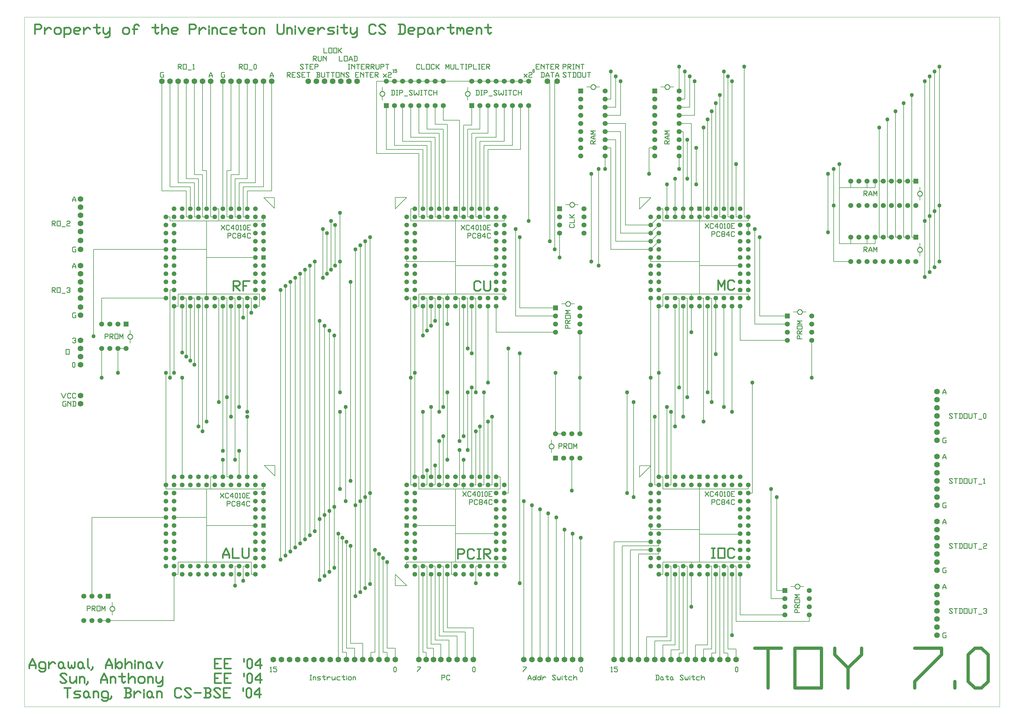
<source format=gtl>
*%FSLAX23Y23*%
*%MOIN*%
G01*
%ADD11C,0.040*%
%ADD12C,0.005*%
%ADD13C,0.058*%
%ADD14C,0.010*%
%ADD15C,0.008*%
%ADD16C,0.050*%
%ADD17C,0.070*%
%ADD18C,0.062*%
%ADD19C,0.020*%
%ADD20C,0.001*%
%ADD21R,0.058X0.058*%
%ADD22R,0.062X0.062*%
D11*
X9080Y24132D02*
X9080Y24132D01*
X9408Y24132D01*
X9244Y24132D02*
X9408Y24132D01*
X9244Y23640D02*
X9244Y24132D01*
X9572Y23640D02*
X9572Y23640D01*
X9572Y24132D01*
X9572Y24132D02*
X9900Y24132D01*
X9900Y23640D02*
X9900Y24132D01*
X9572Y23640D02*
X9900Y23640D01*
X9572Y23640D02*
X9900Y23640D01*
X10064Y24050D02*
X10064Y24050D01*
X10064Y24132D01*
X10064Y24050D02*
X10228Y23886D01*
X10228Y23640D02*
X10228Y23886D01*
X10228Y23640D02*
X10228Y23886D01*
X10228Y23886D02*
X10392Y24050D01*
X10392Y24050D02*
X10392Y24132D01*
X11048Y24132D02*
X11048Y24132D01*
X11376Y24132D01*
X11376Y24050D02*
X11376Y24132D01*
X11048Y23722D02*
X11376Y24050D01*
X11048Y23640D02*
X11048Y23722D01*
X11540Y23640D02*
X11540Y23640D01*
X11540Y23722D01*
X11704Y23722D02*
X11704Y23722D01*
X11786Y23640D01*
X11704Y23722D02*
X11704Y24050D01*
X11704Y24050D02*
X11786Y24132D01*
X11786Y24132D02*
X11868Y24132D01*
X11868Y24132D02*
X11950Y24050D01*
X11950Y23722D02*
X11950Y24050D01*
X11868Y23640D02*
X11950Y23722D01*
X11786Y23640D02*
X11868Y23640D01*
D13*
X9000Y25140D03*
X8900Y25140D03*
X8800Y25140D03*
X8700Y25140D03*
X8600Y25140D03*
X8500Y25140D03*
X8400Y25140D03*
X8300Y25140D03*
X8200Y25140D03*
X8100Y25140D03*
X8000Y25140D03*
X7900Y25140D03*
X7900Y25240D03*
X7900Y25340D03*
X7900Y25440D03*
X7800Y25440D03*
X7800Y25340D03*
X7800Y25240D03*
X7800Y25140D03*
X7900Y25040D03*
X8000Y25040D03*
X8100Y25040D03*
X8200Y25040D03*
X8300Y25040D03*
X8400Y25040D03*
X8500Y25040D03*
X8600Y25040D03*
X8700Y25040D03*
X8800Y25040D03*
X8900Y25040D03*
X8900Y25240D03*
X8900Y25340D03*
X8900Y25440D03*
X8900Y25540D03*
X8900Y25640D03*
X8900Y25740D03*
X8900Y25840D03*
X8900Y25940D03*
X8900Y26040D03*
X8900Y26140D03*
X8800Y26140D03*
X8700Y26140D03*
X8600Y26140D03*
X8500Y26140D03*
X8400Y26140D03*
X8300Y26140D03*
X8200Y26140D03*
X8100Y26140D03*
X8000Y26140D03*
X7900Y26140D03*
X7900Y26040D03*
X7900Y25940D03*
X7900Y25840D03*
X7900Y25740D03*
X7900Y25640D03*
X7900Y25540D03*
X7800Y25540D03*
X7800Y25640D03*
X7800Y25740D03*
X7800Y25840D03*
X7800Y25940D03*
X7800Y26040D03*
X7800Y26140D03*
X7900Y26240D03*
X8000Y26240D03*
X8100Y26240D03*
X8200Y26240D03*
X8300Y26240D03*
X8500Y26240D03*
X8600Y26240D03*
X8700Y26240D03*
X8800Y26240D03*
X8900Y26240D03*
X9000Y26140D03*
X9000Y26040D03*
X9000Y25940D03*
X9000Y25840D03*
X9000Y25740D03*
X9000Y25640D03*
X9000Y25540D03*
X9000Y25440D03*
X9000Y25340D03*
X9000Y25240D03*
X9000Y28440D03*
X8900Y28440D03*
X8800Y28440D03*
X8700Y28440D03*
X8600Y28440D03*
X8500Y28440D03*
X8400Y28440D03*
X8300Y28440D03*
X8200Y28440D03*
X8100Y28440D03*
X8000Y28440D03*
X7900Y28440D03*
X7800Y28440D03*
X7800Y28540D03*
X7900Y28540D03*
X7900Y28640D03*
X7900Y28740D03*
X7900Y28840D03*
X7900Y28940D03*
X7800Y28940D03*
X7800Y28840D03*
X7800Y28740D03*
X7800Y28640D03*
X7900Y28340D03*
X8000Y28340D03*
X8100Y28340D03*
X8200Y28340D03*
X8300Y28340D03*
X8400Y28340D03*
X8500Y28340D03*
X8600Y28340D03*
X8700Y28340D03*
X8800Y28340D03*
X8900Y28340D03*
X8900Y28540D03*
X8900Y28640D03*
X8900Y28740D03*
X8900Y28840D03*
X8900Y28940D03*
X8900Y29040D03*
X8900Y29140D03*
X8900Y29240D03*
X8900Y29340D03*
X8900Y29440D03*
X8800Y29440D03*
X8700Y29440D03*
X8600Y29440D03*
X8500Y29440D03*
X8400Y29440D03*
X8300Y29440D03*
X8200Y29440D03*
X8100Y29440D03*
X8000Y29440D03*
X7900Y29440D03*
X7900Y29340D03*
X7900Y29240D03*
X7900Y29140D03*
X7900Y29040D03*
X7800Y29040D03*
X7800Y29140D03*
X7800Y29240D03*
X7800Y29340D03*
X7800Y29440D03*
X7900Y29540D03*
X8000Y29540D03*
X8100Y29540D03*
X8200Y29540D03*
X8300Y29540D03*
X8500Y29540D03*
X8600Y29540D03*
X8700Y29540D03*
X8800Y29540D03*
X8900Y29540D03*
X9000Y29440D03*
X9000Y29340D03*
X9000Y29240D03*
X9000Y29140D03*
X9000Y29040D03*
X9000Y28940D03*
X9000Y28840D03*
X9000Y28740D03*
X9000Y28640D03*
X9000Y28540D03*
X6000Y28540D03*
X5900Y28540D03*
X5900Y28440D03*
X5800Y28440D03*
X5700Y28440D03*
X5600Y28440D03*
X5500Y28440D03*
X5400Y28440D03*
X5300Y28440D03*
X5200Y28440D03*
X5100Y28440D03*
X5000Y28440D03*
X4900Y28440D03*
X4800Y28440D03*
X4800Y28540D03*
X4900Y28540D03*
X4900Y28640D03*
X4900Y28740D03*
X4900Y28840D03*
X4900Y28940D03*
X4800Y28940D03*
X4800Y28840D03*
X4800Y28740D03*
X4800Y28640D03*
X4900Y28340D03*
X5000Y28340D03*
X5100Y28340D03*
X5200Y28340D03*
X5300Y28340D03*
X5400Y28340D03*
X5500Y28340D03*
X5600Y28340D03*
X5700Y28340D03*
X5800Y28340D03*
X5900Y28340D03*
X6000Y28440D03*
X6000Y28640D03*
X5900Y28640D03*
X5900Y28740D03*
X5900Y28840D03*
X5900Y28940D03*
X5900Y29040D03*
X5900Y29140D03*
X5900Y29240D03*
X5900Y29340D03*
X5900Y29440D03*
X5800Y29440D03*
X5700Y29440D03*
X5600Y29440D03*
X5500Y29440D03*
X5400Y29440D03*
X5300Y29440D03*
X5200Y29440D03*
X5100Y29440D03*
X5000Y29440D03*
X4900Y29440D03*
X4900Y29340D03*
X4900Y29240D03*
X4900Y29140D03*
X4900Y29040D03*
X4800Y29040D03*
X4800Y29140D03*
X4800Y29240D03*
X4800Y29340D03*
X4800Y29440D03*
X4900Y29540D03*
X5000Y29540D03*
X5100Y29540D03*
X5200Y29540D03*
X5300Y29540D03*
X5500Y29540D03*
X5600Y29540D03*
X5700Y29540D03*
X5800Y29540D03*
X5900Y29540D03*
X6000Y29440D03*
X6000Y29340D03*
X6000Y29240D03*
X6000Y29140D03*
X6000Y29040D03*
X6000Y28940D03*
X6000Y28840D03*
X6000Y28740D03*
X6000Y26140D03*
X5900Y26140D03*
X5800Y26140D03*
X5700Y26140D03*
X5600Y26140D03*
X5500Y26140D03*
X5400Y26140D03*
X5300Y26140D03*
X5200Y26140D03*
X5100Y26140D03*
X5000Y26140D03*
X4900Y26140D03*
X4900Y26240D03*
X5000Y26240D03*
X5100Y26240D03*
X5200Y26240D03*
X5300Y26240D03*
X5400Y26240D03*
X5500Y26240D03*
X5600Y26240D03*
X5700Y26240D03*
X5800Y26240D03*
X5900Y26240D03*
X5900Y26040D03*
X5900Y25940D03*
X5900Y25840D03*
X5900Y25740D03*
X5900Y25640D03*
X5900Y25540D03*
X5900Y25440D03*
X5900Y25340D03*
X5900Y25240D03*
X5900Y25140D03*
X5800Y25140D03*
X5700Y25140D03*
X5600Y25140D03*
X5500Y25140D03*
X5400Y25140D03*
X5300Y25140D03*
X5200Y25140D03*
X5100Y25140D03*
X5000Y25140D03*
X4900Y25140D03*
X4900Y25240D03*
X4900Y25340D03*
X4900Y25440D03*
X4800Y25440D03*
X4800Y25340D03*
X4800Y25240D03*
X4800Y25140D03*
X4900Y25040D03*
X5000Y25040D03*
X5100Y25040D03*
X5200Y25040D03*
X5300Y25040D03*
X5400Y25040D03*
X5500Y25040D03*
X5600Y25040D03*
X5700Y25040D03*
X5800Y25040D03*
X5900Y25040D03*
X6000Y25140D03*
X6000Y25240D03*
X6000Y25340D03*
X6000Y25440D03*
X6000Y25540D03*
X6000Y25640D03*
X6000Y25740D03*
X6000Y25840D03*
X6000Y25940D03*
X6000Y26040D03*
X4900Y26040D03*
X4900Y25940D03*
X4900Y25840D03*
X4900Y25740D03*
X4900Y25640D03*
X4900Y25540D03*
X4800Y25540D03*
X4800Y25740D03*
X4800Y25840D03*
X4800Y25940D03*
X4800Y26040D03*
X4800Y26140D03*
X3040Y26140D03*
X2940Y26140D03*
X2840Y26140D03*
X2740Y26140D03*
X2640Y26140D03*
X2540Y26140D03*
X2440Y26140D03*
X2340Y26140D03*
X2240Y26140D03*
X2140Y26140D03*
X2040Y26140D03*
X1940Y26140D03*
X1940Y26040D03*
X1940Y25940D03*
X1940Y25840D03*
X1940Y25740D03*
X1940Y25640D03*
X1940Y25540D03*
X1940Y25440D03*
X1940Y25340D03*
X1940Y25240D03*
X1940Y25140D03*
X1840Y25140D03*
X1840Y25240D03*
X1840Y25340D03*
X1840Y25440D03*
X1840Y25540D03*
X1840Y25640D03*
X1840Y25740D03*
X1840Y25840D03*
X1840Y25940D03*
X1840Y26040D03*
X1840Y26140D03*
X1940Y26240D03*
X2040Y26240D03*
X2140Y26240D03*
X2240Y26240D03*
X2340Y26240D03*
X2440Y26240D03*
X2540Y26240D03*
X2640Y26240D03*
X2740Y26240D03*
X2840Y26240D03*
X2940Y26240D03*
X2940Y26040D03*
X2940Y25940D03*
X2940Y25840D03*
X2940Y25740D03*
X2940Y25640D03*
X2940Y25540D03*
X2940Y25440D03*
X2940Y25340D03*
X2940Y25240D03*
X2940Y25140D03*
X2840Y25140D03*
X2740Y25140D03*
X2640Y25140D03*
X2540Y25140D03*
X2440Y25140D03*
X2340Y25140D03*
X2240Y25140D03*
X2140Y25140D03*
X2040Y25140D03*
X2040Y25040D03*
X1940Y25040D03*
X2140Y25040D03*
X2240Y25040D03*
X2340Y25040D03*
X2440Y25040D03*
X2540Y25040D03*
X2640Y25040D03*
X2740Y25040D03*
X2840Y25040D03*
X2940Y25040D03*
X3040Y25140D03*
X3040Y25240D03*
X3040Y25340D03*
X3040Y25440D03*
X3040Y25540D03*
X3040Y25740D03*
X3040Y25840D03*
X3040Y25940D03*
X3040Y26040D03*
X3040Y28440D03*
X2940Y28440D03*
X2840Y28440D03*
X2740Y28440D03*
X2640Y28440D03*
X2540Y28440D03*
X2440Y28440D03*
X2340Y28440D03*
X2240Y28440D03*
X2140Y28440D03*
X2040Y28440D03*
X1940Y28440D03*
X1840Y28440D03*
X1840Y28540D03*
X1940Y28540D03*
X1940Y28640D03*
X1940Y28740D03*
X1940Y28840D03*
X1940Y28940D03*
X1840Y28940D03*
X1840Y28840D03*
X1840Y28740D03*
X1840Y28640D03*
X1940Y28340D03*
X2040Y28340D03*
X2140Y28340D03*
X2240Y28340D03*
X2340Y28340D03*
X2440Y28340D03*
X2540Y28340D03*
X2640Y28340D03*
X2740Y28340D03*
X2840Y28340D03*
X2940Y28340D03*
X2940Y28540D03*
X2940Y28640D03*
X2940Y28740D03*
X2940Y28840D03*
X2940Y28940D03*
X2940Y29040D03*
X2940Y29140D03*
X2940Y29240D03*
X2940Y29340D03*
X2940Y29440D03*
X2840Y29440D03*
X2740Y29440D03*
X2640Y29440D03*
X2540Y29440D03*
X2440Y29440D03*
X2340Y29440D03*
X2240Y29440D03*
X2140Y29440D03*
X2040Y29440D03*
X1940Y29440D03*
X1940Y29340D03*
X1940Y29240D03*
X1940Y29140D03*
X1940Y29040D03*
X1840Y29040D03*
X1840Y29140D03*
X1840Y29240D03*
X1840Y29340D03*
X1840Y29440D03*
X1940Y29540D03*
X2040Y29540D03*
X2140Y29540D03*
X2240Y29540D03*
X2340Y29540D03*
X2440Y29540D03*
X2540Y29540D03*
X2640Y29540D03*
X2740Y29540D03*
X2840Y29540D03*
X2940Y29540D03*
X3040Y29440D03*
X3040Y29340D03*
X3040Y29240D03*
X3040Y29140D03*
X3040Y29040D03*
X3040Y28840D03*
X3040Y28740D03*
X3040Y28640D03*
X3040Y28540D03*
D14*
X2600Y29180D02*
X2600Y29180D01*
X2600Y29240D01*
X2630Y29240D02*
X2600Y29240D01*
X2640Y29230D02*
X2630Y29240D01*
X2640Y29220D02*
X2640Y29230D01*
X2630Y29210D02*
X2640Y29220D01*
X2630Y29210D02*
X2600Y29210D01*
X2600Y29180D02*
X2600Y29210D01*
X2690Y29180D02*
X2690Y29180D01*
X2700Y29190D01*
X2690Y29180D02*
X2670Y29180D01*
X2670Y29180D02*
X2660Y29190D01*
X2660Y29190D02*
X2660Y29230D01*
X2660Y29230D02*
X2670Y29240D01*
X2690Y29240D02*
X2670Y29240D01*
X2700Y29230D02*
X2690Y29240D01*
X2730Y29180D02*
X2730Y29180D01*
X2720Y29190D01*
X2720Y29190D02*
X2720Y29200D01*
X2720Y29200D02*
X2730Y29210D01*
X2750Y29210D02*
X2730Y29210D01*
X2750Y29210D02*
X2760Y29220D01*
X2760Y29220D02*
X2760Y29230D01*
X2760Y29230D02*
X2750Y29240D01*
X2750Y29240D02*
X2730Y29240D01*
X2720Y29230D02*
X2730Y29240D01*
X2720Y29220D02*
X2720Y29230D01*
X2730Y29210D02*
X2720Y29220D01*
X2750Y29210D02*
X2730Y29210D01*
X2760Y29200D02*
X2750Y29210D01*
X2760Y29190D02*
X2760Y29200D01*
X2750Y29180D02*
X2760Y29190D01*
X2750Y29180D02*
X2730Y29180D01*
X2820Y29200D02*
X2820Y29200D01*
X2780Y29200D01*
X2780Y29200D02*
X2780Y29210D01*
X2780Y29210D02*
X2810Y29240D01*
X2810Y29180D02*
X2810Y29240D01*
X2870Y29180D02*
X2870Y29180D01*
X2880Y29190D01*
X2870Y29180D02*
X2850Y29180D01*
X2850Y29180D02*
X2840Y29190D01*
X2840Y29190D02*
X2840Y29230D01*
X2840Y29230D02*
X2850Y29240D01*
X2870Y29240D02*
X2850Y29240D01*
X2880Y29230D02*
X2870Y29240D01*
X2520Y29280D02*
X2520Y29280D01*
X2520Y29290D01*
X2560Y29330D02*
X2520Y29290D01*
X2560Y29330D02*
X2560Y29340D01*
X2520Y29330D02*
X2520Y29330D01*
X2520Y29340D01*
X2560Y29290D02*
X2520Y29330D01*
X2560Y29280D02*
X2560Y29290D01*
X2620Y29290D02*
X2620Y29290D01*
X2610Y29280D01*
X2610Y29280D02*
X2590Y29280D01*
X2590Y29280D02*
X2580Y29290D01*
X2580Y29290D02*
X2580Y29330D01*
X2590Y29340D02*
X2580Y29330D01*
X2610Y29340D02*
X2590Y29340D01*
X2620Y29330D02*
X2610Y29340D01*
X2680Y29300D02*
X2680Y29300D01*
X2640Y29300D01*
X2640Y29300D02*
X2640Y29310D01*
X2670Y29340D02*
X2640Y29310D01*
X2670Y29280D02*
X2670Y29340D01*
X2710Y29280D02*
X2710Y29280D01*
X2700Y29290D01*
X2700Y29290D02*
X2700Y29330D01*
X2710Y29340D02*
X2700Y29330D01*
X2720Y29340D02*
X2710Y29340D01*
X2730Y29330D02*
X2720Y29340D01*
X2730Y29290D02*
X2730Y29330D01*
X2730Y29290D02*
X2720Y29280D01*
X2720Y29280D02*
X2710Y29280D01*
X2760Y29340D02*
X2760Y29340D01*
X2750Y29330D01*
X2760Y29280D02*
X2760Y29340D01*
X2760Y29280D02*
X2750Y29280D01*
X2770Y29280D02*
X2750Y29280D01*
X2800Y29280D02*
X2800Y29280D01*
X2790Y29290D01*
X2790Y29290D02*
X2790Y29330D01*
X2790Y29330D02*
X2800Y29340D01*
X2810Y29340D02*
X2800Y29340D01*
X2820Y29330D02*
X2810Y29340D01*
X2820Y29290D02*
X2820Y29330D01*
X2820Y29290D02*
X2810Y29280D01*
X2810Y29280D02*
X2800Y29280D01*
X2840Y29280D02*
X2840Y29280D01*
X2840Y29340D01*
X2880Y29340D02*
X2840Y29340D01*
X2880Y29340D02*
X2840Y29340D01*
X2840Y29310D02*
X2840Y29340D01*
X2860Y29310D02*
X2840Y29310D01*
X2860Y29310D02*
X2840Y29310D01*
X2840Y29280D02*
X2840Y29310D01*
X2880Y29280D02*
X2840Y29280D01*
X1430Y27966D02*
X1430Y27966D01*
X1430Y27971D01*
X1428Y27976D01*
X1426Y27980D01*
X1424Y27984D01*
X1420Y27988D01*
X1416Y27991D01*
X1412Y27993D01*
X1407Y27995D01*
X1402Y27996D01*
X1398Y27996D01*
X1393Y27995D01*
X1388Y27993D01*
X1384Y27991D01*
X1380Y27988D01*
X1376Y27984D01*
X1374Y27980D01*
X1372Y27976D01*
X1370Y27971D01*
X1370Y27966D01*
X1370Y27961D01*
X1372Y27956D01*
X1374Y27952D01*
X1376Y27948D01*
X1380Y27944D01*
X1384Y27941D01*
X1388Y27939D01*
X1393Y27937D01*
X1398Y27936D01*
X1402Y27936D01*
X1407Y27937D01*
X1412Y27939D01*
X1416Y27941D01*
X1420Y27944D01*
X1424Y27948D01*
X1426Y27952D01*
X1428Y27956D01*
X1430Y27961D01*
X1430Y27966D01*
X1430Y27966D01*
X1090Y27940D02*
X1090Y27940D01*
X1090Y28000D01*
X1120Y28000D02*
X1090Y28000D01*
X1130Y27990D02*
X1120Y28000D01*
X1130Y27980D02*
X1130Y27990D01*
X1130Y27980D02*
X1120Y27970D01*
X1120Y27970D02*
X1090Y27970D01*
X1090Y27970D02*
X1090Y27940D01*
X1150Y27940D02*
X1150Y27940D01*
X1150Y28000D01*
X1180Y28000D02*
X1150Y28000D01*
X1190Y27990D02*
X1180Y28000D01*
X1190Y27980D02*
X1190Y27990D01*
X1190Y27980D02*
X1180Y27970D01*
X1180Y27970D02*
X1150Y27970D01*
X1160Y27970D02*
X1150Y27970D01*
X1190Y27940D02*
X1160Y27970D01*
X1210Y27940D02*
X1210Y27940D01*
X1210Y28000D01*
X1250Y28000D02*
X1210Y28000D01*
X1250Y27940D02*
X1250Y28000D01*
X1250Y27940D02*
X1210Y27940D01*
X1250Y27940D02*
X1210Y27940D01*
X1270Y27940D02*
X1270Y27940D01*
X1270Y28000D01*
X1290Y27960D02*
X1270Y28000D01*
X1310Y28000D02*
X1290Y27960D01*
X1310Y27940D02*
X1310Y28000D01*
X700Y27950D02*
X700Y27950D01*
X690Y27940D01*
X720Y27950D02*
X700Y27950D01*
X730Y27940D02*
X720Y27950D01*
X730Y27940D02*
X730Y27930D01*
X730Y27930D02*
X720Y27920D01*
X720Y27920D02*
X710Y27920D01*
X720Y27920D02*
X710Y27920D01*
X730Y27910D02*
X720Y27920D01*
X730Y27910D02*
X730Y27900D01*
X730Y27900D02*
X720Y27890D01*
X720Y27890D02*
X700Y27890D01*
X700Y27890D02*
X690Y27900D01*
X610Y27810D02*
X610Y27810D01*
X610Y27750D01*
X650Y27810D02*
X610Y27810D01*
X650Y27810D02*
X650Y27750D01*
X650Y27750D02*
X610Y27750D01*
X650Y27750D02*
X610Y27750D01*
X690Y27600D02*
X690Y27600D01*
X700Y27590D01*
X690Y27640D02*
X690Y27600D01*
X700Y27650D02*
X690Y27640D01*
X700Y27650D02*
X710Y27650D01*
X710Y27650D02*
X720Y27640D01*
X720Y27640D02*
X720Y27600D01*
X720Y27600D02*
X710Y27590D01*
X700Y27590D02*
X710Y27590D01*
X550Y27270D02*
X550Y27270D01*
X580Y27210D01*
X610Y27270D02*
X580Y27210D01*
X670Y27220D02*
X670Y27220D01*
X660Y27210D01*
X660Y27210D02*
X640Y27210D01*
X630Y27220D02*
X640Y27210D01*
X630Y27260D02*
X630Y27220D01*
X640Y27270D02*
X630Y27260D01*
X660Y27270D02*
X640Y27270D01*
X660Y27270D02*
X670Y27260D01*
X730Y27220D02*
X730Y27220D01*
X720Y27210D01*
X720Y27210D02*
X700Y27210D01*
X690Y27220D02*
X700Y27210D01*
X690Y27260D02*
X690Y27220D01*
X700Y27270D02*
X690Y27260D01*
X700Y27270D02*
X720Y27270D01*
X720Y27270D02*
X730Y27260D01*
X610Y27140D02*
X610Y27140D01*
X600Y27140D01*
X610Y27140D02*
X610Y27110D01*
X610Y27110D02*
X580Y27110D01*
X580Y27110D02*
X570Y27120D01*
X570Y27160D02*
X570Y27120D01*
X580Y27170D02*
X570Y27160D01*
X610Y27170D02*
X580Y27170D01*
X630Y27170D02*
X630Y27170D01*
X630Y27110D01*
X630Y27170D02*
X670Y27130D01*
X670Y27170D02*
X670Y27130D01*
X670Y27170D02*
X670Y27110D01*
X720Y27110D02*
X720Y27110D01*
X690Y27110D01*
X730Y27120D02*
X720Y27110D01*
X730Y27160D02*
X730Y27120D01*
X720Y27170D02*
X730Y27160D01*
X720Y27170D02*
X690Y27170D01*
X700Y27170D02*
X690Y27170D01*
X700Y27170D02*
X700Y27110D01*
X720Y28230D02*
X720Y28230D01*
X730Y28230D01*
X730Y28200D02*
X730Y28230D01*
X700Y28200D02*
X730Y28200D01*
X700Y28200D02*
X690Y28210D01*
X690Y28210D02*
X690Y28250D01*
X690Y28250D02*
X700Y28260D01*
X700Y28260D02*
X730Y28260D01*
X440Y28510D02*
X440Y28510D01*
X440Y28570D01*
X470Y28570D02*
X440Y28570D01*
X480Y28560D02*
X470Y28570D01*
X480Y28550D02*
X480Y28560D01*
X470Y28540D02*
X480Y28550D01*
X470Y28540D02*
X440Y28540D01*
X450Y28540D02*
X440Y28540D01*
X480Y28510D02*
X450Y28540D01*
X500Y28510D02*
X500Y28510D01*
X500Y28570D01*
X540Y28570D02*
X500Y28570D01*
X540Y28510D02*
X540Y28570D01*
X540Y28510D02*
X500Y28510D01*
X540Y28510D02*
X500Y28510D01*
X600Y28500D02*
X600Y28500D01*
X560Y28500D01*
X620Y28560D02*
X620Y28560D01*
X630Y28570D01*
X650Y28570D02*
X630Y28570D01*
X660Y28560D02*
X650Y28570D01*
X660Y28550D02*
X660Y28560D01*
X650Y28540D02*
X660Y28550D01*
X650Y28540D02*
X640Y28540D01*
X650Y28540D02*
X640Y28540D01*
X660Y28530D02*
X650Y28540D01*
X660Y28520D02*
X660Y28530D01*
X650Y28510D02*
X660Y28520D01*
X650Y28510D02*
X630Y28510D01*
X630Y28510D02*
X620Y28520D01*
X690Y28810D02*
X690Y28810D01*
X690Y28830D01*
X690Y28830D02*
X710Y28870D01*
X730Y28830D02*
X710Y28870D01*
X690Y28830D02*
X730Y28830D01*
X690Y28830D02*
X730Y28830D01*
X730Y28810D02*
X730Y28830D01*
X730Y29040D02*
X730Y29040D01*
X720Y29040D01*
X730Y29010D02*
X730Y29040D01*
X730Y29010D02*
X700Y29010D01*
X700Y29010D02*
X690Y29020D01*
X690Y29020D02*
X690Y29060D01*
X690Y29060D02*
X700Y29070D01*
X730Y29070D02*
X700Y29070D01*
X440Y29330D02*
X440Y29330D01*
X440Y29390D01*
X470Y29390D02*
X440Y29390D01*
X480Y29380D02*
X470Y29390D01*
X480Y29370D02*
X480Y29380D01*
X470Y29360D02*
X480Y29370D01*
X470Y29360D02*
X440Y29360D01*
X450Y29360D02*
X440Y29360D01*
X480Y29330D02*
X450Y29360D01*
X500Y29330D02*
X500Y29330D01*
X500Y29390D01*
X540Y29390D02*
X500Y29390D01*
X540Y29330D02*
X540Y29390D01*
X540Y29330D02*
X500Y29330D01*
X540Y29330D02*
X500Y29330D01*
X600Y29320D02*
X600Y29320D01*
X560Y29320D01*
X620Y29380D02*
X620Y29380D01*
X630Y29390D01*
X650Y29390D02*
X630Y29390D01*
X660Y29380D02*
X650Y29390D01*
X660Y29370D02*
X660Y29380D01*
X650Y29360D02*
X660Y29370D01*
X650Y29360D02*
X630Y29360D01*
X620Y29350D02*
X630Y29360D01*
X620Y29330D02*
X620Y29350D01*
X660Y29330D02*
X620Y29330D01*
X690Y29630D02*
X690Y29630D01*
X690Y29650D01*
X690Y29650D02*
X710Y29690D01*
X730Y29650D02*
X710Y29690D01*
X690Y29650D02*
X730Y29650D01*
X690Y29650D02*
X730Y29650D01*
X730Y29630D02*
X730Y29650D01*
X1800Y31190D02*
X1800Y31190D01*
X1810Y31190D01*
X1810Y31160D02*
X1810Y31190D01*
X1780Y31160D02*
X1810Y31160D01*
X1780Y31160D02*
X1770Y31170D01*
X1770Y31170D02*
X1770Y31210D01*
X1770Y31210D02*
X1780Y31220D01*
X1780Y31220D02*
X1810Y31220D01*
X1990Y31260D02*
X1990Y31260D01*
X1990Y31320D01*
X1990Y31320D02*
X2020Y31320D01*
X2020Y31320D02*
X2030Y31310D01*
X2030Y31300D02*
X2030Y31310D01*
X2020Y31290D02*
X2030Y31300D01*
X1990Y31290D02*
X2020Y31290D01*
X1990Y31290D02*
X2000Y31290D01*
X2000Y31290D02*
X2030Y31260D01*
X2050Y31260D02*
X2050Y31260D01*
X2050Y31320D01*
X2050Y31320D02*
X2090Y31320D01*
X2090Y31260D02*
X2090Y31320D01*
X2050Y31260D02*
X2090Y31260D01*
X2050Y31260D02*
X2090Y31260D01*
X2110Y31250D02*
X2110Y31250D01*
X2150Y31250D01*
X2170Y31310D02*
X2170Y31310D01*
X2180Y31320D01*
X2180Y31260D02*
X2180Y31320D01*
X2170Y31260D02*
X2180Y31260D01*
X2170Y31260D02*
X2190Y31260D01*
X2370Y31180D02*
X2370Y31180D01*
X2370Y31160D01*
X2370Y31180D02*
X2390Y31220D01*
X2390Y31220D02*
X2410Y31180D01*
X2370Y31180D02*
X2410Y31180D01*
X2370Y31180D02*
X2410Y31180D01*
X2410Y31180D02*
X2410Y31160D01*
X2550Y31190D02*
X2550Y31190D01*
X2560Y31190D01*
X2560Y31160D02*
X2560Y31190D01*
X2530Y31160D02*
X2560Y31160D01*
X2520Y31170D02*
X2530Y31160D01*
X2520Y31170D02*
X2520Y31210D01*
X2520Y31210D02*
X2530Y31220D01*
X2530Y31220D02*
X2560Y31220D01*
X2740Y31260D02*
X2740Y31260D01*
X2740Y31320D01*
X2740Y31320D02*
X2770Y31320D01*
X2770Y31320D02*
X2780Y31310D01*
X2780Y31300D02*
X2780Y31310D01*
X2770Y31290D02*
X2780Y31300D01*
X2740Y31290D02*
X2770Y31290D01*
X2740Y31290D02*
X2750Y31290D01*
X2750Y31290D02*
X2780Y31260D01*
X2800Y31260D02*
X2800Y31260D01*
X2800Y31320D01*
X2800Y31320D02*
X2840Y31320D01*
X2840Y31260D02*
X2840Y31320D01*
X2800Y31260D02*
X2840Y31260D01*
X2800Y31260D02*
X2840Y31260D01*
X2860Y31250D02*
X2860Y31250D01*
X2900Y31250D01*
X2920Y31270D02*
X2920Y31270D01*
X2930Y31260D01*
X2920Y31270D02*
X2920Y31310D01*
X2920Y31310D02*
X2930Y31320D01*
X2930Y31320D02*
X2940Y31320D01*
X2940Y31320D02*
X2950Y31310D01*
X2950Y31270D02*
X2950Y31310D01*
X2940Y31260D02*
X2950Y31270D01*
X2930Y31260D02*
X2940Y31260D01*
X3120Y31180D02*
X3120Y31180D01*
X3120Y31160D01*
X3120Y31180D02*
X3140Y31220D01*
X3140Y31220D02*
X3160Y31180D01*
X3120Y31180D02*
X3160Y31180D01*
X3120Y31180D02*
X3160Y31180D01*
X3160Y31180D02*
X3160Y31160D01*
X3330Y31160D02*
X3330Y31160D01*
X3330Y31220D01*
X3330Y31220D02*
X3360Y31220D01*
X3360Y31220D02*
X3370Y31210D01*
X3370Y31200D02*
X3370Y31210D01*
X3360Y31190D02*
X3370Y31200D01*
X3330Y31190D02*
X3360Y31190D01*
X3330Y31190D02*
X3340Y31190D01*
X3340Y31190D02*
X3370Y31160D01*
X3390Y31160D02*
X3390Y31160D01*
X3390Y31220D01*
X3390Y31220D02*
X3430Y31220D01*
X3390Y31220D02*
X3430Y31220D01*
X3390Y31190D02*
X3390Y31220D01*
X3390Y31190D02*
X3410Y31190D01*
X3390Y31190D02*
X3410Y31190D01*
X3390Y31160D02*
X3390Y31190D01*
X3390Y31160D02*
X3430Y31160D01*
X3450Y31170D02*
X3450Y31170D01*
X3460Y31160D01*
X3460Y31160D02*
X3480Y31160D01*
X3480Y31160D02*
X3490Y31170D01*
X3450Y31210D02*
X3490Y31170D01*
X3450Y31210D02*
X3460Y31220D01*
X3460Y31220D02*
X3480Y31220D01*
X3480Y31220D02*
X3490Y31210D01*
X3510Y31160D02*
X3510Y31160D01*
X3510Y31220D01*
X3510Y31220D02*
X3550Y31220D01*
X3510Y31220D02*
X3550Y31220D01*
X3510Y31190D02*
X3510Y31220D01*
X3510Y31190D02*
X3530Y31190D01*
X3510Y31190D02*
X3530Y31190D01*
X3510Y31160D02*
X3510Y31190D01*
X3510Y31160D02*
X3550Y31160D01*
X3570Y31220D02*
X3570Y31220D01*
X3610Y31220D01*
X3590Y31220D02*
X3610Y31220D01*
X3590Y31160D02*
X3590Y31220D01*
X3500Y31260D02*
X3500Y31260D01*
X3490Y31270D01*
X3520Y31260D02*
X3500Y31260D01*
X3530Y31270D02*
X3520Y31260D01*
X3530Y31270D02*
X3490Y31310D01*
X3490Y31310D02*
X3500Y31320D01*
X3520Y31320D02*
X3500Y31320D01*
X3530Y31310D02*
X3520Y31320D01*
X3590Y31320D02*
X3590Y31320D01*
X3550Y31320D01*
X3590Y31320D02*
X3570Y31320D01*
X3570Y31260D02*
X3570Y31320D01*
X3610Y31260D02*
X3610Y31260D01*
X3610Y31320D01*
X3610Y31320D02*
X3650Y31320D01*
X3610Y31320D02*
X3650Y31320D01*
X3610Y31290D02*
X3610Y31320D01*
X3610Y31290D02*
X3630Y31290D01*
X3610Y31290D02*
X3630Y31290D01*
X3610Y31260D02*
X3610Y31290D01*
X3610Y31260D02*
X3650Y31260D01*
X3670Y31260D02*
X3670Y31260D01*
X3670Y31320D01*
X3670Y31320D02*
X3700Y31320D01*
X3700Y31320D02*
X3710Y31310D01*
X3710Y31300D02*
X3710Y31310D01*
X3700Y31290D02*
X3710Y31300D01*
X3670Y31290D02*
X3700Y31290D01*
X3670Y31260D02*
X3670Y31290D01*
X3650Y31360D02*
X3650Y31360D01*
X3650Y31420D01*
X3680Y31420D02*
X3650Y31420D01*
X3690Y31410D02*
X3680Y31420D01*
X3690Y31400D02*
X3690Y31410D01*
X3680Y31390D02*
X3690Y31400D01*
X3680Y31390D02*
X3650Y31390D01*
X3660Y31390D02*
X3650Y31390D01*
X3690Y31360D02*
X3660Y31390D01*
X3710Y31370D02*
X3710Y31370D01*
X3710Y31420D01*
X3720Y31360D02*
X3710Y31370D01*
X3720Y31360D02*
X3740Y31360D01*
X3740Y31360D02*
X3750Y31370D01*
X3750Y31370D02*
X3750Y31420D01*
X3770Y31360D02*
X3770Y31360D01*
X3770Y31420D01*
X3770Y31420D02*
X3810Y31380D01*
X3810Y31380D02*
X3810Y31420D01*
X3810Y31360D02*
X3810Y31420D01*
X3780Y31460D02*
X3780Y31460D01*
X3780Y31520D01*
X3780Y31460D02*
X3780Y31520D01*
X3820Y31460D02*
X3780Y31460D01*
X3840Y31460D02*
X3840Y31460D01*
X3840Y31520D01*
X3840Y31520D02*
X3880Y31520D01*
X3880Y31460D02*
X3880Y31520D01*
X3840Y31460D02*
X3880Y31460D01*
X3840Y31460D02*
X3880Y31460D01*
X3900Y31460D02*
X3900Y31460D01*
X3900Y31520D01*
X3900Y31520D02*
X3940Y31520D01*
X3940Y31460D02*
X3940Y31520D01*
X3900Y31460D02*
X3940Y31460D01*
X3900Y31460D02*
X3940Y31460D01*
X3960Y31460D02*
X3960Y31460D01*
X3960Y31520D01*
X3970Y31490D02*
X3970Y31490D01*
X4000Y31520D01*
X3960Y31490D02*
X3970Y31490D01*
X3960Y31490D02*
X3970Y31490D01*
X3970Y31490D02*
X4000Y31460D01*
X3970Y31420D02*
X3970Y31420D01*
X3970Y31360D01*
X3970Y31420D02*
X3970Y31360D01*
X4010Y31360D02*
X3970Y31360D01*
X4030Y31420D02*
X4030Y31420D01*
X4030Y31360D01*
X4030Y31420D02*
X4070Y31420D01*
X4070Y31420D02*
X4070Y31360D01*
X4030Y31360D02*
X4070Y31360D01*
X4030Y31360D02*
X4070Y31360D01*
X4090Y31380D02*
X4090Y31380D01*
X4090Y31360D01*
X4110Y31420D02*
X4090Y31380D01*
X4110Y31420D02*
X4130Y31380D01*
X4090Y31380D02*
X4130Y31380D01*
X4090Y31380D02*
X4130Y31380D01*
X4130Y31380D02*
X4130Y31360D01*
X4150Y31360D02*
X4150Y31360D01*
X4180Y31360D01*
X4180Y31360D02*
X4190Y31370D01*
X4190Y31410D02*
X4190Y31370D01*
X4180Y31420D02*
X4190Y31410D01*
X4150Y31420D02*
X4180Y31420D01*
X4150Y31420D02*
X4160Y31420D01*
X4160Y31420D02*
X4160Y31360D01*
X4090Y31260D02*
X4090Y31260D01*
X4080Y31260D01*
X4090Y31320D02*
X4090Y31260D01*
X4090Y31320D02*
X4080Y31320D01*
X4100Y31320D02*
X4080Y31320D01*
X4100Y31320D02*
X4090Y31320D01*
X4090Y31320D02*
X4090Y31260D01*
X4100Y31260D02*
X4090Y31260D01*
X4120Y31320D02*
X4120Y31320D01*
X4120Y31260D01*
X4120Y31320D02*
X4160Y31280D01*
X4160Y31320D02*
X4160Y31280D01*
X4160Y31320D02*
X4160Y31260D01*
X4180Y31320D02*
X4180Y31320D01*
X4220Y31320D01*
X4200Y31320D02*
X4220Y31320D01*
X4200Y31320D02*
X4200Y31260D01*
X4240Y31320D02*
X4240Y31320D01*
X4240Y31260D01*
X4240Y31320D02*
X4280Y31320D01*
X4240Y31320D02*
X4280Y31320D01*
X4240Y31320D02*
X4240Y31290D01*
X4240Y31290D02*
X4260Y31290D01*
X4240Y31290D02*
X4260Y31290D01*
X4240Y31290D02*
X4240Y31260D01*
X4240Y31260D02*
X4280Y31260D01*
X4300Y31320D02*
X4300Y31320D01*
X4300Y31260D01*
X4300Y31320D02*
X4330Y31320D01*
X4330Y31320D02*
X4340Y31310D01*
X4340Y31310D02*
X4340Y31300D01*
X4330Y31290D02*
X4340Y31300D01*
X4300Y31290D02*
X4330Y31290D01*
X4300Y31290D02*
X4310Y31290D01*
X4310Y31290D02*
X4340Y31260D01*
X4360Y31320D02*
X4360Y31320D01*
X4360Y31260D01*
X4360Y31320D02*
X4390Y31320D01*
X4390Y31320D02*
X4400Y31310D01*
X4400Y31310D02*
X4400Y31300D01*
X4390Y31290D02*
X4400Y31300D01*
X4360Y31290D02*
X4390Y31290D01*
X4360Y31290D02*
X4370Y31290D01*
X4370Y31290D02*
X4400Y31260D01*
X4420Y31320D02*
X4420Y31320D01*
X4420Y31270D01*
X4420Y31270D02*
X4430Y31260D01*
X4430Y31260D02*
X4450Y31260D01*
X4450Y31260D02*
X4460Y31270D01*
X4460Y31320D02*
X4460Y31270D01*
X4480Y31320D02*
X4480Y31320D01*
X4480Y31260D01*
X4480Y31320D02*
X4510Y31320D01*
X4510Y31320D02*
X4520Y31310D01*
X4520Y31310D02*
X4520Y31300D01*
X4510Y31290D02*
X4520Y31300D01*
X4480Y31290D02*
X4510Y31290D01*
X4480Y31290D02*
X4480Y31260D01*
X4540Y31320D02*
X4540Y31320D01*
X4580Y31320D01*
X4560Y31320D02*
X4580Y31320D01*
X4560Y31320D02*
X4560Y31260D01*
X4630Y31250D02*
X4630Y31250D01*
X4636Y31256D01*
X4636Y31256D02*
X4636Y31220D01*
X4630Y31220D02*
X4636Y31220D01*
X4630Y31220D02*
X4642Y31220D01*
X4654Y31226D02*
X4654Y31226D01*
X4660Y31220D01*
X4660Y31220D02*
X4672Y31220D01*
X4672Y31220D02*
X4678Y31226D01*
X4678Y31238D02*
X4678Y31226D01*
X4672Y31244D02*
X4678Y31238D01*
X4654Y31244D02*
X4672Y31244D01*
X4654Y31256D02*
X4654Y31244D01*
X4654Y31256D02*
X4678Y31256D01*
X4550Y31200D02*
X4550Y31200D01*
X4510Y31160D01*
X4550Y31160D02*
X4550Y31160D01*
X4510Y31200D01*
X4580Y31220D02*
X4580Y31220D01*
X4570Y31210D01*
X4600Y31220D02*
X4580Y31220D01*
X4610Y31210D02*
X4600Y31220D01*
X4610Y31210D02*
X4610Y31200D01*
X4610Y31200D02*
X4600Y31190D01*
X4600Y31190D02*
X4580Y31190D01*
X4580Y31190D02*
X4570Y31180D01*
X4570Y31180D02*
X4570Y31160D01*
X4610Y31160D02*
X4570Y31160D01*
X4530Y30956D02*
X4530Y30956D01*
X4530Y30961D01*
X4528Y30966D01*
X4526Y30970D01*
X4524Y30974D01*
X4520Y30978D01*
X4516Y30981D01*
X4512Y30983D01*
X4507Y30985D01*
X4502Y30986D01*
X4498Y30986D01*
X4493Y30985D01*
X4488Y30983D01*
X4484Y30981D01*
X4480Y30978D01*
X4476Y30974D01*
X4474Y30970D01*
X4472Y30966D01*
X4470Y30961D01*
X4470Y30956D01*
X4470Y30951D01*
X4472Y30946D01*
X4474Y30942D01*
X4476Y30938D01*
X4480Y30934D01*
X4484Y30931D01*
X4488Y30929D01*
X4493Y30927D01*
X4498Y30926D01*
X4502Y30926D01*
X4507Y30927D01*
X4512Y30929D01*
X4516Y30931D01*
X4520Y30934D01*
X4524Y30938D01*
X4526Y30942D01*
X4528Y30946D01*
X4530Y30951D01*
X4530Y30956D01*
X4530Y30956D01*
X4610Y30940D02*
X4610Y30940D01*
X4640Y30940D01*
X4640Y30940D02*
X4650Y30950D01*
X4650Y30950D02*
X4650Y30990D01*
X4640Y31000D02*
X4650Y30990D01*
X4610Y31000D02*
X4640Y31000D01*
X4610Y31000D02*
X4620Y31000D01*
X4620Y30940D02*
X4620Y31000D01*
X4670Y30940D02*
X4670Y30940D01*
X4680Y30940D01*
X4680Y30940D02*
X4680Y31000D01*
X4670Y31000D02*
X4680Y31000D01*
X4670Y31000D02*
X4690Y31000D01*
X4680Y31000D02*
X4690Y31000D01*
X4680Y30940D02*
X4680Y31000D01*
X4680Y30940D02*
X4690Y30940D01*
X4710Y30940D02*
X4710Y30940D01*
X4710Y31000D01*
X4710Y31000D02*
X4740Y31000D01*
X4740Y31000D02*
X4750Y30990D01*
X4750Y30980D02*
X4750Y30990D01*
X4740Y30970D02*
X4750Y30980D01*
X4710Y30970D02*
X4740Y30970D01*
X4710Y30970D02*
X4710Y30940D01*
X4770Y30930D02*
X4770Y30930D01*
X4810Y30930D01*
X4830Y30950D02*
X4830Y30950D01*
X4840Y30940D01*
X4840Y30940D02*
X4860Y30940D01*
X4860Y30940D02*
X4870Y30950D01*
X4830Y30990D02*
X4870Y30950D01*
X4830Y30990D02*
X4840Y31000D01*
X4840Y31000D02*
X4860Y31000D01*
X4860Y31000D02*
X4870Y30990D01*
X4890Y30950D02*
X4890Y30950D01*
X4890Y31000D01*
X4890Y30950D02*
X4900Y30940D01*
X4900Y30940D02*
X4920Y30960D01*
X4920Y30960D02*
X4920Y30970D01*
X4920Y30960D02*
X4920Y30970D01*
X4920Y30960D02*
X4940Y30940D01*
X4940Y30940D02*
X4950Y30950D01*
X4950Y30950D02*
X4950Y31000D01*
X4970Y30940D02*
X4970Y30940D01*
X4980Y30940D01*
X4980Y30940D02*
X4980Y31000D01*
X4970Y31000D02*
X4980Y31000D01*
X4970Y31000D02*
X4990Y31000D01*
X4980Y31000D02*
X4990Y31000D01*
X4980Y30940D02*
X4980Y31000D01*
X4980Y30940D02*
X4990Y30940D01*
X5010Y31000D02*
X5010Y31000D01*
X5050Y31000D01*
X5030Y31000D02*
X5050Y31000D01*
X5030Y30940D02*
X5030Y31000D01*
X5100Y30940D02*
X5100Y30940D01*
X5110Y30950D01*
X5080Y30940D02*
X5100Y30940D01*
X5070Y30950D02*
X5080Y30940D01*
X5070Y30950D02*
X5070Y30990D01*
X5070Y30990D02*
X5080Y31000D01*
X5080Y31000D02*
X5100Y31000D01*
X5100Y31000D02*
X5110Y30990D01*
X5130Y30940D02*
X5130Y30940D01*
X5130Y31000D01*
X5170Y30970D02*
X5170Y30970D01*
X5170Y31000D01*
X5130Y30970D02*
X5170Y30970D01*
X5130Y30970D02*
X5170Y30970D01*
X5170Y30970D02*
X5170Y30940D01*
X5580Y30956D02*
X5580Y30956D01*
X5580Y30961D01*
X5578Y30966D01*
X5576Y30970D01*
X5574Y30974D01*
X5570Y30978D01*
X5566Y30981D01*
X5562Y30983D01*
X5557Y30985D01*
X5552Y30986D01*
X5548Y30986D01*
X5543Y30985D01*
X5538Y30983D01*
X5534Y30981D01*
X5530Y30978D01*
X5526Y30974D01*
X5524Y30970D01*
X5522Y30966D01*
X5520Y30961D01*
X5520Y30956D01*
X5520Y30951D01*
X5522Y30946D01*
X5524Y30942D01*
X5526Y30938D01*
X5530Y30934D01*
X5534Y30931D01*
X5538Y30929D01*
X5543Y30927D01*
X5548Y30926D01*
X5552Y30926D01*
X5557Y30927D01*
X5562Y30929D01*
X5566Y30931D01*
X5570Y30934D01*
X5574Y30938D01*
X5576Y30942D01*
X5578Y30946D01*
X5580Y30951D01*
X5580Y30956D01*
X5580Y30956D01*
X5650Y30940D02*
X5650Y30940D01*
X5680Y30940D01*
X5680Y30940D02*
X5690Y30950D01*
X5690Y30950D02*
X5690Y30990D01*
X5680Y31000D02*
X5690Y30990D01*
X5650Y31000D02*
X5680Y31000D01*
X5650Y31000D02*
X5660Y31000D01*
X5660Y30940D02*
X5660Y31000D01*
X5710Y30940D02*
X5710Y30940D01*
X5720Y30940D01*
X5720Y30940D02*
X5720Y31000D01*
X5710Y31000D02*
X5720Y31000D01*
X5710Y31000D02*
X5730Y31000D01*
X5720Y31000D02*
X5730Y31000D01*
X5720Y30940D02*
X5720Y31000D01*
X5720Y30940D02*
X5730Y30940D01*
X5750Y30940D02*
X5750Y30940D01*
X5750Y31000D01*
X5750Y31000D02*
X5780Y31000D01*
X5780Y31000D02*
X5790Y30990D01*
X5790Y30980D02*
X5790Y30990D01*
X5780Y30970D02*
X5790Y30980D01*
X5750Y30970D02*
X5780Y30970D01*
X5750Y30970D02*
X5750Y30940D01*
X5810Y30930D02*
X5810Y30930D01*
X5850Y30930D01*
X5870Y30950D02*
X5870Y30950D01*
X5880Y30940D01*
X5880Y30940D02*
X5900Y30940D01*
X5900Y30940D02*
X5910Y30950D01*
X5870Y30990D02*
X5910Y30950D01*
X5870Y30990D02*
X5880Y31000D01*
X5880Y31000D02*
X5900Y31000D01*
X5900Y31000D02*
X5910Y30990D01*
X5930Y30950D02*
X5930Y30950D01*
X5930Y31000D01*
X5930Y30950D02*
X5940Y30940D01*
X5940Y30940D02*
X5960Y30960D01*
X5960Y30960D02*
X5960Y30970D01*
X5960Y30960D02*
X5960Y30970D01*
X5960Y30960D02*
X5980Y30940D01*
X5980Y30940D02*
X5990Y30950D01*
X5990Y30950D02*
X5990Y31000D01*
X6010Y30940D02*
X6010Y30940D01*
X6020Y30940D01*
X6020Y30940D02*
X6020Y31000D01*
X6010Y31000D02*
X6020Y31000D01*
X6010Y31000D02*
X6030Y31000D01*
X6020Y31000D02*
X6030Y31000D01*
X6020Y30940D02*
X6020Y31000D01*
X6020Y30940D02*
X6030Y30940D01*
X6050Y31000D02*
X6050Y31000D01*
X6090Y31000D01*
X6070Y31000D02*
X6090Y31000D01*
X6070Y30940D02*
X6070Y31000D01*
X6140Y30940D02*
X6140Y30940D01*
X6150Y30950D01*
X6120Y30940D02*
X6140Y30940D01*
X6110Y30950D02*
X6120Y30940D01*
X6110Y30950D02*
X6110Y30990D01*
X6110Y30990D02*
X6120Y31000D01*
X6120Y31000D02*
X6140Y31000D01*
X6140Y31000D02*
X6150Y30990D01*
X6170Y30940D02*
X6170Y30940D01*
X6170Y31000D01*
X6210Y30970D02*
X6210Y30970D01*
X6210Y31000D01*
X6170Y30970D02*
X6210Y30970D01*
X6170Y30970D02*
X6210Y30970D01*
X6210Y30970D02*
X6210Y30940D01*
X6240Y31160D02*
X6240Y31160D01*
X6280Y31200D01*
X6280Y31160D02*
X6280Y31160D01*
X6240Y31200D01*
X6300Y31210D02*
X6300Y31210D01*
X6310Y31220D01*
X6310Y31220D02*
X6330Y31220D01*
X6340Y31210D02*
X6330Y31220D01*
X6340Y31200D02*
X6340Y31210D01*
X6330Y31190D02*
X6340Y31200D01*
X6310Y31190D02*
X6330Y31190D01*
X6300Y31180D02*
X6310Y31190D01*
X6300Y31160D02*
X6300Y31180D01*
X6300Y31160D02*
X6340Y31160D01*
X6356Y31220D02*
X6356Y31220D01*
X6350Y31226D01*
X6350Y31226D02*
X6350Y31250D01*
X6350Y31250D02*
X6356Y31256D01*
X6356Y31256D02*
X6362Y31256D01*
X6368Y31250D02*
X6362Y31256D01*
X6368Y31226D02*
X6368Y31250D01*
X6362Y31220D02*
X6368Y31226D01*
X6356Y31220D02*
X6362Y31220D01*
X6390Y31260D02*
X6390Y31260D01*
X6390Y31320D01*
X6390Y31320D02*
X6430Y31320D01*
X6390Y31320D02*
X6430Y31320D01*
X6390Y31290D02*
X6390Y31320D01*
X6390Y31290D02*
X6410Y31290D01*
X6390Y31290D02*
X6410Y31290D01*
X6390Y31260D02*
X6390Y31290D01*
X6390Y31260D02*
X6430Y31260D01*
X6450Y31260D02*
X6450Y31260D01*
X6450Y31320D01*
X6450Y31320D02*
X6490Y31280D01*
X6490Y31280D02*
X6490Y31320D01*
X6490Y31260D02*
X6490Y31320D01*
X6510Y31320D02*
X6510Y31320D01*
X6550Y31320D01*
X6530Y31320D02*
X6550Y31320D01*
X6530Y31260D02*
X6530Y31320D01*
X6570Y31260D02*
X6570Y31260D01*
X6570Y31320D01*
X6570Y31320D02*
X6610Y31320D01*
X6570Y31320D02*
X6610Y31320D01*
X6570Y31290D02*
X6570Y31320D01*
X6570Y31290D02*
X6590Y31290D01*
X6570Y31290D02*
X6590Y31290D01*
X6570Y31260D02*
X6570Y31290D01*
X6570Y31260D02*
X6610Y31260D01*
X6630Y31260D02*
X6630Y31260D01*
X6630Y31320D01*
X6630Y31320D02*
X6660Y31320D01*
X6660Y31320D02*
X6670Y31310D01*
X6670Y31300D02*
X6670Y31310D01*
X6660Y31290D02*
X6670Y31300D01*
X6630Y31290D02*
X6660Y31290D01*
X6630Y31290D02*
X6640Y31290D01*
X6640Y31290D02*
X6670Y31260D01*
X6720Y31260D02*
X6720Y31260D01*
X6720Y31320D01*
X6720Y31320D02*
X6750Y31320D01*
X6750Y31320D02*
X6760Y31310D01*
X6760Y31300D02*
X6760Y31310D01*
X6750Y31290D02*
X6760Y31300D01*
X6720Y31290D02*
X6750Y31290D01*
X6720Y31260D02*
X6720Y31290D01*
X6780Y31260D02*
X6780Y31260D01*
X6780Y31320D01*
X6780Y31320D02*
X6810Y31320D01*
X6810Y31320D02*
X6820Y31310D01*
X6820Y31300D02*
X6820Y31310D01*
X6810Y31290D02*
X6820Y31300D01*
X6780Y31290D02*
X6810Y31290D01*
X6780Y31290D02*
X6790Y31290D01*
X6790Y31290D02*
X6820Y31260D01*
X6840Y31260D02*
X6840Y31260D01*
X6850Y31260D01*
X6850Y31260D02*
X6850Y31320D01*
X6840Y31320D02*
X6850Y31320D01*
X6840Y31320D02*
X6860Y31320D01*
X6850Y31320D02*
X6860Y31320D01*
X6850Y31260D02*
X6850Y31320D01*
X6850Y31260D02*
X6860Y31260D01*
X6880Y31260D02*
X6880Y31260D01*
X6880Y31320D01*
X6880Y31320D02*
X6920Y31280D01*
X6920Y31280D02*
X6920Y31320D01*
X6920Y31260D02*
X6920Y31320D01*
X6940Y31320D02*
X6940Y31320D01*
X6980Y31320D01*
X6960Y31320D02*
X6980Y31320D01*
X6960Y31260D02*
X6960Y31320D01*
X6730Y31160D02*
X6730Y31160D01*
X6720Y31170D01*
X6750Y31160D02*
X6730Y31160D01*
X6760Y31170D02*
X6750Y31160D01*
X6760Y31170D02*
X6720Y31210D01*
X6730Y31220D02*
X6720Y31210D01*
X6750Y31220D02*
X6730Y31220D01*
X6760Y31210D02*
X6750Y31220D01*
X6820Y31220D02*
X6820Y31220D01*
X6780Y31220D01*
X6820Y31220D02*
X6800Y31220D01*
X6800Y31220D02*
X6800Y31160D01*
X6870Y31160D02*
X6870Y31160D01*
X6840Y31160D01*
X6880Y31170D02*
X6870Y31160D01*
X6880Y31210D02*
X6880Y31170D01*
X6870Y31220D02*
X6880Y31210D01*
X6870Y31220D02*
X6840Y31220D01*
X6850Y31220D02*
X6840Y31220D01*
X6850Y31220D02*
X6850Y31160D01*
X6900Y31220D02*
X6900Y31220D01*
X6900Y31160D01*
X6940Y31220D02*
X6900Y31220D01*
X6940Y31220D02*
X6940Y31160D01*
X6940Y31160D02*
X6900Y31160D01*
X6940Y31160D02*
X6900Y31160D01*
X6960Y31220D02*
X6960Y31220D01*
X6960Y31170D01*
X6960Y31170D02*
X6970Y31160D01*
X6970Y31160D02*
X6990Y31160D01*
X7000Y31170D02*
X6990Y31160D01*
X7000Y31220D02*
X7000Y31170D01*
X7020Y31220D02*
X7020Y31220D01*
X7060Y31220D01*
X7040Y31220D02*
X7060Y31220D01*
X7040Y31220D02*
X7040Y31160D01*
X7124Y31040D02*
X7124Y31040D01*
X7124Y31045D01*
X7122Y31050D01*
X7120Y31054D01*
X7118Y31058D01*
X7114Y31062D01*
X7110Y31065D01*
X7106Y31067D01*
X7101Y31069D01*
X7096Y31070D01*
X7092Y31070D01*
X7087Y31069D01*
X7082Y31067D01*
X7078Y31065D01*
X7074Y31062D01*
X7070Y31058D01*
X7068Y31054D01*
X7066Y31050D01*
X7064Y31045D01*
X7064Y31040D01*
X7064Y31035D01*
X7066Y31030D01*
X7068Y31026D01*
X7070Y31022D01*
X7074Y31018D01*
X7078Y31015D01*
X7082Y31013D01*
X7087Y31011D01*
X7092Y31010D01*
X7096Y31010D01*
X7101Y31011D01*
X7106Y31013D01*
X7110Y31015D01*
X7114Y31018D01*
X7118Y31022D01*
X7120Y31026D01*
X7122Y31030D01*
X7124Y31035D01*
X7124Y31040D01*
X7124Y31040D01*
X6480Y31160D02*
X6480Y31160D01*
X6450Y31160D01*
X6490Y31170D02*
X6480Y31160D01*
X6490Y31170D02*
X6490Y31210D01*
X6490Y31210D02*
X6480Y31220D01*
X6480Y31220D02*
X6450Y31220D01*
X6460Y31220D02*
X6450Y31220D01*
X6460Y31160D02*
X6460Y31220D01*
X6510Y31160D02*
X6510Y31160D01*
X6510Y31180D01*
X6530Y31220D02*
X6510Y31180D01*
X6550Y31180D02*
X6530Y31220D01*
X6550Y31180D02*
X6510Y31180D01*
X6550Y31180D02*
X6510Y31180D01*
X6550Y31160D02*
X6550Y31180D01*
X6610Y31220D02*
X6610Y31220D01*
X6570Y31220D01*
X6610Y31220D02*
X6590Y31220D01*
X6590Y31160D02*
X6590Y31220D01*
X6630Y31160D02*
X6630Y31160D01*
X6630Y31180D01*
X6650Y31220D02*
X6630Y31180D01*
X6670Y31180D02*
X6650Y31220D01*
X6670Y31180D02*
X6630Y31180D01*
X6670Y31180D02*
X6630Y31180D01*
X6670Y31160D02*
X6670Y31180D01*
X7060Y30340D02*
X7060Y30340D01*
X7120Y30340D01*
X7060Y30370D02*
X7060Y30340D01*
X7070Y30380D02*
X7060Y30370D01*
X7070Y30380D02*
X7080Y30380D01*
X7080Y30380D02*
X7090Y30370D01*
X7090Y30370D02*
X7090Y30340D01*
X7090Y30350D02*
X7090Y30340D01*
X7120Y30380D02*
X7090Y30350D01*
X7100Y30400D02*
X7100Y30400D01*
X7120Y30400D01*
X7060Y30420D02*
X7100Y30400D01*
X7060Y30420D02*
X7100Y30440D01*
X7100Y30440D02*
X7100Y30400D01*
X7100Y30440D02*
X7100Y30400D01*
X7100Y30440D02*
X7120Y30440D01*
X7060Y30460D02*
X7060Y30460D01*
X7120Y30460D01*
X7060Y30460D02*
X7100Y30480D01*
X7060Y30500D02*
X7100Y30480D01*
X7060Y30500D02*
X7120Y30500D01*
X8034Y31040D02*
X8034Y31040D01*
X8034Y31045D01*
X8032Y31050D01*
X8030Y31054D01*
X8028Y31058D01*
X8024Y31062D01*
X8020Y31065D01*
X8016Y31067D01*
X8011Y31069D01*
X8006Y31070D01*
X8002Y31070D01*
X7997Y31069D01*
X7992Y31067D01*
X7988Y31065D01*
X7984Y31062D01*
X7980Y31058D01*
X7978Y31054D01*
X7976Y31050D01*
X7974Y31045D01*
X7974Y31040D01*
X7974Y31035D01*
X7976Y31030D01*
X7978Y31026D01*
X7980Y31022D01*
X7984Y31018D01*
X7988Y31015D01*
X7992Y31013D01*
X7997Y31011D01*
X8002Y31010D01*
X8006Y31010D01*
X8011Y31011D01*
X8016Y31013D01*
X8020Y31015D01*
X8024Y31018D01*
X8028Y31022D01*
X8030Y31026D01*
X8032Y31030D01*
X8034Y31035D01*
X8034Y31040D01*
X8034Y31040D01*
X8030Y30340D02*
X8030Y30340D01*
X7970Y30340D01*
X7970Y30370D02*
X7970Y30340D01*
X7980Y30380D02*
X7970Y30370D01*
X7990Y30380D02*
X7980Y30380D01*
X7990Y30380D02*
X8000Y30370D01*
X8000Y30370D02*
X8000Y30340D01*
X8000Y30350D02*
X8000Y30340D01*
X8030Y30380D02*
X8000Y30350D01*
X8030Y30400D02*
X8030Y30400D01*
X8010Y30400D01*
X7970Y30420D02*
X8010Y30400D01*
X8010Y30440D02*
X7970Y30420D01*
X8010Y30440D02*
X8010Y30400D01*
X8010Y30440D02*
X8010Y30400D01*
X8030Y30440D02*
X8010Y30440D01*
X8030Y30460D02*
X8030Y30460D01*
X7970Y30460D01*
X8010Y30480D02*
X7970Y30460D01*
X7970Y30500D02*
X8010Y30480D01*
X8030Y30500D02*
X7970Y30500D01*
X6864Y29590D02*
X6864Y29590D01*
X6864Y29595D01*
X6862Y29600D01*
X6860Y29604D01*
X6858Y29608D01*
X6854Y29612D01*
X6850Y29615D01*
X6846Y29617D01*
X6841Y29619D01*
X6836Y29620D01*
X6832Y29620D01*
X6827Y29619D01*
X6822Y29617D01*
X6818Y29615D01*
X6814Y29612D01*
X6810Y29608D01*
X6808Y29604D01*
X6806Y29600D01*
X6804Y29595D01*
X6804Y29590D01*
X6804Y29585D01*
X6806Y29580D01*
X6808Y29576D01*
X6810Y29572D01*
X6814Y29568D01*
X6818Y29565D01*
X6822Y29563D01*
X6827Y29561D01*
X6832Y29560D01*
X6836Y29560D01*
X6841Y29561D01*
X6846Y29563D01*
X6850Y29565D01*
X6854Y29568D01*
X6858Y29572D01*
X6860Y29576D01*
X6862Y29580D01*
X6864Y29585D01*
X6864Y29590D01*
X6864Y29590D01*
X6850Y29350D02*
X6850Y29350D01*
X6860Y29340D01*
X6860Y29340D02*
X6860Y29320D01*
X6860Y29320D02*
X6850Y29310D01*
X6850Y29310D02*
X6810Y29310D01*
X6800Y29320D02*
X6810Y29310D01*
X6800Y29340D02*
X6800Y29320D01*
X6810Y29350D02*
X6800Y29340D01*
X6860Y29370D02*
X6860Y29370D01*
X6800Y29370D01*
X6860Y29370D02*
X6800Y29370D01*
X6860Y29410D02*
X6860Y29370D01*
X6860Y29430D02*
X6860Y29430D01*
X6800Y29430D01*
X6800Y29470D02*
X6800Y29470D01*
X6830Y29440D01*
X6830Y29440D02*
X6830Y29430D01*
X6830Y29440D02*
X6830Y29430D01*
X6860Y29470D02*
X6830Y29440D01*
X6814Y28370D02*
X6814Y28370D01*
X6814Y28375D01*
X6812Y28380D01*
X6810Y28384D01*
X6808Y28388D01*
X6804Y28392D01*
X6800Y28395D01*
X6796Y28397D01*
X6791Y28399D01*
X6786Y28400D01*
X6782Y28400D01*
X6777Y28399D01*
X6772Y28397D01*
X6768Y28395D01*
X6764Y28392D01*
X6760Y28388D01*
X6758Y28384D01*
X6756Y28380D01*
X6754Y28375D01*
X6754Y28370D01*
X6754Y28365D01*
X6756Y28360D01*
X6758Y28356D01*
X6760Y28352D01*
X6764Y28348D01*
X6768Y28345D01*
X6772Y28343D01*
X6777Y28341D01*
X6782Y28340D01*
X6786Y28340D01*
X6791Y28341D01*
X6796Y28343D01*
X6800Y28345D01*
X6804Y28348D01*
X6808Y28352D01*
X6810Y28356D01*
X6812Y28360D01*
X6814Y28365D01*
X6814Y28370D01*
X6814Y28370D01*
X6810Y28070D02*
X6810Y28070D01*
X6750Y28070D01*
X6750Y28100D02*
X6750Y28070D01*
X6760Y28110D02*
X6750Y28100D01*
X6770Y28110D02*
X6760Y28110D01*
X6770Y28110D02*
X6780Y28100D01*
X6780Y28100D02*
X6780Y28070D01*
X6810Y28070D02*
X6780Y28070D01*
X6810Y28130D02*
X6810Y28130D01*
X6750Y28130D01*
X6750Y28160D02*
X6750Y28130D01*
X6760Y28170D02*
X6750Y28160D01*
X6770Y28170D02*
X6760Y28170D01*
X6770Y28170D02*
X6780Y28160D01*
X6780Y28160D02*
X6780Y28130D01*
X6780Y28140D02*
X6780Y28130D01*
X6810Y28170D02*
X6780Y28140D01*
X6810Y28190D02*
X6810Y28190D01*
X6750Y28190D01*
X6750Y28230D02*
X6750Y28190D01*
X6810Y28230D02*
X6750Y28230D01*
X6810Y28230D02*
X6810Y28190D01*
X6810Y28230D02*
X6810Y28190D01*
X6810Y28250D02*
X6810Y28250D01*
X6750Y28250D01*
X6790Y28270D02*
X6750Y28250D01*
X6750Y28290D02*
X6790Y28270D01*
X6810Y28290D02*
X6750Y28290D01*
X5550Y29180D02*
X5550Y29180D01*
X5550Y29240D01*
X5580Y29240D02*
X5550Y29240D01*
X5590Y29230D02*
X5580Y29240D01*
X5590Y29220D02*
X5590Y29230D01*
X5590Y29220D02*
X5580Y29210D01*
X5580Y29210D02*
X5550Y29210D01*
X5550Y29180D02*
X5550Y29210D01*
X5650Y29190D02*
X5650Y29190D01*
X5640Y29180D01*
X5640Y29180D02*
X5620Y29180D01*
X5620Y29180D02*
X5610Y29190D01*
X5610Y29190D02*
X5610Y29230D01*
X5620Y29240D02*
X5610Y29230D01*
X5640Y29240D02*
X5620Y29240D01*
X5650Y29230D02*
X5640Y29240D01*
X5680Y29180D02*
X5680Y29180D01*
X5670Y29190D01*
X5670Y29190D02*
X5670Y29200D01*
X5680Y29210D02*
X5670Y29200D01*
X5700Y29210D02*
X5680Y29210D01*
X5710Y29220D02*
X5700Y29210D01*
X5710Y29220D02*
X5710Y29230D01*
X5710Y29230D02*
X5700Y29240D01*
X5700Y29240D02*
X5680Y29240D01*
X5680Y29240D02*
X5670Y29230D01*
X5670Y29220D02*
X5670Y29230D01*
X5680Y29210D02*
X5670Y29220D01*
X5700Y29210D02*
X5680Y29210D01*
X5710Y29200D02*
X5700Y29210D01*
X5710Y29190D02*
X5710Y29200D01*
X5710Y29190D02*
X5700Y29180D01*
X5700Y29180D02*
X5680Y29180D01*
X5770Y29200D02*
X5770Y29200D01*
X5730Y29200D01*
X5730Y29200D02*
X5730Y29210D01*
X5760Y29240D02*
X5730Y29210D01*
X5760Y29180D02*
X5760Y29240D01*
X5830Y29190D02*
X5830Y29190D01*
X5820Y29180D01*
X5820Y29180D02*
X5800Y29180D01*
X5800Y29180D02*
X5790Y29190D01*
X5790Y29190D02*
X5790Y29230D01*
X5800Y29240D02*
X5790Y29230D01*
X5820Y29240D02*
X5800Y29240D01*
X5830Y29230D02*
X5820Y29240D01*
X5470Y29280D02*
X5470Y29280D01*
X5470Y29290D01*
X5510Y29330D02*
X5470Y29290D01*
X5510Y29330D02*
X5510Y29340D01*
X5470Y29330D02*
X5470Y29330D01*
X5470Y29340D01*
X5510Y29290D02*
X5470Y29330D01*
X5510Y29280D02*
X5510Y29290D01*
X5570Y29290D02*
X5570Y29290D01*
X5560Y29280D01*
X5560Y29280D02*
X5540Y29280D01*
X5540Y29280D02*
X5530Y29290D01*
X5530Y29290D02*
X5530Y29330D01*
X5540Y29340D02*
X5530Y29330D01*
X5560Y29340D02*
X5540Y29340D01*
X5570Y29330D02*
X5560Y29340D01*
X5630Y29300D02*
X5630Y29300D01*
X5590Y29300D01*
X5590Y29300D02*
X5590Y29310D01*
X5620Y29340D02*
X5590Y29310D01*
X5620Y29280D02*
X5620Y29340D01*
X5660Y29280D02*
X5660Y29280D01*
X5650Y29290D01*
X5650Y29290D02*
X5650Y29330D01*
X5660Y29340D02*
X5650Y29330D01*
X5670Y29340D02*
X5660Y29340D01*
X5680Y29330D02*
X5670Y29340D01*
X5680Y29290D02*
X5680Y29330D01*
X5680Y29290D02*
X5670Y29280D01*
X5670Y29280D02*
X5660Y29280D01*
X5710Y29340D02*
X5710Y29340D01*
X5700Y29330D01*
X5710Y29280D02*
X5710Y29340D01*
X5710Y29280D02*
X5700Y29280D01*
X5720Y29280D02*
X5700Y29280D01*
X5750Y29280D02*
X5750Y29280D01*
X5740Y29290D01*
X5740Y29290D02*
X5740Y29330D01*
X5740Y29330D02*
X5750Y29340D01*
X5760Y29340D02*
X5750Y29340D01*
X5770Y29330D02*
X5760Y29340D01*
X5770Y29290D02*
X5770Y29330D01*
X5770Y29290D02*
X5760Y29280D01*
X5760Y29280D02*
X5750Y29280D01*
X5790Y29280D02*
X5790Y29280D01*
X5790Y29340D01*
X5830Y29340D02*
X5790Y29340D01*
X5830Y29340D02*
X5790Y29340D01*
X5790Y29310D02*
X5790Y29340D01*
X5810Y29310D02*
X5790Y29310D01*
X5810Y29310D02*
X5790Y29310D01*
X5790Y29280D02*
X5790Y29310D01*
X5830Y29280D02*
X5790Y29280D01*
X3720Y31160D02*
X3720Y31160D01*
X3690Y31160D01*
X3730Y31170D02*
X3720Y31160D01*
X3730Y31170D02*
X3730Y31180D01*
X3730Y31180D02*
X3720Y31190D01*
X3720Y31190D02*
X3700Y31190D01*
X3720Y31190D02*
X3700Y31190D01*
X3730Y31200D02*
X3720Y31190D01*
X3730Y31200D02*
X3730Y31210D01*
X3730Y31210D02*
X3720Y31220D01*
X3720Y31220D02*
X3690Y31220D01*
X3700Y31220D02*
X3690Y31220D01*
X3700Y31160D02*
X3700Y31220D01*
X3750Y31170D02*
X3750Y31170D01*
X3750Y31220D01*
X3760Y31160D02*
X3750Y31170D01*
X3780Y31160D02*
X3760Y31160D01*
X3790Y31170D02*
X3780Y31160D01*
X3790Y31170D02*
X3790Y31220D01*
X3850Y31220D02*
X3850Y31220D01*
X3810Y31220D01*
X3850Y31220D02*
X3830Y31220D01*
X3830Y31160D02*
X3830Y31220D01*
X3910Y31220D02*
X3910Y31220D01*
X3870Y31220D01*
X3910Y31220D02*
X3890Y31220D01*
X3890Y31160D02*
X3890Y31220D01*
X3930Y31160D02*
X3930Y31160D01*
X3930Y31220D01*
X3970Y31220D02*
X3930Y31220D01*
X3970Y31160D02*
X3970Y31220D01*
X3970Y31160D02*
X3930Y31160D01*
X3970Y31160D02*
X3930Y31160D01*
X3990Y31160D02*
X3990Y31160D01*
X3990Y31220D01*
X4030Y31180D02*
X3990Y31220D01*
X4030Y31180D02*
X4030Y31220D01*
X4030Y31160D02*
X4030Y31220D01*
X4060Y31160D02*
X4060Y31160D01*
X4050Y31170D01*
X4080Y31160D02*
X4060Y31160D01*
X4080Y31160D02*
X4090Y31170D01*
X4090Y31170D02*
X4050Y31210D01*
X4050Y31210D02*
X4060Y31220D01*
X4080Y31220D02*
X4060Y31220D01*
X4090Y31210D02*
X4080Y31220D01*
X4170Y31220D02*
X4170Y31220D01*
X4170Y31160D01*
X4170Y31220D02*
X4210Y31220D01*
X4170Y31220D02*
X4210Y31220D01*
X4170Y31220D02*
X4170Y31190D01*
X4170Y31190D02*
X4190Y31190D01*
X4170Y31190D02*
X4190Y31190D01*
X4170Y31190D02*
X4170Y31160D01*
X4170Y31160D02*
X4210Y31160D01*
X4230Y31220D02*
X4230Y31220D01*
X4230Y31160D01*
X4230Y31220D02*
X4270Y31180D01*
X4270Y31220D02*
X4270Y31180D01*
X4270Y31220D02*
X4270Y31160D01*
X4290Y31220D02*
X4290Y31220D01*
X4330Y31220D01*
X4310Y31220D02*
X4330Y31220D01*
X4310Y31220D02*
X4310Y31160D01*
X4350Y31220D02*
X4350Y31220D01*
X4350Y31160D01*
X4350Y31220D02*
X4390Y31220D01*
X4350Y31220D02*
X4390Y31220D01*
X4350Y31220D02*
X4350Y31190D01*
X4350Y31190D02*
X4370Y31190D01*
X4350Y31190D02*
X4370Y31190D01*
X4350Y31190D02*
X4350Y31160D01*
X4350Y31160D02*
X4390Y31160D01*
X4410Y31220D02*
X4410Y31220D01*
X4410Y31160D01*
X4410Y31220D02*
X4440Y31220D01*
X4440Y31220D02*
X4450Y31210D01*
X4450Y31210D02*
X4450Y31200D01*
X4440Y31190D02*
X4450Y31200D01*
X4410Y31190D02*
X4440Y31190D01*
X4410Y31190D02*
X4420Y31190D01*
X4420Y31190D02*
X4450Y31160D01*
X4950Y31260D02*
X4950Y31260D01*
X4960Y31270D01*
X4930Y31260D02*
X4950Y31260D01*
X4920Y31270D02*
X4930Y31260D01*
X4920Y31270D02*
X4920Y31310D01*
X4920Y31310D02*
X4930Y31320D01*
X4930Y31320D02*
X4950Y31320D01*
X4950Y31320D02*
X4960Y31310D01*
X4980Y31260D02*
X4980Y31260D01*
X4980Y31320D01*
X4980Y31260D02*
X4980Y31320D01*
X4980Y31260D02*
X5020Y31260D01*
X5040Y31260D02*
X5040Y31260D01*
X5040Y31320D01*
X5040Y31320D02*
X5080Y31320D01*
X5080Y31260D02*
X5080Y31320D01*
X5040Y31260D02*
X5080Y31260D01*
X5040Y31260D02*
X5080Y31260D01*
X5130Y31260D02*
X5130Y31260D01*
X5140Y31270D01*
X5110Y31260D02*
X5130Y31260D01*
X5100Y31270D02*
X5110Y31260D01*
X5100Y31270D02*
X5100Y31310D01*
X5100Y31310D02*
X5110Y31320D01*
X5110Y31320D02*
X5130Y31320D01*
X5130Y31320D02*
X5140Y31310D01*
X5160Y31260D02*
X5160Y31260D01*
X5160Y31320D01*
X5170Y31290D02*
X5170Y31290D01*
X5200Y31320D01*
X5160Y31290D02*
X5170Y31290D01*
X5160Y31290D02*
X5170Y31290D01*
X5170Y31290D02*
X5200Y31260D01*
X5280Y31260D02*
X5280Y31260D01*
X5280Y31320D01*
X5280Y31320D02*
X5300Y31280D01*
X5300Y31280D02*
X5320Y31320D01*
X5320Y31260D02*
X5320Y31320D01*
X5340Y31270D02*
X5340Y31270D01*
X5340Y31320D01*
X5340Y31270D02*
X5350Y31260D01*
X5350Y31260D02*
X5370Y31260D01*
X5370Y31260D02*
X5380Y31270D01*
X5380Y31270D02*
X5380Y31320D01*
X5400Y31260D02*
X5400Y31260D01*
X5400Y31320D01*
X5400Y31260D02*
X5400Y31320D01*
X5400Y31260D02*
X5440Y31260D01*
X5460Y31320D02*
X5460Y31320D01*
X5500Y31320D01*
X5480Y31320D02*
X5500Y31320D01*
X5480Y31260D02*
X5480Y31320D01*
X5520Y31260D02*
X5520Y31260D01*
X5530Y31260D01*
X5530Y31260D02*
X5530Y31320D01*
X5520Y31320D02*
X5530Y31320D01*
X5520Y31320D02*
X5540Y31320D01*
X5530Y31320D02*
X5540Y31320D01*
X5530Y31260D02*
X5530Y31320D01*
X5530Y31260D02*
X5540Y31260D01*
X5560Y31260D02*
X5560Y31260D01*
X5560Y31320D01*
X5560Y31320D02*
X5590Y31320D01*
X5590Y31320D02*
X5600Y31310D01*
X5600Y31300D02*
X5600Y31310D01*
X5590Y31290D02*
X5600Y31300D01*
X5560Y31290D02*
X5590Y31290D01*
X5560Y31260D02*
X5560Y31290D01*
X5620Y31260D02*
X5620Y31260D01*
X5620Y31320D01*
X5620Y31260D02*
X5620Y31320D01*
X5620Y31260D02*
X5660Y31260D01*
X5680Y31260D02*
X5680Y31260D01*
X5690Y31260D01*
X5690Y31260D02*
X5690Y31320D01*
X5680Y31320D02*
X5690Y31320D01*
X5680Y31320D02*
X5700Y31320D01*
X5690Y31320D02*
X5700Y31320D01*
X5690Y31260D02*
X5690Y31320D01*
X5690Y31260D02*
X5700Y31260D01*
X5720Y31260D02*
X5720Y31260D01*
X5720Y31320D01*
X5720Y31320D02*
X5760Y31320D01*
X5720Y31320D02*
X5760Y31320D01*
X5720Y31290D02*
X5720Y31320D01*
X5720Y31290D02*
X5740Y31290D01*
X5720Y31290D02*
X5740Y31290D01*
X5720Y31260D02*
X5720Y31290D01*
X5720Y31260D02*
X5760Y31260D01*
X5780Y31260D02*
X5780Y31260D01*
X5780Y31320D01*
X5780Y31320D02*
X5810Y31320D01*
X5810Y31320D02*
X5820Y31310D01*
X5820Y31300D02*
X5820Y31310D01*
X5810Y31290D02*
X5820Y31300D01*
X5780Y31290D02*
X5810Y31290D01*
X5780Y31290D02*
X5790Y31290D01*
X5790Y31290D02*
X5820Y31260D01*
X8470Y29310D02*
X8470Y29310D01*
X8470Y29300D01*
X8470Y29310D02*
X8510Y29350D01*
X8510Y29360D02*
X8510Y29350D01*
X8470Y29360D02*
X8470Y29360D01*
X8470Y29350D01*
X8470Y29350D02*
X8510Y29310D01*
X8510Y29310D02*
X8510Y29300D01*
X8560Y29300D02*
X8560Y29300D01*
X8570Y29310D01*
X8540Y29300D02*
X8560Y29300D01*
X8530Y29310D02*
X8540Y29300D01*
X8530Y29350D02*
X8530Y29310D01*
X8530Y29350D02*
X8540Y29360D01*
X8540Y29360D02*
X8560Y29360D01*
X8560Y29360D02*
X8570Y29350D01*
X8590Y29320D02*
X8590Y29320D01*
X8630Y29320D01*
X8590Y29330D02*
X8590Y29320D01*
X8590Y29330D02*
X8620Y29360D01*
X8620Y29360D02*
X8620Y29300D01*
X8650Y29310D02*
X8650Y29310D01*
X8660Y29300D01*
X8650Y29350D02*
X8650Y29310D01*
X8650Y29350D02*
X8660Y29360D01*
X8660Y29360D02*
X8670Y29360D01*
X8670Y29360D02*
X8680Y29350D01*
X8680Y29350D02*
X8680Y29310D01*
X8670Y29300D02*
X8680Y29310D01*
X8660Y29300D02*
X8670Y29300D01*
X8700Y29350D02*
X8700Y29350D01*
X8710Y29360D01*
X8710Y29360D02*
X8710Y29300D01*
X8700Y29300D02*
X8710Y29300D01*
X8700Y29300D02*
X8720Y29300D01*
X8740Y29310D02*
X8740Y29310D01*
X8750Y29300D01*
X8740Y29350D02*
X8740Y29310D01*
X8740Y29350D02*
X8750Y29360D01*
X8750Y29360D02*
X8760Y29360D01*
X8760Y29360D02*
X8770Y29350D01*
X8770Y29350D02*
X8770Y29310D01*
X8760Y29300D02*
X8770Y29310D01*
X8750Y29300D02*
X8760Y29300D01*
X8790Y29360D02*
X8790Y29360D01*
X8790Y29300D01*
X8790Y29360D02*
X8830Y29360D01*
X8790Y29360D02*
X8830Y29360D01*
X8790Y29360D02*
X8790Y29330D01*
X8790Y29330D02*
X8810Y29330D01*
X8790Y29330D02*
X8810Y29330D01*
X8790Y29330D02*
X8790Y29300D01*
X8790Y29300D02*
X8830Y29300D01*
X8550Y29260D02*
X8550Y29260D01*
X8550Y29200D01*
X8580Y29260D02*
X8550Y29260D01*
X8590Y29250D02*
X8580Y29260D01*
X8590Y29250D02*
X8590Y29240D01*
X8590Y29240D02*
X8580Y29230D01*
X8580Y29230D02*
X8550Y29230D01*
X8550Y29230D02*
X8550Y29200D01*
X8650Y29210D02*
X8650Y29210D01*
X8640Y29200D01*
X8640Y29200D02*
X8620Y29200D01*
X8620Y29200D02*
X8610Y29210D01*
X8610Y29250D02*
X8610Y29210D01*
X8620Y29260D02*
X8610Y29250D01*
X8640Y29260D02*
X8620Y29260D01*
X8650Y29250D02*
X8640Y29260D01*
X8680Y29200D02*
X8680Y29200D01*
X8670Y29210D01*
X8670Y29220D02*
X8670Y29210D01*
X8680Y29230D02*
X8670Y29220D01*
X8700Y29230D02*
X8680Y29230D01*
X8710Y29240D02*
X8700Y29230D01*
X8710Y29250D02*
X8710Y29240D01*
X8710Y29250D02*
X8700Y29260D01*
X8700Y29260D02*
X8680Y29260D01*
X8680Y29260D02*
X8670Y29250D01*
X8670Y29250D02*
X8670Y29240D01*
X8680Y29230D02*
X8670Y29240D01*
X8700Y29230D02*
X8680Y29230D01*
X8710Y29220D02*
X8700Y29230D01*
X8710Y29220D02*
X8710Y29210D01*
X8710Y29210D02*
X8700Y29200D01*
X8700Y29200D02*
X8680Y29200D01*
X8770Y29220D02*
X8770Y29220D01*
X8730Y29220D01*
X8730Y29230D02*
X8730Y29220D01*
X8760Y29260D02*
X8730Y29230D01*
X8760Y29260D02*
X8760Y29200D01*
X8830Y29210D02*
X8830Y29210D01*
X8820Y29200D01*
X8820Y29200D02*
X8800Y29200D01*
X8790Y29210D02*
X8800Y29200D01*
X8790Y29250D02*
X8790Y29210D01*
X8800Y29260D02*
X8790Y29250D01*
X8820Y29260D02*
X8800Y29260D01*
X8820Y29260D02*
X8830Y29250D01*
X9664Y28270D02*
X9664Y28270D01*
X9664Y28275D01*
X9662Y28280D01*
X9660Y28284D01*
X9658Y28288D01*
X9654Y28292D01*
X9650Y28295D01*
X9646Y28297D01*
X9641Y28299D01*
X9636Y28300D01*
X9632Y28300D01*
X9627Y28299D01*
X9622Y28297D01*
X9618Y28295D01*
X9614Y28292D01*
X9610Y28288D01*
X9608Y28284D01*
X9606Y28280D01*
X9604Y28275D01*
X9604Y28270D01*
X9604Y28265D01*
X9606Y28260D01*
X9608Y28256D01*
X9610Y28252D01*
X9614Y28248D01*
X9618Y28245D01*
X9622Y28243D01*
X9627Y28241D01*
X9632Y28240D01*
X9636Y28240D01*
X9641Y28241D01*
X9646Y28243D01*
X9650Y28245D01*
X9654Y28248D01*
X9658Y28252D01*
X9660Y28256D01*
X9662Y28260D01*
X9664Y28265D01*
X9664Y28270D01*
X9664Y28270D01*
X9660Y27940D02*
X9660Y27940D01*
X9600Y27940D01*
X9600Y27970D02*
X9600Y27940D01*
X9610Y27980D02*
X9600Y27970D01*
X9620Y27980D02*
X9610Y27980D01*
X9620Y27980D02*
X9630Y27970D01*
X9630Y27970D02*
X9630Y27940D01*
X9660Y27940D02*
X9630Y27940D01*
X9660Y28000D02*
X9660Y28000D01*
X9600Y28000D01*
X9600Y28030D02*
X9600Y28000D01*
X9610Y28040D02*
X9600Y28030D01*
X9620Y28040D02*
X9610Y28040D01*
X9620Y28040D02*
X9630Y28030D01*
X9630Y28030D02*
X9630Y28000D01*
X9630Y28010D02*
X9630Y28000D01*
X9660Y28040D02*
X9630Y28010D01*
X9660Y28060D02*
X9660Y28060D01*
X9600Y28060D01*
X9600Y28100D02*
X9600Y28060D01*
X9660Y28100D02*
X9600Y28100D01*
X9660Y28100D02*
X9660Y28060D01*
X9660Y28100D02*
X9660Y28060D01*
X9660Y28120D02*
X9660Y28120D01*
X9600Y28120D01*
X9640Y28140D02*
X9600Y28120D01*
X9600Y28160D02*
X9640Y28140D01*
X9660Y28160D02*
X9600Y28160D01*
X10420Y29010D02*
X10420Y29010D01*
X10420Y29070D01*
X10420Y29070D02*
X10450Y29070D01*
X10460Y29060D02*
X10450Y29070D01*
X10460Y29050D02*
X10460Y29060D01*
X10450Y29040D02*
X10460Y29050D01*
X10420Y29040D02*
X10450Y29040D01*
X10420Y29040D02*
X10430Y29040D01*
X10460Y29010D02*
X10430Y29040D01*
X10480Y29010D02*
X10480Y29010D01*
X10480Y29030D01*
X10480Y29030D02*
X10500Y29070D01*
X10520Y29030D02*
X10500Y29070D01*
X10480Y29030D02*
X10520Y29030D01*
X10480Y29030D02*
X10520Y29030D01*
X10520Y29010D02*
X10520Y29030D01*
X10540Y29010D02*
X10540Y29010D01*
X10540Y29070D01*
X10560Y29030D02*
X10540Y29070D01*
X10560Y29030D02*
X10580Y29070D01*
X10580Y29010D02*
X10580Y29070D01*
X11140Y29036D02*
X11140Y29036D01*
X11140Y29041D01*
X11138Y29046D01*
X11136Y29050D01*
X11134Y29054D01*
X11130Y29058D01*
X11126Y29061D01*
X11122Y29063D01*
X11117Y29065D01*
X11112Y29066D01*
X11108Y29066D01*
X11103Y29065D01*
X11098Y29063D01*
X11094Y29061D01*
X11090Y29058D01*
X11086Y29054D01*
X11084Y29050D01*
X11082Y29046D01*
X11080Y29041D01*
X11080Y29036D01*
X11080Y29031D01*
X11082Y29026D01*
X11084Y29022D01*
X11086Y29018D01*
X11090Y29014D01*
X11094Y29011D01*
X11098Y29009D01*
X11103Y29007D01*
X11108Y29006D01*
X11112Y29006D01*
X11117Y29007D01*
X11122Y29009D01*
X11126Y29011D01*
X11130Y29014D01*
X11134Y29018D01*
X11136Y29022D01*
X11138Y29026D01*
X11140Y29031D01*
X11140Y29036D01*
X11140Y29036D01*
X11140Y29726D02*
X11140Y29726D01*
X11140Y29731D01*
X11138Y29736D01*
X11136Y29740D01*
X11134Y29744D01*
X11130Y29748D01*
X11126Y29751D01*
X11122Y29753D01*
X11117Y29755D01*
X11112Y29756D01*
X11108Y29756D01*
X11103Y29755D01*
X11098Y29753D01*
X11094Y29751D01*
X11090Y29748D01*
X11086Y29744D01*
X11084Y29740D01*
X11082Y29736D01*
X11080Y29731D01*
X11080Y29726D01*
X11080Y29721D01*
X11082Y29716D01*
X11084Y29712D01*
X11086Y29708D01*
X11090Y29704D01*
X11094Y29701D01*
X11098Y29699D01*
X11103Y29697D01*
X11108Y29696D01*
X11112Y29696D01*
X11117Y29697D01*
X11122Y29699D01*
X11126Y29701D01*
X11130Y29704D01*
X11134Y29708D01*
X11136Y29712D01*
X11138Y29716D01*
X11140Y29721D01*
X11140Y29726D01*
X11140Y29726D01*
X10420Y29700D02*
X10420Y29700D01*
X10420Y29760D01*
X10450Y29760D02*
X10420Y29760D01*
X10460Y29750D02*
X10450Y29760D01*
X10460Y29740D02*
X10460Y29750D01*
X10460Y29740D02*
X10450Y29730D01*
X10450Y29730D02*
X10420Y29730D01*
X10430Y29730D02*
X10420Y29730D01*
X10460Y29700D02*
X10430Y29730D01*
X10480Y29720D02*
X10480Y29720D01*
X10480Y29700D01*
X10500Y29760D02*
X10480Y29720D01*
X10520Y29720D02*
X10500Y29760D01*
X10520Y29720D02*
X10480Y29720D01*
X10520Y29720D02*
X10480Y29720D01*
X10520Y29720D02*
X10520Y29700D01*
X10540Y29700D02*
X10540Y29700D01*
X10540Y29760D01*
X10560Y29720D02*
X10540Y29760D01*
X10580Y29760D02*
X10560Y29720D01*
X10580Y29700D02*
X10580Y29760D01*
X11390Y27280D02*
X11390Y27280D01*
X11390Y27260D01*
X11410Y27320D02*
X11390Y27280D01*
X11410Y27320D02*
X11430Y27280D01*
X11390Y27280D02*
X11430Y27280D01*
X11390Y27280D02*
X11430Y27280D01*
X11430Y27280D02*
X11430Y27260D01*
X11470Y26970D02*
X11470Y26970D01*
X11480Y26960D01*
X11480Y26960D02*
X11500Y26960D01*
X11510Y26970D02*
X11500Y26960D01*
X11470Y27010D02*
X11510Y26970D01*
X11480Y27020D02*
X11470Y27010D01*
X11480Y27020D02*
X11500Y27020D01*
X11500Y27020D02*
X11510Y27010D01*
X11530Y27020D02*
X11530Y27020D01*
X11570Y27020D01*
X11550Y27020D02*
X11570Y27020D01*
X11550Y27020D02*
X11550Y26960D01*
X11590Y26960D02*
X11590Y26960D01*
X11620Y26960D01*
X11630Y26970D02*
X11620Y26960D01*
X11630Y27010D02*
X11630Y26970D01*
X11620Y27020D02*
X11630Y27010D01*
X11590Y27020D02*
X11620Y27020D01*
X11590Y27020D02*
X11600Y27020D01*
X11600Y27020D02*
X11600Y26960D01*
X11650Y27020D02*
X11650Y27020D01*
X11650Y26960D01*
X11650Y27020D02*
X11690Y27020D01*
X11690Y27020D02*
X11690Y26960D01*
X11650Y26960D02*
X11690Y26960D01*
X11650Y26960D02*
X11690Y26960D01*
X11710Y27020D02*
X11710Y27020D01*
X11710Y26970D01*
X11710Y26970D02*
X11720Y26960D01*
X11720Y26960D02*
X11740Y26960D01*
X11740Y26960D02*
X11750Y26970D01*
X11750Y27020D02*
X11750Y26970D01*
X11770Y27020D02*
X11770Y27020D01*
X11810Y27020D01*
X11790Y27020D02*
X11810Y27020D01*
X11790Y27020D02*
X11790Y26960D01*
X11830Y26950D02*
X11830Y26950D01*
X11870Y26950D01*
X11890Y26970D02*
X11890Y26970D01*
X11900Y26960D01*
X11890Y27010D02*
X11890Y26970D01*
X11890Y27010D02*
X11900Y27020D01*
X11900Y27020D02*
X11910Y27020D01*
X11910Y27020D02*
X11920Y27010D01*
X11920Y27010D02*
X11920Y26970D01*
X11910Y26960D02*
X11920Y26970D01*
X11900Y26960D02*
X11910Y26960D01*
X11430Y26690D02*
X11430Y26690D01*
X11420Y26690D01*
X11430Y26690D02*
X11430Y26660D01*
X11430Y26660D02*
X11400Y26660D01*
X11400Y26660D02*
X11390Y26670D01*
X11390Y26710D02*
X11390Y26670D01*
X11400Y26720D02*
X11390Y26710D01*
X11430Y26720D02*
X11400Y26720D01*
X11390Y26480D02*
X11390Y26480D01*
X11390Y26460D01*
X11410Y26520D02*
X11390Y26480D01*
X11410Y26520D02*
X11430Y26480D01*
X11390Y26480D02*
X11430Y26480D01*
X11390Y26480D02*
X11430Y26480D01*
X11430Y26480D02*
X11430Y26460D01*
X11470Y26170D02*
X11470Y26170D01*
X11480Y26160D01*
X11480Y26160D02*
X11500Y26160D01*
X11510Y26170D02*
X11500Y26160D01*
X11470Y26210D02*
X11510Y26170D01*
X11480Y26220D02*
X11470Y26210D01*
X11480Y26220D02*
X11500Y26220D01*
X11500Y26220D02*
X11510Y26210D01*
X11530Y26220D02*
X11530Y26220D01*
X11570Y26220D01*
X11550Y26220D02*
X11570Y26220D01*
X11550Y26220D02*
X11550Y26160D01*
X11590Y26160D02*
X11590Y26160D01*
X11620Y26160D01*
X11630Y26170D02*
X11620Y26160D01*
X11630Y26210D02*
X11630Y26170D01*
X11620Y26220D02*
X11630Y26210D01*
X11590Y26220D02*
X11620Y26220D01*
X11590Y26220D02*
X11600Y26220D01*
X11600Y26220D02*
X11600Y26160D01*
X11650Y26220D02*
X11650Y26220D01*
X11650Y26160D01*
X11650Y26220D02*
X11690Y26220D01*
X11690Y26220D02*
X11690Y26160D01*
X11650Y26160D02*
X11690Y26160D01*
X11650Y26160D02*
X11690Y26160D01*
X11710Y26220D02*
X11710Y26220D01*
X11710Y26170D01*
X11710Y26170D02*
X11720Y26160D01*
X11720Y26160D02*
X11740Y26160D01*
X11740Y26160D02*
X11750Y26170D01*
X11750Y26220D02*
X11750Y26170D01*
X11770Y26220D02*
X11770Y26220D01*
X11810Y26220D01*
X11790Y26220D02*
X11810Y26220D01*
X11790Y26220D02*
X11790Y26160D01*
X11830Y26150D02*
X11830Y26150D01*
X11870Y26150D01*
X11890Y26210D02*
X11890Y26210D01*
X11900Y26220D01*
X11900Y26220D02*
X11900Y26160D01*
X11890Y26160D02*
X11900Y26160D01*
X11890Y26160D02*
X11910Y26160D01*
X11430Y25890D02*
X11430Y25890D01*
X11420Y25890D01*
X11430Y25890D02*
X11430Y25860D01*
X11430Y25860D02*
X11400Y25860D01*
X11400Y25860D02*
X11390Y25870D01*
X11390Y25910D02*
X11390Y25870D01*
X11400Y25920D02*
X11390Y25910D01*
X11430Y25920D02*
X11400Y25920D01*
X11390Y25680D02*
X11390Y25680D01*
X11390Y25660D01*
X11410Y25720D02*
X11390Y25680D01*
X11410Y25720D02*
X11430Y25680D01*
X11390Y25680D02*
X11430Y25680D01*
X11390Y25680D02*
X11430Y25680D01*
X11430Y25680D02*
X11430Y25660D01*
X11470Y25370D02*
X11470Y25370D01*
X11480Y25360D01*
X11480Y25360D02*
X11500Y25360D01*
X11510Y25370D02*
X11500Y25360D01*
X11470Y25410D02*
X11510Y25370D01*
X11480Y25420D02*
X11470Y25410D01*
X11480Y25420D02*
X11500Y25420D01*
X11500Y25420D02*
X11510Y25410D01*
X11530Y25420D02*
X11530Y25420D01*
X11570Y25420D01*
X11550Y25420D02*
X11570Y25420D01*
X11550Y25420D02*
X11550Y25360D01*
X11590Y25360D02*
X11590Y25360D01*
X11620Y25360D01*
X11630Y25370D02*
X11620Y25360D01*
X11630Y25410D02*
X11630Y25370D01*
X11620Y25420D02*
X11630Y25410D01*
X11590Y25420D02*
X11620Y25420D01*
X11590Y25420D02*
X11600Y25420D01*
X11600Y25420D02*
X11600Y25360D01*
X11650Y25420D02*
X11650Y25420D01*
X11650Y25360D01*
X11650Y25420D02*
X11690Y25420D01*
X11690Y25420D02*
X11690Y25360D01*
X11650Y25360D02*
X11690Y25360D01*
X11650Y25360D02*
X11690Y25360D01*
X11710Y25420D02*
X11710Y25420D01*
X11710Y25370D01*
X11710Y25370D02*
X11720Y25360D01*
X11720Y25360D02*
X11740Y25360D01*
X11740Y25360D02*
X11750Y25370D01*
X11750Y25420D02*
X11750Y25370D01*
X11770Y25420D02*
X11770Y25420D01*
X11810Y25420D01*
X11790Y25420D02*
X11810Y25420D01*
X11790Y25420D02*
X11790Y25360D01*
X11830Y25350D02*
X11830Y25350D01*
X11870Y25350D01*
X11890Y25410D02*
X11890Y25410D01*
X11900Y25420D01*
X11900Y25420D02*
X11920Y25420D01*
X11920Y25420D02*
X11930Y25410D01*
X11930Y25410D02*
X11930Y25400D01*
X11920Y25390D02*
X11930Y25400D01*
X11900Y25390D02*
X11920Y25390D01*
X11890Y25380D02*
X11900Y25390D01*
X11890Y25380D02*
X11890Y25360D01*
X11890Y25360D02*
X11930Y25360D01*
X11430Y25090D02*
X11430Y25090D01*
X11420Y25090D01*
X11430Y25090D02*
X11430Y25060D01*
X11430Y25060D02*
X11400Y25060D01*
X11400Y25060D02*
X11390Y25070D01*
X11390Y25110D02*
X11390Y25070D01*
X11400Y25120D02*
X11390Y25110D01*
X11430Y25120D02*
X11400Y25120D01*
X11390Y24880D02*
X11390Y24880D01*
X11390Y24860D01*
X11410Y24920D02*
X11390Y24880D01*
X11410Y24920D02*
X11430Y24880D01*
X11390Y24880D02*
X11430Y24880D01*
X11390Y24880D02*
X11430Y24880D01*
X11430Y24880D02*
X11430Y24860D01*
X11470Y24570D02*
X11470Y24570D01*
X11480Y24560D01*
X11480Y24560D02*
X11500Y24560D01*
X11510Y24570D02*
X11500Y24560D01*
X11470Y24610D02*
X11510Y24570D01*
X11480Y24620D02*
X11470Y24610D01*
X11480Y24620D02*
X11500Y24620D01*
X11500Y24620D02*
X11510Y24610D01*
X11530Y24620D02*
X11530Y24620D01*
X11570Y24620D01*
X11550Y24620D02*
X11570Y24620D01*
X11550Y24620D02*
X11550Y24560D01*
X11590Y24560D02*
X11590Y24560D01*
X11620Y24560D01*
X11630Y24570D02*
X11620Y24560D01*
X11630Y24610D02*
X11630Y24570D01*
X11620Y24620D02*
X11630Y24610D01*
X11590Y24620D02*
X11620Y24620D01*
X11590Y24620D02*
X11600Y24620D01*
X11600Y24620D02*
X11600Y24560D01*
X11650Y24620D02*
X11650Y24620D01*
X11650Y24560D01*
X11650Y24620D02*
X11690Y24620D01*
X11690Y24620D02*
X11690Y24560D01*
X11650Y24560D02*
X11690Y24560D01*
X11650Y24560D02*
X11690Y24560D01*
X11710Y24620D02*
X11710Y24620D01*
X11710Y24570D01*
X11710Y24570D02*
X11720Y24560D01*
X11720Y24560D02*
X11740Y24560D01*
X11740Y24560D02*
X11750Y24570D01*
X11750Y24620D02*
X11750Y24570D01*
X11770Y24620D02*
X11770Y24620D01*
X11810Y24620D01*
X11790Y24620D02*
X11810Y24620D01*
X11790Y24620D02*
X11790Y24560D01*
X11830Y24550D02*
X11830Y24550D01*
X11870Y24550D01*
X11890Y24610D02*
X11890Y24610D01*
X11900Y24620D01*
X11900Y24620D02*
X11920Y24620D01*
X11920Y24620D02*
X11930Y24610D01*
X11930Y24610D02*
X11930Y24600D01*
X11920Y24590D02*
X11930Y24600D01*
X11910Y24590D02*
X11920Y24590D01*
X11910Y24590D02*
X11920Y24590D01*
X11920Y24590D02*
X11930Y24580D01*
X11930Y24580D02*
X11930Y24570D01*
X11920Y24560D02*
X11930Y24570D01*
X11900Y24560D02*
X11920Y24560D01*
X11890Y24570D02*
X11900Y24560D01*
X11430Y24290D02*
X11430Y24290D01*
X11420Y24290D01*
X11430Y24290D02*
X11430Y24260D01*
X11430Y24260D02*
X11400Y24260D01*
X11400Y24260D02*
X11390Y24270D01*
X11390Y24310D02*
X11390Y24270D01*
X11400Y24320D02*
X11390Y24310D01*
X11430Y24320D02*
X11400Y24320D01*
X9630Y24570D02*
X9630Y24570D01*
X9570Y24570D01*
X9570Y24570D02*
X9570Y24600D01*
X9580Y24610D02*
X9570Y24600D01*
X9590Y24610D02*
X9580Y24610D01*
X9600Y24600D02*
X9590Y24610D01*
X9600Y24570D02*
X9600Y24600D01*
X9630Y24570D02*
X9600Y24570D01*
X9630Y24630D02*
X9630Y24630D01*
X9570Y24630D01*
X9570Y24630D02*
X9570Y24660D01*
X9580Y24670D02*
X9570Y24660D01*
X9590Y24670D02*
X9580Y24670D01*
X9600Y24660D02*
X9590Y24670D01*
X9600Y24630D02*
X9600Y24660D01*
X9600Y24630D02*
X9600Y24640D01*
X9630Y24670D02*
X9600Y24640D01*
X9630Y24690D02*
X9630Y24690D01*
X9570Y24690D01*
X9570Y24690D02*
X9570Y24730D01*
X9630Y24730D02*
X9570Y24730D01*
X9630Y24690D02*
X9630Y24730D01*
X9630Y24690D02*
X9630Y24730D01*
X9630Y24750D02*
X9630Y24750D01*
X9570Y24750D01*
X9610Y24770D02*
X9570Y24750D01*
X9610Y24770D02*
X9570Y24790D01*
X9630Y24790D02*
X9570Y24790D01*
X9634Y24890D02*
X9634Y24890D01*
X9634Y24895D01*
X9632Y24900D01*
X9630Y24904D01*
X9628Y24908D01*
X9624Y24912D01*
X9620Y24915D01*
X9616Y24917D01*
X9611Y24919D01*
X9606Y24920D01*
X9602Y24920D01*
X9597Y24919D01*
X9592Y24917D01*
X9588Y24915D01*
X9584Y24912D01*
X9580Y24908D01*
X9578Y24904D01*
X9576Y24900D01*
X9574Y24895D01*
X9574Y24890D01*
X9574Y24885D01*
X9576Y24880D01*
X9578Y24876D01*
X9580Y24872D01*
X9584Y24868D01*
X9588Y24865D01*
X9592Y24863D01*
X9597Y24861D01*
X9602Y24860D01*
X9606Y24860D01*
X9611Y24861D01*
X9616Y24863D01*
X9620Y24865D01*
X9624Y24868D01*
X9628Y24872D01*
X9630Y24876D01*
X9632Y24880D01*
X9634Y24885D01*
X9634Y24890D01*
X9634Y24890D01*
X8840Y23850D02*
X8840Y23850D01*
X8850Y23840D01*
X8840Y23890D02*
X8840Y23850D01*
X8850Y23900D02*
X8840Y23890D01*
X8860Y23900D02*
X8850Y23900D01*
X8860Y23900D02*
X8870Y23890D01*
X8870Y23890D02*
X8870Y23850D01*
X8870Y23850D02*
X8860Y23840D01*
X8860Y23840D02*
X8850Y23840D01*
X7890Y23740D02*
X7890Y23740D01*
X7860Y23740D01*
X7900Y23750D02*
X7890Y23740D01*
X7900Y23790D02*
X7900Y23750D01*
X7900Y23790D02*
X7890Y23800D01*
X7890Y23800D02*
X7860Y23800D01*
X7870Y23800D02*
X7860Y23800D01*
X7870Y23800D02*
X7870Y23740D01*
X7940Y23740D02*
X7940Y23740D01*
X7930Y23740D01*
X7930Y23740D02*
X7920Y23750D01*
X7920Y23770D02*
X7920Y23750D01*
X7930Y23780D02*
X7920Y23770D01*
X7940Y23780D02*
X7930Y23780D01*
X7950Y23770D02*
X7940Y23780D01*
X7950Y23770D02*
X7950Y23750D01*
X7950Y23750D02*
X7940Y23740D01*
X7950Y23750D02*
X7940Y23740D01*
X7960Y23740D02*
X7950Y23750D01*
X8020Y23780D02*
X8020Y23780D01*
X7980Y23780D01*
X8000Y23800D02*
X8000Y23800D01*
X8000Y23750D01*
X8010Y23740D02*
X8000Y23750D01*
X8020Y23750D02*
X8010Y23740D01*
X8060Y23740D02*
X8060Y23740D01*
X8050Y23740D01*
X8050Y23740D02*
X8040Y23750D01*
X8040Y23770D02*
X8040Y23750D01*
X8050Y23780D02*
X8040Y23770D01*
X8060Y23780D02*
X8050Y23780D01*
X8070Y23770D02*
X8060Y23780D01*
X8070Y23770D02*
X8070Y23750D01*
X8070Y23750D02*
X8060Y23740D01*
X8070Y23750D02*
X8060Y23740D01*
X8080Y23740D02*
X8070Y23750D01*
X8170Y23740D02*
X8170Y23740D01*
X8160Y23750D01*
X8190Y23740D02*
X8170Y23740D01*
X8200Y23750D02*
X8190Y23740D01*
X8200Y23750D02*
X8160Y23790D01*
X8170Y23800D02*
X8160Y23790D01*
X8190Y23800D02*
X8170Y23800D01*
X8200Y23790D02*
X8190Y23800D01*
X8220Y23780D02*
X8220Y23780D01*
X8220Y23750D01*
X8230Y23740D02*
X8220Y23750D01*
X8240Y23750D02*
X8230Y23740D01*
X8240Y23760D02*
X8240Y23750D01*
X8240Y23760D02*
X8240Y23750D01*
X8250Y23740D02*
X8240Y23750D01*
X8260Y23750D02*
X8250Y23740D01*
X8260Y23780D02*
X8260Y23750D01*
X8280Y23770D02*
X8280Y23770D01*
X8280Y23740D01*
X8280Y23790D02*
X8280Y23790D01*
X8280Y23780D01*
X8340Y23780D02*
X8340Y23780D01*
X8300Y23780D01*
X8320Y23800D02*
X8320Y23800D01*
X8320Y23750D01*
X8330Y23740D02*
X8320Y23750D01*
X8340Y23750D02*
X8330Y23740D01*
X8400Y23780D02*
X8400Y23780D01*
X8370Y23780D01*
X8370Y23780D02*
X8360Y23770D01*
X8360Y23770D02*
X8360Y23750D01*
X8370Y23740D02*
X8360Y23750D01*
X8400Y23740D02*
X8370Y23740D01*
X8420Y23800D02*
X8420Y23800D01*
X8420Y23740D01*
X8420Y23800D02*
X8420Y23760D01*
X8440Y23780D02*
X8420Y23760D01*
X8450Y23780D02*
X8440Y23780D01*
X8460Y23770D02*
X8450Y23780D01*
X8460Y23770D02*
X8460Y23740D01*
X7320Y23900D02*
X7320Y23900D01*
X7310Y23890D01*
X7320Y23840D02*
X7320Y23900D01*
X7320Y23840D02*
X7310Y23840D01*
X7330Y23840D02*
X7310Y23840D01*
X7360Y23840D02*
X7360Y23840D01*
X7350Y23850D01*
X7380Y23840D02*
X7360Y23840D01*
X7390Y23850D02*
X7380Y23840D01*
X7390Y23850D02*
X7390Y23870D01*
X7390Y23870D02*
X7380Y23880D01*
X7380Y23880D02*
X7350Y23880D01*
X7350Y23880D02*
X7350Y23900D01*
X7390Y23900D02*
X7350Y23900D01*
X6940Y23840D02*
X6940Y23840D01*
X6930Y23850D01*
X6930Y23890D02*
X6930Y23850D01*
X6940Y23900D02*
X6930Y23890D01*
X6950Y23900D02*
X6940Y23900D01*
X6960Y23890D02*
X6950Y23900D01*
X6960Y23890D02*
X6960Y23850D01*
X6960Y23850D02*
X6950Y23840D01*
X6950Y23840D02*
X6940Y23840D01*
X6290Y23760D02*
X6290Y23760D01*
X6290Y23740D01*
X6310Y23800D02*
X6290Y23760D01*
X6330Y23760D02*
X6310Y23800D01*
X6330Y23760D02*
X6290Y23760D01*
X6330Y23760D02*
X6290Y23760D01*
X6330Y23760D02*
X6330Y23740D01*
X6390Y23760D02*
X6390Y23760D01*
X6370Y23740D01*
X6370Y23740D02*
X6360Y23740D01*
X6360Y23740D02*
X6350Y23750D01*
X6350Y23770D02*
X6350Y23750D01*
X6360Y23780D02*
X6350Y23770D01*
X6370Y23780D02*
X6360Y23780D01*
X6390Y23760D02*
X6370Y23780D01*
X6390Y23800D02*
X6390Y23760D01*
X6390Y23800D02*
X6390Y23740D01*
X6450Y23760D02*
X6450Y23760D01*
X6430Y23740D01*
X6430Y23740D02*
X6420Y23740D01*
X6420Y23740D02*
X6410Y23750D01*
X6410Y23770D02*
X6410Y23750D01*
X6420Y23780D02*
X6410Y23770D01*
X6430Y23780D02*
X6420Y23780D01*
X6450Y23760D02*
X6430Y23780D01*
X6450Y23800D02*
X6450Y23760D01*
X6450Y23800D02*
X6450Y23740D01*
X6470Y23780D02*
X6470Y23780D01*
X6470Y23740D01*
X6470Y23780D02*
X6470Y23760D01*
X6490Y23780D02*
X6470Y23760D01*
X6500Y23780D02*
X6490Y23780D01*
X6510Y23770D02*
X6500Y23780D01*
X6600Y23740D02*
X6600Y23740D01*
X6590Y23750D01*
X6620Y23740D02*
X6600Y23740D01*
X6630Y23750D02*
X6620Y23740D01*
X6630Y23750D02*
X6590Y23790D01*
X6600Y23800D02*
X6590Y23790D01*
X6620Y23800D02*
X6600Y23800D01*
X6630Y23790D02*
X6620Y23800D01*
X6650Y23780D02*
X6650Y23780D01*
X6650Y23750D01*
X6660Y23740D02*
X6650Y23750D01*
X6670Y23750D02*
X6660Y23740D01*
X6670Y23760D02*
X6670Y23750D01*
X6670Y23760D02*
X6670Y23750D01*
X6680Y23740D02*
X6670Y23750D01*
X6690Y23750D02*
X6680Y23740D01*
X6690Y23780D02*
X6690Y23750D01*
X6710Y23770D02*
X6710Y23770D01*
X6710Y23740D01*
X6710Y23790D02*
X6710Y23790D01*
X6710Y23780D01*
X6770Y23780D02*
X6770Y23780D01*
X6730Y23780D01*
X6750Y23800D02*
X6750Y23800D01*
X6750Y23750D01*
X6760Y23740D02*
X6750Y23750D01*
X6770Y23750D02*
X6760Y23740D01*
X6830Y23780D02*
X6830Y23780D01*
X6800Y23780D01*
X6800Y23780D02*
X6790Y23770D01*
X6790Y23770D02*
X6790Y23750D01*
X6800Y23740D02*
X6790Y23750D01*
X6830Y23740D02*
X6800Y23740D01*
X6850Y23800D02*
X6850Y23800D01*
X6850Y23740D01*
X6850Y23800D02*
X6850Y23760D01*
X6870Y23780D02*
X6850Y23760D01*
X6880Y23780D02*
X6870Y23780D01*
X6880Y23780D02*
X6890Y23770D01*
X6890Y23770D02*
X6890Y23740D01*
X6270Y23900D02*
X6270Y23900D01*
X6230Y23900D01*
X6270Y23890D02*
X6270Y23900D01*
X6270Y23890D02*
X6230Y23850D01*
X6230Y23840D02*
X6230Y23850D01*
X5620Y23840D02*
X5620Y23840D01*
X5610Y23850D01*
X5610Y23850D02*
X5610Y23890D01*
X5620Y23900D02*
X5610Y23890D01*
X5630Y23900D02*
X5620Y23900D01*
X5640Y23890D02*
X5630Y23900D01*
X5640Y23850D02*
X5640Y23890D01*
X5640Y23850D02*
X5630Y23840D01*
X5630Y23840D02*
X5620Y23840D01*
X5230Y23800D02*
X5230Y23800D01*
X5230Y23740D01*
X5260Y23800D02*
X5230Y23800D01*
X5270Y23790D02*
X5260Y23800D01*
X5270Y23790D02*
X5270Y23780D01*
X5270Y23780D02*
X5260Y23770D01*
X5260Y23770D02*
X5230Y23770D01*
X5230Y23770D02*
X5230Y23740D01*
X5330Y23750D02*
X5330Y23750D01*
X5320Y23740D01*
X5320Y23740D02*
X5300Y23740D01*
X5300Y23740D02*
X5290Y23750D01*
X5290Y23790D02*
X5290Y23750D01*
X5300Y23800D02*
X5290Y23790D01*
X5320Y23800D02*
X5300Y23800D01*
X5330Y23790D02*
X5320Y23800D01*
X4970Y23900D02*
X4970Y23900D01*
X4930Y23900D01*
X4970Y23890D02*
X4970Y23900D01*
X4970Y23890D02*
X4930Y23850D01*
X4930Y23840D02*
X4930Y23850D01*
X4650Y23840D02*
X4650Y23840D01*
X4640Y23850D01*
X4640Y23850D02*
X4640Y23890D01*
X4650Y23900D02*
X4640Y23890D01*
X4660Y23900D02*
X4650Y23900D01*
X4670Y23890D02*
X4660Y23900D01*
X4670Y23850D02*
X4670Y23890D01*
X4670Y23850D02*
X4660Y23840D01*
X4660Y23840D02*
X4650Y23840D01*
X3620Y23740D02*
X3620Y23740D01*
X3610Y23740D01*
X3620Y23800D02*
X3620Y23740D01*
X3620Y23800D02*
X3610Y23800D01*
X3630Y23800D02*
X3610Y23800D01*
X3630Y23800D02*
X3620Y23800D01*
X3620Y23800D02*
X3620Y23740D01*
X3630Y23740D02*
X3620Y23740D01*
X3650Y23780D02*
X3650Y23780D01*
X3650Y23740D01*
X3650Y23780D02*
X3650Y23770D01*
X3660Y23780D02*
X3650Y23770D01*
X3670Y23780D02*
X3660Y23780D01*
X3680Y23770D02*
X3670Y23780D01*
X3680Y23770D02*
X3680Y23740D01*
X3730Y23740D02*
X3730Y23740D01*
X3700Y23740D01*
X3740Y23750D02*
X3730Y23740D01*
X3740Y23750D02*
X3730Y23760D01*
X3730Y23760D02*
X3710Y23760D01*
X3710Y23760D02*
X3700Y23770D01*
X3710Y23780D02*
X3700Y23770D01*
X3740Y23780D02*
X3710Y23780D01*
X3800Y23780D02*
X3800Y23780D01*
X3760Y23780D01*
X3780Y23800D02*
X3780Y23800D01*
X3780Y23750D01*
X3790Y23740D02*
X3780Y23750D01*
X3800Y23750D02*
X3790Y23740D01*
X3820Y23780D02*
X3820Y23780D01*
X3820Y23740D01*
X3820Y23780D02*
X3820Y23760D01*
X3840Y23780D02*
X3820Y23760D01*
X3850Y23780D02*
X3840Y23780D01*
X3860Y23770D02*
X3850Y23780D01*
X3880Y23780D02*
X3880Y23780D01*
X3880Y23750D01*
X3890Y23740D02*
X3880Y23750D01*
X3900Y23740D02*
X3890Y23740D01*
X3920Y23760D02*
X3900Y23740D01*
X3920Y23780D02*
X3920Y23760D01*
X3920Y23780D02*
X3920Y23740D01*
X3980Y23780D02*
X3980Y23780D01*
X3950Y23780D01*
X3950Y23780D02*
X3940Y23770D01*
X3940Y23770D02*
X3940Y23750D01*
X3950Y23740D02*
X3940Y23750D01*
X3980Y23740D02*
X3950Y23740D01*
X4040Y23780D02*
X4040Y23780D01*
X4000Y23780D01*
X4020Y23800D02*
X4020Y23800D01*
X4020Y23750D01*
X4030Y23740D02*
X4020Y23750D01*
X4040Y23750D02*
X4030Y23740D01*
X4060Y23770D02*
X4060Y23770D01*
X4060Y23740D01*
X4060Y23790D02*
X4060Y23790D01*
X4060Y23780D01*
X4110Y23740D02*
X4110Y23740D01*
X4090Y23740D01*
X4090Y23740D02*
X4080Y23750D01*
X4080Y23770D02*
X4080Y23750D01*
X4090Y23780D02*
X4080Y23770D01*
X4110Y23780D02*
X4090Y23780D01*
X4120Y23770D02*
X4110Y23780D01*
X4120Y23770D02*
X4120Y23750D01*
X4120Y23750D02*
X4110Y23740D01*
X4140Y23780D02*
X4140Y23780D01*
X4140Y23740D01*
X4140Y23780D02*
X4140Y23770D01*
X4150Y23780D02*
X4140Y23770D01*
X4160Y23780D02*
X4150Y23780D01*
X4170Y23770D02*
X4160Y23780D01*
X4170Y23770D02*
X4170Y23740D01*
X3130Y23900D02*
X3130Y23900D01*
X3120Y23890D01*
X3130Y23840D02*
X3130Y23900D01*
X3130Y23840D02*
X3120Y23840D01*
X3140Y23840D02*
X3120Y23840D01*
X3170Y23840D02*
X3170Y23840D01*
X3160Y23850D01*
X3190Y23840D02*
X3170Y23840D01*
X3200Y23850D02*
X3190Y23840D01*
X3200Y23850D02*
X3200Y23870D01*
X3200Y23870D02*
X3190Y23880D01*
X3190Y23880D02*
X3160Y23880D01*
X3160Y23880D02*
X3160Y23900D01*
X3200Y23900D02*
X3160Y23900D01*
X1210Y24616D02*
X1210Y24616D01*
X1210Y24621D01*
X1208Y24626D01*
X1206Y24630D01*
X1204Y24634D01*
X1200Y24638D01*
X1196Y24641D01*
X1192Y24643D01*
X1187Y24645D01*
X1182Y24646D01*
X1178Y24646D01*
X1173Y24645D01*
X1168Y24643D01*
X1164Y24641D01*
X1160Y24638D01*
X1156Y24634D01*
X1154Y24630D01*
X1152Y24626D01*
X1150Y24621D01*
X1150Y24616D01*
X1150Y24611D01*
X1152Y24606D01*
X1154Y24602D01*
X1156Y24598D01*
X1160Y24594D01*
X1164Y24591D01*
X1168Y24589D01*
X1173Y24587D01*
X1178Y24586D01*
X1182Y24586D01*
X1187Y24587D01*
X1192Y24589D01*
X1196Y24591D01*
X1200Y24594D01*
X1204Y24598D01*
X1206Y24602D01*
X1208Y24606D01*
X1210Y24611D01*
X1210Y24616D01*
X1210Y24616D01*
X870Y24590D02*
X870Y24590D01*
X870Y24650D01*
X900Y24650D02*
X870Y24650D01*
X910Y24640D02*
X900Y24650D01*
X910Y24630D02*
X910Y24640D01*
X910Y24630D02*
X900Y24620D01*
X900Y24620D02*
X870Y24620D01*
X870Y24620D02*
X870Y24590D01*
X930Y24590D02*
X930Y24590D01*
X930Y24650D01*
X960Y24650D02*
X930Y24650D01*
X970Y24640D02*
X960Y24650D01*
X970Y24630D02*
X970Y24640D01*
X970Y24630D02*
X960Y24620D01*
X960Y24620D02*
X930Y24620D01*
X940Y24620D02*
X930Y24620D01*
X970Y24590D02*
X940Y24620D01*
X990Y24590D02*
X990Y24590D01*
X990Y24650D01*
X1030Y24650D02*
X990Y24650D01*
X1030Y24590D02*
X1030Y24650D01*
X1030Y24590D02*
X990Y24590D01*
X1030Y24590D02*
X990Y24590D01*
X1050Y24590D02*
X1050Y24590D01*
X1050Y24650D01*
X1070Y24610D02*
X1050Y24650D01*
X1090Y24650D02*
X1070Y24610D01*
X1090Y24590D02*
X1090Y24650D01*
X2590Y25880D02*
X2590Y25880D01*
X2590Y25940D01*
X2590Y25940D02*
X2620Y25940D01*
X2620Y25940D02*
X2630Y25930D01*
X2630Y25920D02*
X2630Y25930D01*
X2620Y25910D02*
X2630Y25920D01*
X2590Y25910D02*
X2620Y25910D01*
X2590Y25880D02*
X2590Y25910D01*
X2680Y25880D02*
X2680Y25880D01*
X2690Y25890D01*
X2660Y25880D02*
X2680Y25880D01*
X2650Y25890D02*
X2660Y25880D01*
X2650Y25890D02*
X2650Y25930D01*
X2650Y25930D02*
X2660Y25940D01*
X2660Y25940D02*
X2680Y25940D01*
X2680Y25940D02*
X2690Y25930D01*
X2710Y25890D02*
X2710Y25890D01*
X2720Y25880D01*
X2710Y25890D02*
X2710Y25900D01*
X2710Y25900D02*
X2720Y25910D01*
X2720Y25910D02*
X2740Y25910D01*
X2740Y25910D02*
X2750Y25920D01*
X2750Y25920D02*
X2750Y25930D01*
X2740Y25940D02*
X2750Y25930D01*
X2720Y25940D02*
X2740Y25940D01*
X2710Y25930D02*
X2720Y25940D01*
X2710Y25920D02*
X2710Y25930D01*
X2710Y25920D02*
X2720Y25910D01*
X2720Y25910D02*
X2740Y25910D01*
X2740Y25910D02*
X2750Y25900D01*
X2750Y25890D02*
X2750Y25900D01*
X2740Y25880D02*
X2750Y25890D01*
X2720Y25880D02*
X2740Y25880D01*
X2770Y25900D02*
X2770Y25900D01*
X2810Y25900D01*
X2770Y25900D02*
X2770Y25910D01*
X2770Y25910D02*
X2800Y25940D01*
X2800Y25880D02*
X2800Y25940D01*
X2860Y25880D02*
X2860Y25880D01*
X2870Y25890D01*
X2840Y25880D02*
X2860Y25880D01*
X2830Y25890D02*
X2840Y25880D01*
X2830Y25890D02*
X2830Y25930D01*
X2830Y25930D02*
X2840Y25940D01*
X2840Y25940D02*
X2860Y25940D01*
X2860Y25940D02*
X2870Y25930D01*
X2510Y25980D02*
X2510Y25980D01*
X2510Y25990D01*
X2550Y26030D02*
X2510Y25990D01*
X2550Y26030D02*
X2550Y26040D01*
X2510Y26030D02*
X2510Y26030D01*
X2510Y26040D01*
X2550Y25990D02*
X2510Y26030D01*
X2550Y25980D02*
X2550Y25990D01*
X2610Y25990D02*
X2610Y25990D01*
X2600Y25980D01*
X2600Y25980D02*
X2580Y25980D01*
X2580Y25980D02*
X2570Y25990D01*
X2570Y25990D02*
X2570Y26030D01*
X2580Y26040D02*
X2570Y26030D01*
X2600Y26040D02*
X2580Y26040D01*
X2610Y26030D02*
X2600Y26040D01*
X2670Y26000D02*
X2670Y26000D01*
X2630Y26000D01*
X2630Y26000D02*
X2630Y26010D01*
X2660Y26040D02*
X2630Y26010D01*
X2660Y25980D02*
X2660Y26040D01*
X2700Y25980D02*
X2700Y25980D01*
X2690Y25990D01*
X2690Y25990D02*
X2690Y26030D01*
X2700Y26040D02*
X2690Y26030D01*
X2710Y26040D02*
X2700Y26040D01*
X2720Y26030D02*
X2710Y26040D01*
X2720Y25990D02*
X2720Y26030D01*
X2720Y25990D02*
X2710Y25980D01*
X2710Y25980D02*
X2700Y25980D01*
X2750Y26040D02*
X2750Y26040D01*
X2740Y26030D01*
X2750Y25980D02*
X2750Y26040D01*
X2750Y25980D02*
X2740Y25980D01*
X2760Y25980D02*
X2740Y25980D01*
X2790Y25980D02*
X2790Y25980D01*
X2780Y25990D01*
X2780Y25990D02*
X2780Y26030D01*
X2780Y26030D02*
X2790Y26040D01*
X2800Y26040D02*
X2790Y26040D01*
X2810Y26030D02*
X2800Y26040D01*
X2810Y25990D02*
X2810Y26030D01*
X2810Y25990D02*
X2800Y25980D01*
X2800Y25980D02*
X2790Y25980D01*
X2830Y25980D02*
X2830Y25980D01*
X2830Y26040D01*
X2870Y26040D02*
X2830Y26040D01*
X2870Y26040D02*
X2830Y26040D01*
X2830Y26010D02*
X2830Y26040D01*
X2850Y26010D02*
X2830Y26010D01*
X2850Y26010D02*
X2830Y26010D01*
X2830Y25980D02*
X2830Y26010D01*
X2870Y25980D02*
X2830Y25980D01*
X5490Y26000D02*
X5490Y26000D01*
X5490Y26010D01*
X5490Y26010D02*
X5530Y26050D01*
X5530Y26050D02*
X5530Y26060D01*
X5490Y26050D02*
X5490Y26050D01*
X5490Y26060D01*
X5490Y26050D02*
X5530Y26010D01*
X5530Y26000D02*
X5530Y26010D01*
X5580Y26000D02*
X5580Y26000D01*
X5590Y26010D01*
X5560Y26000D02*
X5580Y26000D01*
X5550Y26010D02*
X5560Y26000D01*
X5550Y26010D02*
X5550Y26050D01*
X5550Y26050D02*
X5560Y26060D01*
X5560Y26060D02*
X5580Y26060D01*
X5580Y26060D02*
X5590Y26050D01*
X5610Y26020D02*
X5610Y26020D01*
X5650Y26020D01*
X5610Y26020D02*
X5610Y26030D01*
X5610Y26030D02*
X5640Y26060D01*
X5640Y26000D02*
X5640Y26060D01*
X5670Y26010D02*
X5670Y26010D01*
X5680Y26000D01*
X5670Y26010D02*
X5670Y26050D01*
X5670Y26050D02*
X5680Y26060D01*
X5680Y26060D02*
X5690Y26060D01*
X5690Y26060D02*
X5700Y26050D01*
X5700Y26010D02*
X5700Y26050D01*
X5690Y26000D02*
X5700Y26010D01*
X5680Y26000D02*
X5690Y26000D01*
X5720Y26050D02*
X5720Y26050D01*
X5730Y26060D01*
X5730Y26000D02*
X5730Y26060D01*
X5720Y26000D02*
X5730Y26000D01*
X5720Y26000D02*
X5740Y26000D01*
X5760Y26010D02*
X5760Y26010D01*
X5770Y26000D01*
X5760Y26010D02*
X5760Y26050D01*
X5760Y26050D02*
X5770Y26060D01*
X5770Y26060D02*
X5780Y26060D01*
X5780Y26060D02*
X5790Y26050D01*
X5790Y26010D02*
X5790Y26050D01*
X5780Y26000D02*
X5790Y26010D01*
X5770Y26000D02*
X5780Y26000D01*
X5810Y26000D02*
X5810Y26000D01*
X5810Y26060D01*
X5810Y26060D02*
X5850Y26060D01*
X5810Y26060D02*
X5850Y26060D01*
X5810Y26030D02*
X5810Y26060D01*
X5810Y26030D02*
X5830Y26030D01*
X5810Y26030D02*
X5830Y26030D01*
X5810Y26000D02*
X5810Y26030D01*
X5810Y26000D02*
X5850Y26000D01*
X5570Y25960D02*
X5570Y25960D01*
X5570Y25900D01*
X5600Y25960D02*
X5570Y25960D01*
X5610Y25950D02*
X5600Y25960D01*
X5610Y25950D02*
X5610Y25940D01*
X5610Y25940D02*
X5600Y25930D01*
X5600Y25930D02*
X5570Y25930D01*
X5570Y25930D02*
X5570Y25900D01*
X5670Y25910D02*
X5670Y25910D01*
X5660Y25900D01*
X5660Y25900D02*
X5640Y25900D01*
X5640Y25900D02*
X5630Y25910D01*
X5630Y25950D02*
X5630Y25910D01*
X5640Y25960D02*
X5630Y25950D01*
X5660Y25960D02*
X5640Y25960D01*
X5670Y25950D02*
X5660Y25960D01*
X5700Y25900D02*
X5700Y25900D01*
X5690Y25910D01*
X5690Y25920D02*
X5690Y25910D01*
X5700Y25930D02*
X5690Y25920D01*
X5720Y25930D02*
X5700Y25930D01*
X5730Y25940D02*
X5720Y25930D01*
X5730Y25950D02*
X5730Y25940D01*
X5730Y25950D02*
X5720Y25960D01*
X5720Y25960D02*
X5700Y25960D01*
X5700Y25960D02*
X5690Y25950D01*
X5690Y25950D02*
X5690Y25940D01*
X5700Y25930D02*
X5690Y25940D01*
X5720Y25930D02*
X5700Y25930D01*
X5730Y25920D02*
X5720Y25930D01*
X5730Y25920D02*
X5730Y25910D01*
X5730Y25910D02*
X5720Y25900D01*
X5720Y25900D02*
X5700Y25900D01*
X5790Y25920D02*
X5790Y25920D01*
X5750Y25920D01*
X5750Y25930D02*
X5750Y25920D01*
X5780Y25960D02*
X5750Y25930D01*
X5780Y25960D02*
X5780Y25900D01*
X5850Y25910D02*
X5850Y25910D01*
X5840Y25900D01*
X5840Y25900D02*
X5820Y25900D01*
X5810Y25910D02*
X5820Y25900D01*
X5810Y25950D02*
X5810Y25910D01*
X5820Y25960D02*
X5810Y25950D01*
X5840Y25960D02*
X5820Y25960D01*
X5840Y25960D02*
X5850Y25950D01*
X6610Y26616D02*
X6610Y26616D01*
X6610Y26621D01*
X6608Y26626D01*
X6606Y26630D01*
X6604Y26634D01*
X6600Y26638D01*
X6596Y26641D01*
X6592Y26643D01*
X6587Y26645D01*
X6582Y26646D01*
X6578Y26646D01*
X6573Y26645D01*
X6568Y26643D01*
X6564Y26641D01*
X6560Y26638D01*
X6556Y26634D01*
X6554Y26630D01*
X6552Y26626D01*
X6550Y26621D01*
X6550Y26616D01*
X6550Y26611D01*
X6552Y26606D01*
X6554Y26602D01*
X6556Y26598D01*
X6560Y26594D01*
X6564Y26591D01*
X6568Y26589D01*
X6573Y26587D01*
X6578Y26586D01*
X6582Y26586D01*
X6587Y26587D01*
X6592Y26589D01*
X6596Y26591D01*
X6600Y26594D01*
X6604Y26598D01*
X6606Y26602D01*
X6608Y26606D01*
X6610Y26611D01*
X6610Y26616D01*
X6610Y26616D01*
X6670Y26590D02*
X6670Y26590D01*
X6670Y26650D01*
X6670Y26650D02*
X6700Y26650D01*
X6700Y26650D02*
X6710Y26640D01*
X6710Y26630D02*
X6710Y26640D01*
X6700Y26620D02*
X6710Y26630D01*
X6670Y26620D02*
X6700Y26620D01*
X6670Y26620D02*
X6670Y26590D01*
X6730Y26590D02*
X6730Y26590D01*
X6730Y26650D01*
X6730Y26650D02*
X6760Y26650D01*
X6760Y26650D02*
X6770Y26640D01*
X6770Y26630D02*
X6770Y26640D01*
X6760Y26620D02*
X6770Y26630D01*
X6730Y26620D02*
X6760Y26620D01*
X6730Y26620D02*
X6740Y26620D01*
X6740Y26620D02*
X6770Y26590D01*
X6790Y26590D02*
X6790Y26590D01*
X6790Y26650D01*
X6790Y26650D02*
X6830Y26650D01*
X6830Y26590D02*
X6830Y26650D01*
X6790Y26590D02*
X6830Y26590D01*
X6790Y26590D02*
X6830Y26590D01*
X6850Y26590D02*
X6850Y26590D01*
X6850Y26650D01*
X6850Y26650D02*
X6870Y26610D01*
X6870Y26610D02*
X6890Y26650D01*
X6890Y26590D02*
X6890Y26650D01*
X8470Y26010D02*
X8470Y26010D01*
X8470Y26000D01*
X8470Y26010D02*
X8510Y26050D01*
X8510Y26060D02*
X8510Y26050D01*
X8470Y26060D02*
X8470Y26060D01*
X8470Y26050D01*
X8470Y26050D02*
X8510Y26010D01*
X8510Y26010D02*
X8510Y26000D01*
X8560Y26000D02*
X8560Y26000D01*
X8570Y26010D01*
X8540Y26000D02*
X8560Y26000D01*
X8530Y26010D02*
X8540Y26000D01*
X8530Y26050D02*
X8530Y26010D01*
X8530Y26050D02*
X8540Y26060D01*
X8540Y26060D02*
X8560Y26060D01*
X8560Y26060D02*
X8570Y26050D01*
X8590Y26020D02*
X8590Y26020D01*
X8630Y26020D01*
X8590Y26030D02*
X8590Y26020D01*
X8590Y26030D02*
X8620Y26060D01*
X8620Y26060D02*
X8620Y26000D01*
X8650Y26010D02*
X8650Y26010D01*
X8660Y26000D01*
X8650Y26050D02*
X8650Y26010D01*
X8650Y26050D02*
X8660Y26060D01*
X8660Y26060D02*
X8670Y26060D01*
X8670Y26060D02*
X8680Y26050D01*
X8680Y26050D02*
X8680Y26010D01*
X8670Y26000D02*
X8680Y26010D01*
X8660Y26000D02*
X8670Y26000D01*
X8700Y26050D02*
X8700Y26050D01*
X8710Y26060D01*
X8710Y26060D02*
X8710Y26000D01*
X8700Y26000D02*
X8710Y26000D01*
X8700Y26000D02*
X8720Y26000D01*
X8740Y26010D02*
X8740Y26010D01*
X8750Y26000D01*
X8740Y26050D02*
X8740Y26010D01*
X8740Y26050D02*
X8750Y26060D01*
X8750Y26060D02*
X8760Y26060D01*
X8760Y26060D02*
X8770Y26050D01*
X8770Y26050D02*
X8770Y26010D01*
X8760Y26000D02*
X8770Y26010D01*
X8750Y26000D02*
X8760Y26000D01*
X8790Y26060D02*
X8790Y26060D01*
X8790Y26000D01*
X8790Y26060D02*
X8830Y26060D01*
X8790Y26060D02*
X8830Y26060D01*
X8790Y26060D02*
X8790Y26030D01*
X8790Y26030D02*
X8810Y26030D01*
X8790Y26030D02*
X8810Y26030D01*
X8790Y26030D02*
X8790Y26000D01*
X8790Y26000D02*
X8830Y26000D01*
X8550Y25960D02*
X8550Y25960D01*
X8550Y25900D01*
X8580Y25960D02*
X8550Y25960D01*
X8590Y25950D02*
X8580Y25960D01*
X8590Y25950D02*
X8590Y25940D01*
X8590Y25940D02*
X8580Y25930D01*
X8580Y25930D02*
X8550Y25930D01*
X8550Y25930D02*
X8550Y25900D01*
X8650Y25910D02*
X8650Y25910D01*
X8640Y25900D01*
X8640Y25900D02*
X8620Y25900D01*
X8620Y25900D02*
X8610Y25910D01*
X8610Y25950D02*
X8610Y25910D01*
X8620Y25960D02*
X8610Y25950D01*
X8640Y25960D02*
X8620Y25960D01*
X8650Y25950D02*
X8640Y25960D01*
X8680Y25900D02*
X8680Y25900D01*
X8670Y25910D01*
X8670Y25920D02*
X8670Y25910D01*
X8680Y25930D02*
X8670Y25920D01*
X8700Y25930D02*
X8680Y25930D01*
X8710Y25940D02*
X8700Y25930D01*
X8710Y25950D02*
X8710Y25940D01*
X8710Y25950D02*
X8700Y25960D01*
X8700Y25960D02*
X8680Y25960D01*
X8680Y25960D02*
X8670Y25950D01*
X8670Y25950D02*
X8670Y25940D01*
X8680Y25930D02*
X8670Y25940D01*
X8700Y25930D02*
X8680Y25930D01*
X8710Y25920D02*
X8700Y25930D01*
X8710Y25920D02*
X8710Y25910D01*
X8710Y25910D02*
X8700Y25900D01*
X8700Y25900D02*
X8680Y25900D01*
X8770Y25920D02*
X8770Y25920D01*
X8730Y25920D01*
X8730Y25930D02*
X8730Y25920D01*
X8760Y25960D02*
X8730Y25930D01*
X8760Y25960D02*
X8760Y25900D01*
X8830Y25910D02*
X8830Y25910D01*
X8820Y25900D01*
X8820Y25900D02*
X8800Y25900D01*
X8790Y25910D02*
X8800Y25900D01*
X8790Y25950D02*
X8790Y25910D01*
X8800Y25960D02*
X8790Y25950D01*
X8820Y25960D02*
X8800Y25960D01*
X8820Y25960D02*
X8830Y25950D01*
D15*
X9000Y26040D02*
X9000Y26040D01*
X9050Y26040D01*
X9050Y26040D02*
X9050Y26040D01*
X9050Y27400D01*
X8800Y27040D02*
X8800Y27040D01*
X8800Y28340D01*
X8900Y28340D02*
X8900Y28340D01*
X8900Y27920D01*
X8900Y27920D02*
X8900Y27920D01*
X9480Y27920D01*
X9780Y27920D02*
X9780Y27920D01*
X9780Y27460D01*
X9280Y26090D02*
X9280Y26090D01*
X9280Y24740D01*
X9280Y24740D02*
X9280Y24740D01*
X9450Y24740D01*
X9450Y24840D02*
X9450Y24840D01*
X9350Y24840D01*
X9350Y24840D02*
X9350Y24840D01*
X9350Y25990D01*
X9000Y26090D02*
X9000Y26090D01*
X7950Y26090D01*
X7950Y26090D02*
X7950Y26090D01*
X7950Y26240D01*
X7950Y26240D02*
X7950Y26240D01*
X7900Y26240D01*
X7900Y26240D02*
X7900Y26240D01*
X7900Y27520D01*
X7900Y27520D02*
X7900Y27520D01*
X7900Y28340D01*
X7900Y28340D02*
X7900Y28340D01*
X7950Y28340D01*
X7950Y28340D02*
X7950Y28340D01*
X7950Y28490D01*
X7950Y28490D02*
X7950Y28490D01*
X9000Y28490D01*
X9000Y28490D02*
X9000Y28490D01*
X9000Y28440D01*
X9140Y28220D02*
X9140Y28220D01*
X9480Y28220D01*
X9554Y28270D02*
X9554Y28270D01*
X9604Y28270D01*
X9664Y28270D02*
X9664Y28270D01*
X9714Y28270D01*
X9480Y28120D02*
X9480Y28120D01*
X9080Y28120D01*
X9080Y28120D02*
X9080Y28120D01*
X9080Y29290D01*
X9000Y29240D02*
X9000Y29240D01*
X9000Y29340D01*
X9000Y29390D02*
X9000Y29390D01*
X7950Y29390D01*
X7950Y29390D02*
X7950Y29390D01*
X7950Y29540D01*
X7950Y29540D02*
X7950Y29540D01*
X7900Y29540D01*
X7900Y29440D02*
X7900Y29440D01*
X7800Y29340D01*
X7800Y29340D02*
X7800Y29340D01*
X7490Y29340D01*
X7490Y29340D02*
X7490Y29340D01*
X7490Y30590D01*
X7490Y30590D02*
X7490Y30590D01*
X7240Y30590D01*
X7240Y30690D02*
X7240Y30690D01*
X7430Y30690D01*
X7430Y30690D02*
X7430Y30690D01*
X7430Y31110D01*
X7370Y31170D02*
X7370Y31170D01*
X7370Y30790D01*
X7370Y30790D02*
X7370Y30790D01*
X7240Y30790D01*
X7240Y30890D02*
X7240Y30890D01*
X7310Y30890D01*
X7310Y30890D02*
X7310Y30890D01*
X7310Y31230D01*
X7174Y31040D02*
X7174Y31040D01*
X7124Y31040D01*
X7064Y31040D02*
X7064Y31040D01*
X7014Y31040D01*
X6650Y31110D02*
X6650Y31110D01*
X6620Y31110D01*
X6620Y31110D02*
X6620Y31110D01*
X6620Y29040D01*
X6680Y28940D02*
X6680Y28940D01*
X6680Y29240D01*
X6560Y29140D02*
X6560Y29140D01*
X6560Y31110D01*
X6560Y31110D02*
X6560Y31110D01*
X6530Y31110D01*
X6300Y31110D02*
X6300Y31110D01*
X4430Y31110D01*
X4430Y31110D02*
X4430Y31110D01*
X4430Y30220D01*
X4430Y30220D02*
X4430Y30220D01*
X4950Y30220D01*
X4950Y30220D02*
X4950Y30220D01*
X4950Y29440D01*
X4950Y29440D02*
X4950Y29440D01*
X5000Y29440D01*
X5050Y29440D02*
X5050Y29440D01*
X5100Y29440D01*
X5150Y29440D02*
X5150Y29440D01*
X5200Y29440D01*
X5250Y29440D02*
X5250Y29440D01*
X5300Y29440D01*
X5250Y29440D02*
X5250Y29440D01*
X5250Y30520D01*
X5250Y30520D02*
X5250Y30520D01*
X5050Y30520D01*
X5050Y30520D02*
X5050Y30520D01*
X5050Y30810D01*
X4950Y30810D02*
X4950Y30810D01*
X4950Y30470D01*
X4950Y30470D02*
X4950Y30470D01*
X5200Y30470D01*
X5200Y30470D02*
X5200Y30470D01*
X5200Y29540D01*
X5100Y29540D02*
X5100Y29540D01*
X5100Y30370D01*
X5100Y30370D02*
X5100Y30370D01*
X4750Y30370D01*
X4750Y30370D02*
X4750Y30370D01*
X4750Y30810D01*
X4650Y30810D02*
X4650Y30810D01*
X4650Y30320D01*
X4650Y30320D02*
X4650Y30320D01*
X5050Y30320D01*
X5050Y30320D02*
X5050Y30320D01*
X5050Y29440D01*
X5150Y29440D02*
X5150Y29440D01*
X5150Y30420D01*
X5150Y30420D02*
X5150Y30420D01*
X4850Y30420D01*
X4850Y30420D02*
X4850Y30420D01*
X4850Y30810D01*
X4550Y30810D02*
X4550Y30810D01*
X4550Y30270D01*
X4550Y30270D02*
X4550Y30270D01*
X5000Y30270D01*
X5000Y30270D02*
X5000Y30270D01*
X5000Y29540D01*
X4900Y29540D02*
X4900Y29540D01*
X4850Y29540D01*
X4850Y29540D02*
X4850Y29540D01*
X4850Y29390D01*
X4850Y29390D02*
X4850Y29390D01*
X6000Y29390D01*
X6000Y29390D02*
X6000Y29390D01*
X6000Y29440D01*
X5800Y29440D02*
X5800Y29440D01*
X5750Y29440D01*
X5750Y29440D02*
X5750Y29440D01*
X5750Y30320D01*
X5750Y30320D02*
X5750Y30320D01*
X6100Y30320D01*
X6100Y30320D02*
X6100Y30320D01*
X6100Y30810D01*
X6000Y30810D02*
X6000Y30810D01*
X6000Y30370D01*
X6000Y30370D02*
X6000Y30370D01*
X5700Y30370D01*
X5700Y30370D02*
X5700Y30370D01*
X5700Y29540D01*
X5700Y29440D02*
X5700Y29440D01*
X5650Y29440D01*
X5650Y29440D02*
X5650Y29440D01*
X5650Y30420D01*
X5650Y30420D02*
X5650Y30420D01*
X5900Y30420D01*
X5900Y30420D02*
X5900Y30420D01*
X5900Y30810D01*
X5800Y30810D02*
X5800Y30810D01*
X5800Y30470D01*
X5800Y30470D02*
X5800Y30470D01*
X5600Y30470D01*
X5600Y30470D02*
X5600Y30470D01*
X5600Y29540D01*
X5600Y29440D02*
X5600Y29440D01*
X5550Y29440D01*
X5550Y29440D02*
X5550Y29440D01*
X5550Y30520D01*
X5550Y30520D02*
X5550Y30520D01*
X5700Y30520D01*
X5700Y30520D02*
X5700Y30520D01*
X5700Y30810D01*
X5600Y30810D02*
X5600Y30810D01*
X5600Y30570D01*
X5600Y30570D02*
X5600Y30570D01*
X5500Y30570D01*
X5500Y30570D02*
X5500Y30570D01*
X5500Y29540D01*
X5500Y29440D02*
X5500Y29440D01*
X5450Y29440D01*
X5450Y29440D02*
X5450Y29440D01*
X5450Y30630D01*
X5450Y30630D02*
X5450Y30630D01*
X5250Y30630D01*
X5250Y30630D02*
X5250Y30630D01*
X5250Y30810D01*
X5150Y30810D02*
X5150Y30810D01*
X5150Y30580D01*
X5150Y30580D02*
X5150Y30580D01*
X5300Y30580D01*
X5300Y30580D02*
X5300Y30580D01*
X5300Y29540D01*
X5400Y29440D02*
X5400Y29440D01*
X5400Y28490D01*
X5400Y28440D02*
X5400Y28440D01*
X5450Y28440D01*
X5450Y28440D02*
X5450Y28440D01*
X5450Y26680D01*
X5500Y26740D02*
X5500Y26740D01*
X5500Y28340D01*
X5600Y28340D02*
X5600Y28340D01*
X5600Y27760D01*
X5550Y27820D02*
X5550Y27820D01*
X5550Y28440D01*
X5550Y28440D02*
X5550Y28440D01*
X5500Y28440D01*
X5600Y28440D02*
X5600Y28440D01*
X5650Y28440D01*
X5650Y28440D02*
X5650Y28440D01*
X5650Y27280D01*
X5600Y27340D02*
X5600Y27340D01*
X5600Y26240D01*
X5600Y26140D02*
X5600Y26140D01*
X5650Y26140D01*
X5650Y26140D02*
X5650Y26140D01*
X5650Y26800D01*
X5700Y26860D02*
X5700Y26860D01*
X5700Y26240D01*
X5700Y26140D02*
X5700Y26140D01*
X5750Y26140D01*
X5750Y26140D02*
X5750Y26140D01*
X5750Y27280D01*
X5800Y27400D02*
X5800Y27400D01*
X5800Y28340D01*
X5900Y28340D02*
X5900Y28340D01*
X5900Y28020D01*
X5900Y28020D02*
X5900Y28020D01*
X6630Y28020D01*
X6630Y28220D02*
X6630Y28220D01*
X6140Y28220D01*
X6140Y28220D02*
X6140Y28220D01*
X6140Y29290D01*
X6190Y29190D02*
X6190Y29190D01*
X6190Y28320D01*
X6190Y28320D02*
X6190Y28320D01*
X6630Y28320D01*
X6704Y28370D02*
X6704Y28370D01*
X6754Y28370D01*
X6814Y28370D02*
X6814Y28370D01*
X6864Y28370D01*
X6930Y28020D02*
X6930Y28020D01*
X6930Y27460D01*
X6930Y27460D02*
X6930Y27460D01*
X6930Y26770D01*
X6730Y26770D02*
X6730Y26770D01*
X6630Y26770D01*
X6630Y26770D02*
X6630Y26770D01*
X6630Y27520D01*
X6190Y27760D02*
X6190Y27760D01*
X6190Y24930D01*
X6000Y25140D02*
X6000Y25140D01*
X6000Y25190D01*
X6000Y25190D02*
X6000Y25190D01*
X4800Y25190D01*
X4800Y25190D02*
X4800Y25190D01*
X4800Y25140D01*
X4900Y25140D02*
X4900Y25140D01*
X4950Y25140D01*
X4950Y25140D02*
X4950Y25140D01*
X4950Y23990D01*
X5040Y23990D02*
X5040Y23990D01*
X5040Y24080D01*
X5040Y24080D02*
X5040Y24080D01*
X5000Y24080D01*
X5000Y24080D02*
X5000Y24080D01*
X5000Y25040D01*
X5100Y25040D02*
X5100Y25040D01*
X5100Y24180D01*
X5100Y24180D02*
X5100Y24180D01*
X5220Y24180D01*
X5220Y24180D02*
X5220Y24180D01*
X5220Y23990D01*
X5130Y23990D02*
X5130Y23990D01*
X5130Y24130D01*
X5130Y24130D02*
X5130Y24130D01*
X5050Y24130D01*
X5050Y24130D02*
X5050Y24130D01*
X5050Y25140D01*
X5050Y25140D02*
X5050Y25140D01*
X5000Y25140D01*
X5100Y25140D02*
X5100Y25140D01*
X5150Y25140D01*
X5150Y25140D02*
X5150Y25140D01*
X5150Y24230D01*
X5150Y24230D02*
X5150Y24230D01*
X5320Y24230D01*
X5320Y24230D02*
X5320Y24230D01*
X5320Y23990D01*
X5420Y23990D02*
X5420Y23990D01*
X5420Y24280D01*
X5420Y24280D02*
X5420Y24280D01*
X5200Y24280D01*
X5200Y24280D02*
X5200Y24280D01*
X5200Y25040D01*
X5300Y25040D02*
X5300Y25040D01*
X5300Y24380D01*
X5300Y24380D02*
X5300Y24380D01*
X5620Y24380D01*
X5620Y24380D02*
X5620Y24380D01*
X5620Y23990D01*
X5520Y23990D02*
X5520Y23990D01*
X5520Y24330D01*
X5520Y24330D02*
X5520Y24330D01*
X5250Y24330D01*
X5250Y24330D02*
X5250Y24330D01*
X5250Y25140D01*
X5250Y25140D02*
X5250Y25140D01*
X5200Y25140D01*
X5350Y25190D02*
X5350Y25190D01*
X5350Y25040D01*
X5350Y25040D02*
X5350Y25040D01*
X5400Y25040D01*
X5400Y25190D02*
X5400Y25190D01*
X5400Y26090D01*
X5400Y26090D02*
X5400Y26090D01*
X5500Y26090D01*
X5500Y26090D02*
X5500Y26090D01*
X5500Y26140D01*
X5450Y26140D02*
X5450Y26140D01*
X5450Y26570D01*
X5550Y26570D02*
X5550Y26570D01*
X5550Y27280D01*
X5300Y27280D02*
X5300Y27280D01*
X5300Y26450D01*
X5150Y26380D02*
X5150Y26380D01*
X5150Y26140D01*
X5150Y26140D02*
X5150Y26140D01*
X5100Y26140D01*
X5050Y26140D02*
X5050Y26140D01*
X5000Y26140D01*
X5050Y26140D02*
X5050Y26140D01*
X5050Y26320D01*
X5100Y26240D02*
X5100Y26240D01*
X5100Y27100D01*
X5200Y27040D02*
X5200Y27040D01*
X5200Y28340D01*
X5200Y28440D02*
X5200Y28440D01*
X5250Y28440D01*
X5250Y28440D02*
X5250Y28440D01*
X5250Y27100D01*
X5000Y27040D02*
X5000Y27040D01*
X5000Y26240D01*
X4950Y26240D02*
X4950Y26240D01*
X4950Y26090D01*
X4950Y26090D02*
X4950Y26090D01*
X5950Y26090D01*
X5950Y26090D02*
X5950Y26090D01*
X5950Y26240D01*
X5950Y26240D02*
X5950Y26240D01*
X5900Y26240D01*
X5800Y26240D02*
X5800Y26240D01*
X5800Y26920D01*
X5850Y26980D02*
X5850Y26980D01*
X5850Y26140D01*
X5850Y26140D02*
X5850Y26140D01*
X5800Y26140D01*
X6000Y26040D02*
X6000Y26040D01*
X6050Y26040D01*
X6050Y26040D02*
X6050Y26040D01*
X6050Y27820D01*
X6000Y28440D02*
X6000Y28440D01*
X6000Y28490D01*
X6000Y28490D02*
X6000Y28490D01*
X4950Y28490D01*
X4950Y28490D02*
X4950Y28490D01*
X4950Y28340D01*
X4950Y28340D02*
X4950Y28340D01*
X4900Y28340D01*
X4900Y28340D02*
X4900Y28340D01*
X4900Y27520D01*
X4900Y27520D02*
X4900Y27520D01*
X4900Y26240D01*
X4900Y26240D02*
X4900Y26240D01*
X4950Y26240D01*
X4900Y26140D02*
X4900Y26140D01*
X4850Y26140D01*
X4850Y26140D02*
X4850Y26140D01*
X4850Y27460D01*
X4850Y27460D02*
X4850Y27460D01*
X4850Y28440D01*
X4850Y28440D02*
X4850Y28440D01*
X4800Y28440D01*
X5000Y28440D02*
X5000Y28440D01*
X5050Y28440D01*
X5050Y28440D02*
X5050Y28440D01*
X5050Y28040D01*
X5000Y27980D02*
X5000Y27980D01*
X5000Y28340D01*
X5100Y28340D02*
X5100Y28340D01*
X5100Y28100D01*
X5150Y28160D02*
X5150Y28160D01*
X5150Y28440D01*
X5150Y28440D02*
X5150Y28440D01*
X5100Y28440D01*
X5300Y28440D02*
X5300Y28440D01*
X5300Y28490D01*
X5300Y28340D02*
X5300Y28340D01*
X5300Y28120D01*
X5400Y28840D02*
X5400Y28840D01*
X5900Y28840D01*
X5400Y28890D02*
X5400Y28890D01*
X4800Y28890D01*
X4800Y28890D02*
X4800Y28890D01*
X4800Y28940D01*
X4350Y29190D02*
X4350Y29190D01*
X4350Y26040D01*
X4350Y26040D02*
X4350Y26040D01*
X4350Y24920D01*
X4290Y24870D02*
X4290Y24870D01*
X4290Y25990D01*
X4290Y25990D02*
X4290Y25990D01*
X4290Y29140D01*
X4230Y29090D02*
X4230Y29090D01*
X4230Y25940D01*
X4230Y25940D02*
X4230Y25940D01*
X4230Y24820D01*
X4170Y24770D02*
X4170Y24770D01*
X4170Y25890D01*
X4170Y25890D02*
X4170Y25890D01*
X4170Y29040D01*
X3980Y28890D02*
X3980Y28890D01*
X3980Y29490D01*
X3870Y29390D02*
X3870Y29390D01*
X3870Y28790D01*
X3920Y28840D02*
X3920Y28840D01*
X3920Y29340D01*
X3820Y29240D02*
X3820Y29240D01*
X3820Y28740D01*
X3770Y28690D02*
X3770Y28690D01*
X3770Y29290D01*
X3670Y28890D02*
X3670Y28890D01*
X3670Y25570D01*
X3610Y25520D02*
X3610Y25520D01*
X3610Y28840D01*
X3550Y28790D02*
X3550Y28790D01*
X3550Y25470D01*
X3490Y25420D02*
X3490Y25420D01*
X3490Y28740D01*
X3430Y28690D02*
X3430Y28690D01*
X3430Y25370D01*
X3370Y25320D02*
X3370Y25320D01*
X3370Y28640D01*
X3310Y28590D02*
X3310Y28590D01*
X3310Y25270D01*
X3250Y25220D02*
X3250Y25220D01*
X3250Y28540D01*
X2990Y28490D02*
X2990Y28490D01*
X2990Y28340D01*
X2990Y28340D02*
X2990Y28340D01*
X2940Y28340D01*
X2890Y28260D02*
X2890Y28260D01*
X2890Y28440D01*
X2890Y28440D02*
X2890Y28440D01*
X2840Y28440D01*
X2790Y28440D02*
X2790Y28440D01*
X2740Y28440D01*
X2690Y28440D02*
X2690Y28440D01*
X2640Y28440D01*
X2590Y28440D02*
X2590Y28440D01*
X2540Y28440D01*
X2490Y28440D02*
X2490Y28440D01*
X2490Y27160D01*
X2590Y27220D02*
X2590Y27220D01*
X2590Y28440D01*
X2490Y28440D02*
X2490Y28440D01*
X2440Y28440D01*
X2340Y28440D02*
X2340Y28440D01*
X2340Y29390D01*
X2340Y29390D02*
X2340Y29390D01*
X1890Y29390D01*
X1890Y29390D02*
X1890Y29390D01*
X1890Y29440D01*
X1890Y29440D02*
X1890Y29440D01*
X1840Y29440D01*
X2090Y29440D02*
X2090Y29440D01*
X2140Y29440D01*
X2190Y29440D02*
X2190Y29440D01*
X2240Y29440D01*
X2290Y29440D02*
X2290Y29440D01*
X2340Y29440D01*
X2340Y29390D02*
X2340Y29390D01*
X2490Y29390D01*
X2490Y29390D02*
X2490Y29390D01*
X3040Y29390D01*
X3040Y29390D02*
X3040Y29390D01*
X3040Y29440D01*
X3174Y29546D02*
X3174Y29546D01*
X3174Y29676D01*
X3174Y29676D02*
X3174Y29676D01*
X3044Y29676D01*
X3044Y29676D02*
X3044Y29676D01*
X3174Y29546D01*
X3140Y29760D02*
X3140Y29760D01*
X2840Y29760D01*
X2840Y29760D02*
X2840Y29760D01*
X2840Y29540D01*
X2840Y29440D02*
X2840Y29440D01*
X2790Y29440D01*
X2790Y29440D02*
X2790Y29440D01*
X2790Y29810D01*
X2790Y29810D02*
X2790Y29810D01*
X3040Y29810D01*
X3040Y29810D02*
X3040Y29810D01*
X3040Y31110D01*
X2940Y31110D02*
X2940Y31110D01*
X2940Y29860D01*
X2940Y29860D02*
X2940Y29860D01*
X2740Y29860D01*
X2740Y29860D02*
X2740Y29860D01*
X2740Y29540D01*
X2740Y29440D02*
X2740Y29440D01*
X2690Y29440D01*
X2690Y29440D02*
X2690Y29440D01*
X2690Y29910D01*
X2690Y29910D02*
X2690Y29910D01*
X2840Y29910D01*
X2840Y29910D02*
X2840Y29910D01*
X2840Y31110D01*
X2740Y31110D02*
X2740Y31110D01*
X2740Y29960D01*
X2740Y29960D02*
X2740Y29960D01*
X2640Y29960D01*
X2640Y29960D02*
X2640Y29960D01*
X2640Y29540D01*
X2640Y29440D02*
X2640Y29440D01*
X2590Y29440D01*
X2590Y29440D02*
X2590Y29440D01*
X2590Y30010D01*
X2590Y30010D02*
X2590Y30010D01*
X2640Y30010D01*
X2640Y30010D02*
X2640Y30010D01*
X2640Y31110D01*
X2540Y31110D02*
X2540Y31110D01*
X2540Y29540D01*
X2490Y29540D02*
X2490Y29540D01*
X2490Y29390D01*
X2440Y29440D02*
X2440Y29440D01*
X2390Y29440D01*
X2390Y29440D02*
X2390Y29440D01*
X2390Y31110D01*
X2290Y31110D02*
X2290Y31110D01*
X2290Y30010D01*
X2290Y30010D02*
X2290Y30010D01*
X2340Y30010D01*
X2340Y30010D02*
X2340Y30010D01*
X2340Y29540D01*
X2440Y29540D02*
X2440Y29540D01*
X2490Y29540D01*
X2290Y29440D02*
X2290Y29440D01*
X2290Y29960D01*
X2290Y29960D02*
X2290Y29960D01*
X2190Y29960D01*
X2190Y29960D02*
X2190Y29960D01*
X2190Y31110D01*
X2090Y31110D02*
X2090Y31110D01*
X2090Y29910D01*
X2090Y29910D02*
X2090Y29910D01*
X2240Y29910D01*
X2240Y29910D02*
X2240Y29910D01*
X2240Y29540D01*
X2140Y29540D02*
X2140Y29540D01*
X2140Y29810D01*
X2140Y29810D02*
X2140Y29810D01*
X1890Y29810D01*
X1890Y29810D02*
X1890Y29810D01*
X1890Y31110D01*
X1790Y31110D02*
X1790Y31110D01*
X1790Y29760D01*
X1790Y29760D02*
X1790Y29760D01*
X2090Y29760D01*
X2090Y29760D02*
X2090Y29760D01*
X2090Y29440D01*
X2190Y29440D02*
X2190Y29440D01*
X2190Y29860D01*
X2190Y29860D02*
X2190Y29860D01*
X1990Y29860D01*
X1990Y29860D02*
X1990Y29860D01*
X1990Y31110D01*
X3140Y31110D02*
X3140Y31110D01*
X3140Y29760D01*
X4110Y28640D02*
X4110Y28640D01*
X4110Y26190D01*
X3980Y26090D02*
X3980Y26090D01*
X3980Y27040D01*
X4050Y27100D02*
X4050Y27100D01*
X4050Y25940D01*
X3910Y25870D02*
X3910Y25870D01*
X3910Y25120D01*
X3850Y25070D02*
X3850Y25070D01*
X3850Y25820D01*
X3850Y25820D02*
X3850Y25820D01*
X3850Y28040D01*
X3910Y27980D02*
X3910Y27980D01*
X3910Y25870D01*
X3790Y25770D02*
X3790Y25770D01*
X3790Y28100D01*
X3730Y28160D02*
X3730Y28160D01*
X3730Y25720D01*
X3730Y25720D02*
X3730Y25720D01*
X3730Y24970D01*
X3790Y25020D02*
X3790Y25020D01*
X3790Y25770D01*
X3960Y25540D02*
X3960Y25540D01*
X3960Y23990D01*
X4060Y23990D02*
X4060Y23990D01*
X4060Y24080D01*
X4060Y24080D02*
X4060Y24080D01*
X4010Y24080D01*
X4010Y24080D02*
X4010Y24080D01*
X4010Y25490D01*
X4060Y25440D02*
X4060Y25440D01*
X4060Y24130D01*
X4060Y24130D02*
X4060Y24130D01*
X4160Y24130D01*
X4160Y24130D02*
X4160Y24130D01*
X4160Y23990D01*
X4260Y23990D02*
X4260Y23990D01*
X4260Y24190D01*
X4260Y24190D02*
X4260Y24190D01*
X4110Y24190D01*
X4110Y24190D02*
X4110Y24190D01*
X4110Y25390D01*
X4410Y25340D02*
X4410Y25340D01*
X4410Y24080D01*
X4410Y24080D02*
X4410Y24080D01*
X4360Y24080D01*
X4360Y24080D02*
X4360Y24080D01*
X4360Y23990D01*
X4460Y23990D02*
X4460Y23990D01*
X4460Y25290D01*
X4510Y25240D02*
X4510Y25240D01*
X4510Y24080D01*
X4510Y24080D02*
X4510Y24080D01*
X4560Y24080D01*
X4560Y24080D02*
X4560Y24080D01*
X4560Y23990D01*
X4660Y23990D02*
X4660Y23990D01*
X4660Y24130D01*
X4660Y24130D02*
X4660Y24130D01*
X4560Y24130D01*
X4560Y24130D02*
X4560Y24130D01*
X4560Y25190D01*
X4660Y25040D02*
X4660Y25040D01*
X4800Y24900D01*
X4800Y24900D02*
X4800Y24900D01*
X4660Y24900D01*
X4660Y24900D02*
X4660Y24900D01*
X4660Y25040D01*
X4900Y25640D02*
X4900Y25640D01*
X5400Y25640D01*
X5400Y25540D02*
X5400Y25540D01*
X5900Y25540D01*
X6240Y25940D02*
X6240Y25940D01*
X6240Y23990D01*
X6340Y23990D02*
X6340Y23990D01*
X6340Y25890D01*
X6440Y25840D02*
X6440Y25840D01*
X6440Y23990D01*
X6540Y23990D02*
X6540Y23990D01*
X6540Y25790D01*
X6640Y25740D02*
X6640Y25740D01*
X6640Y23990D01*
X6740Y23990D02*
X6740Y23990D01*
X6740Y25590D01*
X6840Y25540D02*
X6840Y25540D01*
X6840Y23990D01*
X6940Y23990D02*
X6940Y23990D01*
X6940Y25490D01*
X7350Y25440D02*
X7350Y25440D01*
X7800Y25440D01*
X7800Y25340D02*
X7800Y25340D01*
X7550Y25340D01*
X7550Y25340D02*
X7550Y25340D01*
X7550Y23990D01*
X7450Y23990D02*
X7450Y23990D01*
X7450Y25390D01*
X7450Y25390D02*
X7450Y25390D01*
X7900Y25390D01*
X7900Y25390D02*
X7900Y25390D01*
X7900Y25440D01*
X7900Y25340D02*
X7900Y25340D01*
X7900Y25290D01*
X7900Y25290D02*
X7900Y25290D01*
X7650Y25290D01*
X7650Y25290D02*
X7650Y25290D01*
X7650Y23990D01*
X7750Y23990D02*
X7750Y23990D01*
X7750Y24270D01*
X7750Y24270D02*
X7750Y24270D01*
X8000Y24270D01*
X8000Y24270D02*
X8000Y24270D01*
X8000Y25040D01*
X7950Y25040D02*
X7950Y25040D01*
X7900Y25040D01*
X7950Y25040D02*
X7950Y25040D01*
X7950Y25190D01*
X7950Y25190D02*
X7950Y25190D01*
X9000Y25190D01*
X9000Y25190D02*
X9000Y25190D01*
X9000Y25140D01*
X8900Y25040D02*
X8900Y25040D01*
X8900Y24540D01*
X8900Y24540D02*
X8900Y24540D01*
X9450Y24540D01*
X9750Y24540D02*
X9750Y24540D01*
X9750Y24460D01*
X9750Y24460D02*
X9750Y24460D01*
X8850Y24460D01*
X8850Y24460D02*
X8850Y24460D01*
X8850Y25140D01*
X8850Y25140D02*
X8850Y25140D01*
X8800Y25140D01*
X8750Y25140D02*
X8750Y25140D01*
X8700Y25140D01*
X8650Y25140D02*
X8650Y25140D01*
X8600Y25140D01*
X8550Y25140D02*
X8550Y25140D01*
X8500Y25140D01*
X8550Y25140D02*
X8550Y25140D01*
X8550Y24120D01*
X8550Y24120D02*
X8550Y24120D01*
X8450Y24120D01*
X8450Y24120D02*
X8450Y24120D01*
X8450Y23990D01*
X8350Y23990D02*
X8350Y23990D01*
X8350Y24170D01*
X8350Y24170D02*
X8350Y24170D01*
X8500Y24170D01*
X8500Y24170D02*
X8500Y24170D01*
X8500Y25040D01*
X8600Y25040D02*
X8600Y25040D01*
X8600Y24070D01*
X8600Y24070D02*
X8600Y24070D01*
X8550Y24070D01*
X8550Y24070D02*
X8550Y24070D01*
X8550Y23990D01*
X8650Y23990D02*
X8650Y23990D01*
X8650Y25140D01*
X8750Y25140D02*
X8750Y25140D01*
X8750Y24120D01*
X8750Y24120D02*
X8750Y24120D01*
X8850Y24120D01*
X8850Y24120D02*
X8850Y24120D01*
X8850Y23990D01*
X8750Y23990D02*
X8750Y23990D01*
X8750Y24070D01*
X8750Y24070D02*
X8750Y24070D01*
X8700Y24070D01*
X8700Y24070D02*
X8700Y24070D01*
X8700Y25040D01*
X8800Y25040D02*
X8800Y25040D01*
X8800Y24290D01*
X8300Y24640D02*
X8300Y24640D01*
X8300Y25040D01*
X8300Y25140D02*
X8300Y25140D01*
X8300Y25190D01*
X8250Y25140D02*
X8250Y25140D01*
X8200Y25140D01*
X8150Y25140D02*
X8150Y25140D01*
X8100Y25140D01*
X8050Y25140D02*
X8050Y25140D01*
X8000Y25140D01*
X8050Y25140D02*
X8050Y25140D01*
X8050Y24220D01*
X8050Y24220D02*
X8050Y24220D01*
X7850Y24220D01*
X7850Y24220D02*
X7850Y24220D01*
X7850Y23990D01*
X7950Y23990D02*
X7950Y23990D01*
X7950Y24170D01*
X7950Y24170D02*
X7950Y24170D01*
X8100Y24170D01*
X8100Y24170D02*
X8100Y24170D01*
X8100Y25040D01*
X8200Y25040D02*
X8200Y25040D01*
X8200Y24070D01*
X8200Y24070D02*
X8200Y24070D01*
X8150Y24070D01*
X8150Y24070D02*
X8150Y24070D01*
X8150Y23990D01*
X8050Y23990D02*
X8050Y23990D01*
X8050Y24110D01*
X8050Y24110D02*
X8050Y24110D01*
X8150Y24110D01*
X8150Y24110D02*
X8150Y24110D01*
X8150Y25140D01*
X8250Y25140D02*
X8250Y25140D01*
X8250Y23990D01*
X7350Y23990D02*
X7350Y23990D01*
X7350Y25440D01*
X7800Y25590D02*
X7800Y25590D01*
X8400Y25590D01*
X8401Y25535D02*
X8401Y25535D01*
X8887Y25535D01*
X8400Y25190D02*
X8400Y25190D01*
X8400Y26140D01*
X8050Y26140D02*
X8050Y26140D01*
X8050Y27040D01*
X8000Y27100D02*
X8000Y27100D01*
X8000Y26240D01*
X8000Y26140D02*
X8000Y26140D01*
X8050Y26140D01*
X7900Y26140D02*
X7900Y26140D01*
X7850Y26140D01*
X7850Y26140D02*
X7850Y26140D01*
X7850Y26980D01*
X8100Y26860D02*
X8100Y26860D01*
X8100Y28340D01*
X8100Y28440D02*
X8100Y28440D01*
X8150Y28440D01*
X8150Y28440D02*
X8150Y28440D01*
X8150Y27340D01*
X8250Y27220D02*
X8250Y27220D01*
X8250Y28440D01*
X8250Y28440D02*
X8250Y28440D01*
X8200Y28440D01*
X8200Y28340D02*
X8200Y28340D01*
X8200Y26980D01*
X8450Y26920D02*
X8450Y26920D01*
X8450Y28440D01*
X8450Y28440D02*
X8450Y28440D01*
X8400Y28440D01*
X8400Y28490D02*
X8400Y28490D01*
X8400Y29440D01*
X8450Y29440D02*
X8450Y29440D01*
X8450Y30540D01*
X8500Y30640D02*
X8500Y30640D01*
X8500Y29540D01*
X8500Y29440D02*
X8500Y29440D01*
X8450Y29440D01*
X8550Y29440D02*
X8550Y29440D01*
X8600Y29440D01*
X8650Y29440D02*
X8650Y29440D01*
X8700Y29440D01*
X8750Y29440D02*
X8750Y29440D01*
X8800Y29440D01*
X8850Y29440D02*
X8850Y29440D01*
X8900Y29440D01*
X8950Y29440D02*
X8950Y29440D01*
X8950Y31290D01*
X8750Y31170D02*
X8750Y31170D01*
X8750Y29440D01*
X8650Y29440D02*
X8650Y29440D01*
X8650Y30940D01*
X8600Y30840D02*
X8600Y30840D01*
X8600Y29540D01*
X8700Y29540D02*
X8700Y29540D01*
X8700Y31230D01*
X8800Y31110D02*
X8800Y31110D01*
X8800Y29540D01*
X8850Y29440D02*
X8850Y29440D01*
X8850Y30090D01*
X8360Y30290D02*
X8360Y30290D01*
X8360Y29840D01*
X8250Y29910D02*
X8250Y29910D01*
X8250Y30390D01*
X8200Y30490D02*
X8200Y30490D01*
X8200Y29440D01*
X8300Y29440D02*
X8300Y29440D01*
X8300Y30590D01*
X8300Y30590D02*
X8300Y30590D01*
X8150Y30590D01*
X8150Y30490D02*
X8150Y30490D01*
X8200Y30490D01*
X8150Y30690D02*
X8150Y30690D01*
X8340Y30690D01*
X8340Y30690D02*
X8340Y30690D01*
X8340Y31110D01*
X8280Y31170D02*
X8280Y31170D01*
X8280Y30790D01*
X8280Y30790D02*
X8280Y30790D01*
X8150Y30790D01*
X8150Y30890D02*
X8150Y30890D01*
X8220Y30890D01*
X8220Y30890D02*
X8220Y30890D01*
X8220Y31230D01*
X8150Y31290D02*
X8150Y31290D01*
X8150Y30990D01*
X8084Y31040D02*
X8084Y31040D01*
X8034Y31040D01*
X7974Y31040D02*
X7974Y31040D01*
X7924Y31040D01*
X8550Y30740D02*
X8550Y30740D01*
X8550Y29440D01*
X8950Y29440D02*
X8950Y29440D01*
X9000Y29440D01*
X9000Y29440D02*
X9000Y29440D01*
X9000Y29390D01*
X9140Y29190D02*
X9140Y29190D01*
X9140Y28220D01*
X8700Y28340D02*
X8700Y28340D01*
X8700Y27100D01*
X8550Y27160D02*
X8550Y27160D01*
X8550Y28440D01*
X8550Y28440D02*
X8550Y28440D01*
X8500Y28440D01*
X8600Y28440D02*
X8600Y28440D01*
X8600Y27750D01*
X8300Y28020D02*
X8300Y28020D01*
X8300Y28340D01*
X8300Y28440D02*
X8300Y28440D01*
X8300Y28490D01*
X8500Y28340D02*
X8500Y28340D01*
X8500Y27280D01*
X9000Y26140D02*
X9000Y26140D01*
X9000Y26090D01*
X9524Y24890D02*
X9524Y24890D01*
X9574Y24890D01*
X9634Y24890D02*
X9634Y24890D01*
X9684Y24890D01*
X7800Y25590D02*
X7800Y25590D01*
X7800Y25640D01*
X7590Y25990D02*
X7590Y25990D01*
X7590Y27160D01*
X7510Y27280D02*
X7510Y27280D01*
X7510Y26040D01*
X7664Y26236D02*
X7664Y26236D01*
X7804Y26376D01*
X7804Y26376D02*
X7804Y26376D01*
X7664Y26376D01*
X7664Y26376D02*
X7664Y26376D01*
X7664Y26236D01*
X7800Y26140D02*
X7800Y26140D01*
X7800Y27460D01*
X7800Y27460D02*
X7800Y27460D01*
X7800Y28440D01*
X7800Y28890D02*
X7800Y28890D01*
X8400Y28890D01*
X8400Y28840D02*
X8400Y28840D01*
X8900Y28840D01*
X8100Y29440D02*
X8100Y29440D01*
X8100Y29910D01*
X8000Y29840D02*
X8000Y29840D01*
X8000Y29440D01*
X7900Y29340D02*
X7900Y29340D01*
X7800Y29240D01*
X7800Y29240D02*
X7800Y29240D01*
X7430Y29240D01*
X7430Y29240D02*
X7430Y29240D01*
X7430Y30490D01*
X7430Y30490D02*
X7430Y30490D01*
X7240Y30490D01*
X7240Y30390D02*
X7240Y30390D01*
X7370Y30390D01*
X7370Y30390D02*
X7370Y30390D01*
X7370Y29140D01*
X7370Y29140D02*
X7370Y29140D01*
X7800Y29140D01*
X7800Y29140D02*
X7800Y29140D01*
X7900Y29240D01*
X7900Y29140D02*
X7900Y29140D01*
X7800Y29040D01*
X7800Y29040D02*
X7800Y29040D01*
X7310Y29040D01*
X7310Y29040D02*
X7310Y29040D01*
X7310Y30290D01*
X7310Y30290D02*
X7310Y30290D01*
X7240Y30290D01*
X7240Y30190D02*
X7240Y30190D01*
X7240Y30030D01*
X7160Y30030D02*
X7160Y30030D01*
X7160Y28840D01*
X7070Y28890D02*
X7070Y28890D01*
X7070Y29970D01*
X6910Y29590D02*
X6910Y29590D01*
X6864Y29590D01*
X6804Y29590D02*
X6804Y29590D01*
X6754Y29590D01*
X6300Y29390D02*
X6300Y29390D01*
X6300Y30810D01*
X6200Y30810D02*
X6200Y30810D01*
X6200Y30270D01*
X6200Y30270D02*
X6200Y30270D01*
X5800Y30270D01*
X5800Y30270D02*
X5800Y30270D01*
X5800Y29540D01*
X5550Y30876D02*
X5550Y30876D01*
X5550Y30922D01*
X5550Y30986D02*
X5550Y30986D01*
X5550Y31036D01*
X4500Y31036D02*
X4500Y31036D01*
X4500Y30986D01*
X4500Y30922D02*
X4500Y30922D01*
X4500Y30876D01*
X4660Y29680D02*
X4660Y29680D01*
X4800Y29680D01*
X4800Y29680D02*
X4800Y29680D01*
X4660Y29540D01*
X4660Y29540D02*
X4660Y29540D01*
X4660Y29680D01*
X3980Y28890D02*
X3980Y28890D01*
X3980Y27280D01*
X2840Y27040D02*
X2840Y27040D01*
X2840Y28340D01*
X2740Y28340D02*
X2740Y28340D01*
X2740Y27100D01*
X2840Y26980D02*
X2840Y26980D01*
X2840Y26240D01*
X2740Y26240D02*
X2740Y26240D01*
X2740Y26560D01*
X2690Y26450D02*
X2690Y26450D01*
X2690Y28440D01*
X2790Y28440D02*
X2790Y28440D01*
X2790Y28200D01*
X2640Y28340D02*
X2640Y28340D01*
X2640Y26980D01*
X2590Y27220D02*
X2590Y27220D01*
X2590Y26240D01*
X2590Y26240D02*
X2590Y26240D01*
X2640Y26240D01*
X2540Y26240D02*
X2540Y26240D01*
X2540Y26450D01*
X2540Y26560D02*
X2540Y26560D01*
X2540Y28340D01*
X2340Y28340D02*
X2340Y28340D01*
X2340Y26920D01*
X2240Y26860D02*
X2240Y26860D01*
X2240Y28340D01*
X2140Y28340D02*
X2140Y28340D01*
X2140Y27670D01*
X2190Y27620D02*
X2190Y27620D01*
X2190Y28440D01*
X2190Y28440D02*
X2190Y28440D01*
X2140Y28440D01*
X2090Y28440D02*
X2090Y28440D01*
X2090Y27720D01*
X2040Y27770D02*
X2040Y27770D01*
X2040Y28340D01*
X1990Y28340D02*
X1990Y28340D01*
X1940Y28340D01*
X1940Y28340D02*
X1940Y28340D01*
X1940Y27820D01*
X1940Y27820D02*
X1940Y27820D01*
X1940Y27520D01*
X1890Y27460D02*
X1890Y27460D01*
X1890Y28540D01*
X1890Y28540D02*
X1890Y28540D01*
X1940Y28540D01*
X1990Y28490D02*
X1990Y28490D01*
X1990Y28340D01*
X2040Y28440D02*
X2040Y28440D01*
X2090Y28440D01*
X1990Y28490D02*
X1990Y28490D01*
X2990Y28490D01*
X2940Y28940D02*
X2940Y28940D01*
X2340Y28940D01*
X2340Y29040D02*
X2340Y29040D01*
X1940Y29040D01*
X1840Y29040D02*
X1840Y29040D01*
X950Y29040D01*
X950Y29040D02*
X950Y29040D01*
X950Y27970D01*
X1050Y27820D02*
X1050Y27820D01*
X1050Y27460D01*
X1250Y27520D02*
X1250Y27520D01*
X1250Y27820D01*
X1250Y27820D02*
X1250Y27820D01*
X1350Y27820D01*
X1400Y27886D02*
X1400Y27886D01*
X1400Y27932D01*
X1400Y27996D02*
X1400Y27996D01*
X1400Y28046D01*
X1050Y28120D02*
X1050Y28120D01*
X1050Y28440D01*
X1050Y28440D02*
X1050Y28440D01*
X1840Y28440D01*
X2240Y28440D02*
X2240Y28440D01*
X2290Y28440D01*
X2290Y28440D02*
X2290Y28440D01*
X2290Y26800D01*
X2390Y26240D02*
X2390Y26240D01*
X2440Y26240D01*
X2390Y26240D02*
X2390Y26240D01*
X2390Y26090D01*
X2390Y26090D02*
X2390Y26090D01*
X2340Y26090D01*
X2340Y26090D02*
X2340Y26090D01*
X1840Y26090D01*
X1840Y26090D02*
X1840Y26090D01*
X1840Y26140D01*
X1840Y26140D02*
X1840Y26140D01*
X1840Y27520D01*
X2040Y27460D02*
X2040Y27460D01*
X2040Y26240D01*
X2340Y26090D02*
X2340Y26090D01*
X2340Y25140D01*
X2690Y25140D02*
X2690Y25140D01*
X2690Y24900D01*
X2790Y24960D02*
X2790Y24960D01*
X2790Y25140D01*
X2790Y25140D02*
X2790Y25140D01*
X2840Y25140D01*
X2890Y25190D02*
X2890Y25190D01*
X1990Y25190D01*
X1990Y25190D02*
X1990Y25190D01*
X1990Y25040D01*
X1990Y25040D02*
X1990Y25040D01*
X1940Y25040D01*
X1940Y25040D02*
X1940Y25040D01*
X1940Y24470D01*
X1940Y24470D02*
X1940Y24470D01*
X1030Y24470D01*
X1180Y24536D02*
X1180Y24536D01*
X1180Y24582D01*
X1180Y24646D02*
X1180Y24646D01*
X1180Y24696D01*
X930Y24770D02*
X930Y24770D01*
X930Y25740D01*
X930Y25740D02*
X930Y25740D01*
X1840Y25740D01*
X1940Y25740D02*
X1940Y25740D01*
X2340Y25740D01*
X2340Y25640D02*
X2340Y25640D01*
X2940Y25640D01*
X3040Y26090D02*
X3040Y26090D01*
X2390Y26090D01*
X3040Y26090D02*
X3040Y26090D01*
X3040Y26140D01*
X3180Y26250D02*
X3180Y26250D01*
X3050Y26380D01*
X3050Y26380D02*
X3050Y26380D01*
X3180Y26380D01*
X3180Y26380D02*
X3180Y26380D01*
X3180Y26250D01*
X2890Y25190D02*
X2890Y25190D01*
X2890Y25040D01*
X2890Y25040D02*
X2890Y25040D01*
X2940Y25040D01*
X2740Y25140D02*
X2740Y25140D01*
X2690Y25140D01*
X5200Y26240D02*
X5200Y26240D01*
X5200Y26680D01*
X5250Y26740D02*
X5250Y26740D01*
X5250Y26140D01*
X5250Y26140D02*
X5250Y26140D01*
X5200Y26140D01*
X5400Y26140D02*
X5400Y26140D01*
X5450Y26140D01*
X5500Y26240D02*
X5500Y26240D01*
X5500Y26450D01*
X6830Y26470D02*
X6830Y26470D01*
X6830Y26070D01*
X6580Y26536D02*
X6580Y26536D01*
X6580Y26582D01*
X6580Y26646D02*
X6580Y26646D01*
X6580Y26696D01*
X5700Y25140D02*
X5700Y25140D01*
X5650Y25140D01*
X5650Y25140D02*
X5650Y25140D01*
X5650Y24930D01*
X7800Y28890D02*
X7800Y28890D01*
X7800Y28940D01*
X7664Y29536D02*
X7664Y29536D01*
X7664Y29676D01*
X7664Y29676D02*
X7664Y29676D01*
X7804Y29676D01*
X7804Y29676D02*
X7804Y29676D01*
X7664Y29536D01*
X7780Y29970D02*
X7780Y29970D01*
X7780Y30290D01*
X7780Y30290D02*
X7780Y30290D01*
X7850Y30290D01*
X8150Y30190D02*
X8150Y30190D01*
X8150Y30030D01*
X9980Y29970D02*
X9980Y29970D01*
X9980Y29250D01*
X10120Y29110D02*
X10120Y29110D01*
X10120Y29580D01*
X10120Y29580D02*
X10120Y29580D01*
X10120Y30090D01*
X10050Y30030D02*
X10050Y30030D01*
X10050Y29580D01*
X10050Y29580D02*
X10050Y29580D01*
X10050Y28890D01*
X10050Y28890D02*
X10050Y28890D01*
X10260Y28890D01*
X10260Y29110D02*
X10260Y29110D01*
X10260Y29190D01*
X10120Y29110D02*
X10120Y29110D01*
X10560Y29110D01*
X10560Y29110D02*
X10560Y29110D01*
X10560Y29190D01*
X10610Y29190D02*
X10610Y29190D01*
X10660Y29190D01*
X10710Y29190D02*
X10710Y29190D01*
X10710Y30640D01*
X10810Y30740D02*
X10810Y30740D01*
X10810Y29190D01*
X10810Y29190D02*
X10810Y29190D01*
X10860Y29190D01*
X10910Y29190D02*
X10910Y29190D01*
X10910Y30840D01*
X11010Y30940D02*
X11010Y30940D01*
X11010Y29190D01*
X11010Y29190D02*
X11010Y29190D01*
X11060Y29190D01*
X11110Y29116D02*
X11110Y29116D01*
X11110Y29066D01*
X11110Y29002D02*
X11110Y29002D01*
X11110Y28956D01*
X11290Y28820D02*
X11290Y28820D01*
X11290Y29510D01*
X11290Y29510D02*
X11290Y29510D01*
X11290Y31230D01*
X11350Y31290D02*
X11350Y31290D01*
X11350Y28890D01*
X11230Y28760D02*
X11230Y28760D01*
X11230Y29450D01*
X11230Y29450D02*
X11230Y29450D01*
X11230Y31170D01*
X11170Y31110D02*
X11170Y31110D01*
X11170Y29390D01*
X11170Y29390D02*
X11170Y29390D01*
X11170Y28700D01*
X10960Y29190D02*
X10960Y29190D01*
X10910Y29190D01*
X10760Y29190D02*
X10760Y29190D01*
X10710Y29190D01*
X10610Y29190D02*
X10610Y29190D01*
X10610Y30540D01*
X10610Y29880D02*
X10610Y29880D01*
X10660Y29880D01*
X10710Y29880D02*
X10710Y29880D01*
X10760Y29880D01*
X10810Y29880D02*
X10810Y29880D01*
X10860Y29880D01*
X10910Y29880D02*
X10910Y29880D01*
X10960Y29880D01*
X11010Y29880D02*
X11010Y29880D01*
X11060Y29880D01*
X11110Y29806D02*
X11110Y29806D01*
X11110Y29756D01*
X11110Y29692D02*
X11110Y29692D01*
X11110Y29646D01*
X10560Y29800D02*
X10560Y29800D01*
X10260Y29800D01*
X10260Y29800D02*
X10260Y29800D01*
X10120Y29800D01*
X10260Y29800D02*
X10260Y29800D01*
X10260Y29880D01*
X10460Y29880D02*
X10460Y29880D01*
X10460Y29800D01*
X10560Y29800D02*
X10560Y29800D01*
X10560Y29880D01*
X10460Y29190D02*
X10460Y29190D01*
X10460Y29110D01*
D16*
X9980Y29250D03*
X10050Y29580D03*
X9980Y29970D03*
X9080Y29290D03*
X9140Y29190D03*
X10050Y30030D03*
X10120Y30090D03*
X10610Y30540D03*
X10710Y30640D03*
X10810Y30740D03*
X10910Y30840D03*
X11010Y30940D03*
X11170Y31110D03*
X11230Y31170D03*
X11290Y31230D03*
X11350Y31290D03*
X11350Y29580D03*
X11290Y29510D03*
X11230Y29450D03*
X11170Y29390D03*
X11350Y28890D03*
X11290Y28820D03*
X11230Y28760D03*
X11170Y28700D03*
X9780Y27460D03*
X9050Y27400D03*
X8800Y27040D03*
X8700Y27100D03*
X8550Y27160D03*
X8500Y27280D03*
X8250Y27220D03*
X8150Y27340D03*
X8000Y27100D03*
X8050Y27040D03*
X8200Y26980D03*
X8100Y26860D03*
X7850Y26980D03*
X7590Y27160D03*
X7510Y27280D03*
X7800Y27460D03*
X7900Y27520D03*
X8300Y28020D03*
X8600Y27750D03*
X8450Y26920D03*
X7510Y26040D03*
X7590Y25990D03*
X8300Y24640D03*
X8800Y24290D03*
X9350Y25990D03*
X9280Y26090D03*
X7160Y28840D03*
X7070Y28890D03*
X6680Y28940D03*
X6620Y29040D03*
X6560Y29140D03*
X6300Y29390D03*
X6140Y29290D03*
X6190Y29190D03*
X7070Y29970D03*
X7160Y30030D03*
X7240Y30030D03*
X7780Y29970D03*
X8000Y29840D03*
X8100Y29910D03*
X8150Y30030D03*
X8250Y29910D03*
X8360Y29840D03*
X8360Y30290D03*
X8250Y30390D03*
X8450Y30540D03*
X8500Y30640D03*
X8550Y30740D03*
X8600Y30840D03*
X8650Y30940D03*
X8800Y31110D03*
X8750Y31170D03*
X8700Y31230D03*
X8950Y31290D03*
X8340Y31110D03*
X8280Y31170D03*
X8220Y31230D03*
X8150Y31290D03*
X8850Y30090D03*
X7430Y31110D03*
X7370Y31170D03*
X7310Y31230D03*
X4350Y29190D03*
X4290Y29140D03*
X4230Y29090D03*
X4170Y29040D03*
X3980Y28890D03*
X3920Y28840D03*
X3870Y28790D03*
X3820Y28740D03*
X3770Y28690D03*
X3610Y28840D03*
X3670Y28890D03*
X3550Y28790D03*
X3490Y28740D03*
X3430Y28690D03*
X3370Y28640D03*
X3310Y28590D03*
X3250Y28540D03*
X2890Y28260D03*
X2790Y28200D03*
X2190Y27620D03*
X2140Y27670D03*
X2090Y27720D03*
X2040Y27770D03*
X1940Y27520D03*
X1890Y27460D03*
X1840Y27520D03*
X2040Y27460D03*
X2490Y27160D03*
X2590Y27220D03*
X2740Y27100D03*
X2840Y27040D03*
X2840Y26980D03*
X2640Y26980D03*
X2340Y26920D03*
X2240Y26860D03*
X2290Y26800D03*
X2540Y26560D03*
X2540Y26450D03*
X2690Y26450D03*
X2740Y26560D03*
X3910Y27980D03*
X3850Y28040D03*
X3790Y28100D03*
X3730Y28160D03*
X4110Y28640D03*
X3820Y29240D03*
X3770Y29290D03*
X3870Y29390D03*
X3920Y29340D03*
X3980Y29490D03*
X4900Y27520D03*
X4850Y27460D03*
X5100Y27100D03*
X5000Y27040D03*
X5200Y27040D03*
X5250Y27100D03*
X5300Y27280D03*
X5550Y27280D03*
X5600Y27340D03*
X5650Y27280D03*
X5750Y27280D03*
X5800Y27400D03*
X5850Y26980D03*
X5800Y26920D03*
X5700Y26860D03*
X5650Y26800D03*
X5500Y26740D03*
X5450Y26680D03*
X5450Y26570D03*
X5550Y26570D03*
X5500Y26450D03*
X5300Y26450D03*
X5150Y26380D03*
X5050Y26320D03*
X5200Y26680D03*
X5250Y26740D03*
X5000Y27980D03*
X5050Y28040D03*
X5100Y28100D03*
X5150Y28160D03*
X5300Y28120D03*
X5550Y27820D03*
X5600Y27760D03*
X6050Y27820D03*
X6190Y27760D03*
X6630Y27520D03*
X6930Y27460D03*
X6830Y26070D03*
X6640Y25740D03*
X6540Y25790D03*
X6440Y25840D03*
X6340Y25890D03*
X6240Y25940D03*
X6740Y25590D03*
X6840Y25540D03*
X6940Y25490D03*
X6190Y24930D03*
X5650Y24930D03*
X4560Y25190D03*
X4510Y25240D03*
X4460Y25290D03*
X4410Y25340D03*
X4110Y25390D03*
X4060Y25440D03*
X4010Y25490D03*
X3960Y25540D03*
X3790Y25770D03*
X3850Y25820D03*
X3910Y25870D03*
X4050Y25940D03*
X4170Y25890D03*
X4230Y25940D03*
X4290Y25990D03*
X4350Y26040D03*
X4110Y26190D03*
X3980Y26090D03*
X3730Y25720D03*
X3670Y25570D03*
X3610Y25520D03*
X3550Y25470D03*
X3490Y25420D03*
X3430Y25370D03*
X3370Y25320D03*
X3310Y25270D03*
X3250Y25220D03*
X2790Y24960D03*
X2690Y24900D03*
X3730Y24970D03*
X3790Y25020D03*
X3850Y25070D03*
X3910Y25120D03*
X4170Y24770D03*
X4230Y24820D03*
X4290Y24870D03*
X4350Y24920D03*
X4050Y27100D03*
X3980Y27040D03*
X3980Y27280D03*
X1050Y27460D03*
X1250Y27520D03*
X950Y27970D03*
D17*
X790Y27920D03*
X790Y27820D03*
X790Y27720D03*
X790Y27620D03*
X790Y27240D03*
X790Y27140D03*
X790Y28230D03*
X790Y28330D03*
X790Y28440D03*
X790Y28540D03*
X790Y28640D03*
X790Y28740D03*
X790Y28840D03*
X790Y29040D03*
X790Y29150D03*
X790Y29260D03*
X790Y29360D03*
X790Y29460D03*
X790Y29560D03*
X790Y29660D03*
X1790Y31110D03*
X1890Y31110D03*
X1990Y31110D03*
X2090Y31110D03*
X2190Y31110D03*
X2290Y31110D03*
X2390Y31110D03*
X2540Y31110D03*
X2640Y31110D03*
X2740Y31110D03*
X2840Y31110D03*
X2940Y31110D03*
X3040Y31110D03*
X3140Y31110D03*
X3590Y31110D03*
X3690Y31110D03*
X3790Y31110D03*
X3890Y31110D03*
X3990Y31110D03*
X4090Y31110D03*
X4190Y31110D03*
X6530Y31110D03*
X6650Y31110D03*
X11320Y27290D03*
X11320Y27190D03*
X11320Y27090D03*
X11320Y26990D03*
X11320Y26890D03*
X11320Y26790D03*
X11320Y26690D03*
X11320Y26490D03*
X11320Y26390D03*
X11320Y26290D03*
X11320Y26190D03*
X11320Y26090D03*
X11320Y25990D03*
X11320Y25890D03*
X11320Y25690D03*
X11320Y25590D03*
X11320Y25490D03*
X11320Y25390D03*
X11320Y25290D03*
X11320Y25190D03*
X11320Y25090D03*
X11320Y24890D03*
X11320Y24790D03*
X11320Y24690D03*
X11320Y24590D03*
X11320Y24490D03*
X11320Y24390D03*
X11320Y24290D03*
X8850Y23990D03*
X8750Y23990D03*
X8650Y23990D03*
X8550Y23990D03*
X8450Y23990D03*
X8350Y23990D03*
X8250Y23990D03*
X8150Y23990D03*
X8050Y23990D03*
X7950Y23990D03*
X7850Y23990D03*
X7750Y23990D03*
X7650Y23990D03*
X7550Y23990D03*
X7450Y23990D03*
X7350Y23990D03*
X6940Y23990D03*
X6840Y23990D03*
X6740Y23990D03*
X6640Y23990D03*
X6540Y23990D03*
X6440Y23990D03*
X6340Y23990D03*
X6240Y23990D03*
X5620Y23990D03*
X5520Y23990D03*
X5420Y23990D03*
X5320Y23990D03*
X5220Y23990D03*
X5130Y23990D03*
X5040Y23990D03*
X4950Y23990D03*
X4660Y23990D03*
X4560Y23990D03*
X4460Y23990D03*
X4360Y23990D03*
X4260Y23990D03*
X4160Y23990D03*
X4060Y23990D03*
X3960Y23990D03*
X3860Y23990D03*
X3760Y23990D03*
X3660Y23990D03*
X3560Y23990D03*
X3460Y23990D03*
X3360Y23990D03*
X3260Y23990D03*
X3160Y23990D03*
D18*
X1130Y24470D03*
X1030Y24470D03*
X930Y24470D03*
X830Y24470D03*
X830Y24770D03*
X930Y24770D03*
X1030Y24770D03*
X1050Y27820D03*
X1150Y27820D03*
X1250Y27820D03*
X1350Y27820D03*
X1250Y28120D03*
X1150Y28120D03*
X1050Y28120D03*
X4650Y30810D03*
X4750Y30810D03*
X4850Y30810D03*
X4950Y30810D03*
X5050Y30810D03*
X5150Y30810D03*
X5250Y30810D03*
X5250Y31110D03*
X5150Y31110D03*
X5050Y31110D03*
X4950Y31110D03*
X4850Y31110D03*
X4750Y31110D03*
X4650Y31110D03*
X4550Y31110D03*
X5600Y31110D03*
X5700Y31110D03*
X5800Y31110D03*
X5900Y31110D03*
X6000Y31110D03*
X6100Y31110D03*
X6200Y31110D03*
X6300Y31110D03*
X6300Y30810D03*
X6200Y30810D03*
X6100Y30810D03*
X6000Y30810D03*
X5900Y30810D03*
X5800Y30810D03*
X5700Y30810D03*
X6980Y29540D03*
X6980Y29440D03*
X6980Y29340D03*
X6980Y29240D03*
X6680Y29240D03*
X6680Y29340D03*
X6680Y29440D03*
X6930Y28320D03*
X6930Y28220D03*
X6930Y28120D03*
X6930Y28020D03*
X6630Y28020D03*
X6630Y28120D03*
X6630Y28220D03*
X6630Y26770D03*
X6730Y26770D03*
X6830Y26770D03*
X6930Y26770D03*
X6930Y26470D03*
X6830Y26470D03*
X6730Y26470D03*
X9450Y24740D03*
X9450Y24640D03*
X9450Y24540D03*
X9750Y24540D03*
X9750Y24640D03*
X9750Y24740D03*
X9750Y24840D03*
X9780Y27920D03*
X9780Y28020D03*
X9780Y28120D03*
X9780Y28220D03*
X9480Y28120D03*
X9480Y28020D03*
X9480Y27920D03*
X10260Y28890D03*
X10360Y28890D03*
X10460Y28890D03*
X10560Y28890D03*
X10660Y28890D03*
X10760Y28890D03*
X10860Y28890D03*
X10960Y28890D03*
X11060Y28890D03*
X10960Y29190D03*
X10860Y29190D03*
X10760Y29190D03*
X10660Y29190D03*
X10560Y29190D03*
X10460Y29190D03*
X10360Y29190D03*
X10260Y29190D03*
X10260Y29580D03*
X10360Y29580D03*
X10460Y29580D03*
X10560Y29580D03*
X10660Y29580D03*
X10760Y29580D03*
X10860Y29580D03*
X10960Y29580D03*
X11060Y29580D03*
X10960Y29880D03*
X10860Y29880D03*
X10760Y29880D03*
X10660Y29880D03*
X10560Y29880D03*
X10460Y29880D03*
X10360Y29880D03*
X10260Y29880D03*
X8150Y30190D03*
X8150Y30290D03*
X8150Y30390D03*
X8150Y30490D03*
X8150Y30590D03*
X8150Y30690D03*
X8150Y30790D03*
X8150Y30890D03*
X8150Y30990D03*
X7850Y30890D03*
X7850Y30790D03*
X7850Y30690D03*
X7850Y30590D03*
X7850Y30490D03*
X7850Y30390D03*
X7850Y30290D03*
X7850Y30190D03*
X7240Y30190D03*
X7240Y30290D03*
X7240Y30390D03*
X7240Y30490D03*
X7240Y30590D03*
X7240Y30690D03*
X7240Y30790D03*
X7240Y30890D03*
X7240Y30990D03*
X6940Y30890D03*
X6940Y30790D03*
X6940Y30690D03*
X6940Y30590D03*
X6940Y30490D03*
X6940Y30390D03*
X6940Y30290D03*
X6940Y30190D03*
D19*
X5710Y28550D02*
X5710Y28550D01*
X5690Y28530D01*
X5690Y28530D02*
X5650Y28530D01*
X5630Y28550D02*
X5650Y28530D01*
X5630Y28630D02*
X5630Y28550D01*
X5650Y28650D02*
X5630Y28630D01*
X5690Y28650D02*
X5650Y28650D01*
X5690Y28650D02*
X5710Y28630D01*
X5750Y28650D02*
X5750Y28650D01*
X5750Y28550D01*
X5750Y28550D02*
X5770Y28530D01*
X5810Y28530D02*
X5770Y28530D01*
X5830Y28550D02*
X5810Y28530D01*
X5830Y28650D02*
X5830Y28550D01*
X4400Y31690D02*
X4400Y31690D01*
X4420Y31710D01*
X4400Y31690D02*
X4360Y31690D01*
X4360Y31690D02*
X4340Y31710D01*
X4340Y31710D02*
X4340Y31790D01*
X4340Y31790D02*
X4360Y31810D01*
X4400Y31810D02*
X4360Y31810D01*
X4420Y31790D02*
X4400Y31810D01*
X4480Y31690D02*
X4480Y31690D01*
X4460Y31710D01*
X4520Y31690D02*
X4480Y31690D01*
X4520Y31690D02*
X4540Y31710D01*
X4540Y31710D02*
X4460Y31790D01*
X4460Y31790D02*
X4480Y31810D01*
X4520Y31810D02*
X4480Y31810D01*
X4540Y31790D02*
X4520Y31810D01*
X4760Y31690D02*
X4760Y31690D01*
X4700Y31690D01*
X4760Y31690D02*
X4780Y31710D01*
X4780Y31710D02*
X4780Y31790D01*
X4780Y31790D02*
X4760Y31810D01*
X4760Y31810D02*
X4700Y31810D01*
X4720Y31810D02*
X4700Y31810D01*
X4720Y31690D02*
X4720Y31810D01*
X4880Y31730D02*
X4880Y31730D01*
X4820Y31730D01*
X4880Y31730D02*
X4900Y31750D01*
X4900Y31750D02*
X4880Y31770D01*
X4880Y31770D02*
X4840Y31770D01*
X4820Y31750D02*
X4840Y31770D01*
X4820Y31710D02*
X4820Y31750D01*
X4840Y31690D02*
X4820Y31710D01*
X4880Y31690D02*
X4840Y31690D01*
X4940Y31650D02*
X4940Y31650D01*
X4940Y31690D01*
X4940Y31650D02*
X4940Y31770D01*
X4940Y31750D02*
X4940Y31770D01*
X4940Y31750D02*
X4960Y31770D01*
X5000Y31770D02*
X4960Y31770D01*
X5020Y31750D02*
X5000Y31770D01*
X5020Y31710D02*
X5020Y31750D01*
X5000Y31690D02*
X5020Y31710D01*
X5000Y31690D02*
X4940Y31690D01*
X5100Y31690D02*
X5100Y31690D01*
X5080Y31690D01*
X5080Y31690D02*
X5060Y31710D01*
X5060Y31710D02*
X5060Y31750D01*
X5060Y31750D02*
X5080Y31770D01*
X5100Y31770D02*
X5080Y31770D01*
X5120Y31750D02*
X5100Y31770D01*
X5120Y31710D02*
X5120Y31750D01*
X5100Y31690D02*
X5120Y31710D01*
X5100Y31690D02*
X5120Y31710D01*
X5140Y31690D02*
X5120Y31710D01*
X5180Y31690D02*
X5180Y31690D01*
X5180Y31770D01*
X5180Y31730D02*
X5180Y31770D01*
X5180Y31730D02*
X5220Y31770D01*
X5240Y31770D02*
X5220Y31770D01*
X5260Y31750D02*
X5240Y31770D01*
X5380Y31770D02*
X5380Y31770D01*
X5300Y31770D01*
X5340Y31710D02*
X5340Y31710D01*
X5340Y31810D01*
X5360Y31690D02*
X5340Y31710D01*
X5360Y31690D02*
X5380Y31710D01*
X5420Y31690D02*
X5420Y31690D01*
X5420Y31770D01*
X5420Y31750D02*
X5420Y31770D01*
X5420Y31750D02*
X5440Y31770D01*
X5460Y31750D02*
X5440Y31770D01*
X5460Y31730D02*
X5460Y31750D01*
X5460Y31730D02*
X5460Y31750D01*
X5460Y31750D02*
X5480Y31770D01*
X5500Y31750D02*
X5480Y31770D01*
X5500Y31690D02*
X5500Y31750D01*
X5600Y31730D02*
X5600Y31730D01*
X5540Y31730D01*
X5600Y31730D02*
X5620Y31750D01*
X5620Y31750D02*
X5600Y31770D01*
X5600Y31770D02*
X5560Y31770D01*
X5540Y31750D02*
X5560Y31770D01*
X5540Y31710D02*
X5540Y31750D01*
X5560Y31690D02*
X5540Y31710D01*
X5600Y31690D02*
X5560Y31690D01*
X5660Y31690D02*
X5660Y31690D01*
X5660Y31770D01*
X5660Y31750D02*
X5660Y31770D01*
X5660Y31750D02*
X5680Y31770D01*
X5700Y31770D02*
X5680Y31770D01*
X5720Y31750D02*
X5700Y31770D01*
X5720Y31690D02*
X5720Y31750D01*
X5840Y31770D02*
X5840Y31770D01*
X5760Y31770D01*
X5800Y31710D02*
X5800Y31710D01*
X5800Y31810D01*
X5820Y31690D02*
X5800Y31710D01*
X5820Y31690D02*
X5840Y31710D01*
X2670Y28650D02*
X2670Y28650D01*
X2670Y28530D01*
X2730Y28650D02*
X2670Y28650D01*
X2750Y28630D02*
X2730Y28650D01*
X2750Y28630D02*
X2750Y28610D01*
X2750Y28610D02*
X2730Y28590D01*
X2730Y28590D02*
X2670Y28590D01*
X2690Y28590D02*
X2670Y28590D01*
X2690Y28590D02*
X2750Y28530D01*
X2790Y28650D02*
X2790Y28650D01*
X2790Y28530D01*
X2870Y28650D02*
X2790Y28650D01*
X2870Y28650D02*
X2790Y28650D01*
X2790Y28650D02*
X2790Y28590D01*
X2830Y28590D02*
X2790Y28590D01*
X2830Y28590D02*
X2790Y28590D01*
X2790Y28590D02*
X2790Y28530D01*
X2130Y31690D02*
X2130Y31690D01*
X2130Y31810D01*
X2190Y31810D02*
X2130Y31810D01*
X2210Y31790D02*
X2190Y31810D01*
X2210Y31770D02*
X2210Y31790D01*
X2190Y31750D02*
X2210Y31770D01*
X2190Y31750D02*
X2130Y31750D01*
X2130Y31690D02*
X2130Y31750D01*
X2250Y31690D02*
X2250Y31690D01*
X2250Y31770D01*
X2250Y31730D02*
X2250Y31770D01*
X2250Y31730D02*
X2290Y31770D01*
X2310Y31770D02*
X2290Y31770D01*
X2330Y31750D02*
X2310Y31770D01*
X2370Y31690D02*
X2370Y31690D01*
X2370Y31750D01*
X2370Y31770D02*
X2370Y31770D01*
X2370Y31790D01*
X2410Y31690D02*
X2410Y31690D01*
X2410Y31770D01*
X2410Y31750D02*
X2410Y31770D01*
X2410Y31750D02*
X2430Y31770D01*
X2450Y31770D02*
X2430Y31770D01*
X2470Y31750D02*
X2450Y31770D01*
X2470Y31690D02*
X2470Y31750D01*
X2590Y31770D02*
X2590Y31770D01*
X2530Y31770D01*
X2510Y31750D02*
X2530Y31770D01*
X2510Y31710D02*
X2510Y31750D01*
X2530Y31690D02*
X2510Y31710D01*
X2590Y31690D02*
X2530Y31690D01*
X2690Y31730D02*
X2690Y31730D01*
X2630Y31730D01*
X2690Y31730D02*
X2710Y31750D01*
X2710Y31750D02*
X2690Y31770D01*
X2690Y31770D02*
X2650Y31770D01*
X2630Y31750D02*
X2650Y31770D01*
X2630Y31710D02*
X2630Y31750D01*
X2650Y31690D02*
X2630Y31710D01*
X2690Y31690D02*
X2650Y31690D01*
X2750Y31770D02*
X2750Y31770D01*
X2830Y31770D01*
X2790Y31710D02*
X2790Y31710D01*
X2790Y31810D01*
X2810Y31690D02*
X2790Y31710D01*
X2810Y31690D02*
X2830Y31710D01*
X2890Y31690D02*
X2890Y31690D01*
X2930Y31690D01*
X2890Y31690D02*
X2870Y31710D01*
X2870Y31710D02*
X2870Y31750D01*
X2870Y31750D02*
X2890Y31770D01*
X2890Y31770D02*
X2930Y31770D01*
X2950Y31750D02*
X2930Y31770D01*
X2950Y31710D02*
X2950Y31750D01*
X2930Y31690D02*
X2950Y31710D01*
X2990Y31690D02*
X2990Y31690D01*
X2990Y31770D01*
X2990Y31750D02*
X2990Y31770D01*
X2990Y31750D02*
X3010Y31770D01*
X3010Y31770D02*
X3030Y31770D01*
X3050Y31750D02*
X3030Y31770D01*
X3050Y31690D02*
X3050Y31750D01*
X3210Y31710D02*
X3210Y31710D01*
X3210Y31810D01*
X3230Y31690D02*
X3210Y31710D01*
X3230Y31690D02*
X3270Y31690D01*
X3270Y31690D02*
X3290Y31710D01*
X3290Y31710D02*
X3290Y31810D01*
X3330Y31690D02*
X3330Y31690D01*
X3330Y31770D01*
X3330Y31750D02*
X3330Y31770D01*
X3330Y31750D02*
X3350Y31770D01*
X3350Y31770D02*
X3370Y31770D01*
X3390Y31750D02*
X3370Y31770D01*
X3390Y31690D02*
X3390Y31750D01*
X3430Y31690D02*
X3430Y31690D01*
X3430Y31750D01*
X3430Y31770D02*
X3430Y31770D01*
X3430Y31790D01*
X3510Y31690D02*
X3510Y31690D01*
X3470Y31770D01*
X3510Y31690D02*
X3550Y31770D01*
X3590Y31730D02*
X3590Y31730D01*
X3650Y31730D01*
X3650Y31730D02*
X3670Y31750D01*
X3670Y31750D02*
X3650Y31770D01*
X3610Y31770D02*
X3650Y31770D01*
X3590Y31750D02*
X3610Y31770D01*
X3590Y31710D02*
X3590Y31750D01*
X3610Y31690D02*
X3590Y31710D01*
X3610Y31690D02*
X3650Y31690D01*
X3710Y31690D02*
X3710Y31690D01*
X3710Y31770D01*
X3710Y31730D02*
X3710Y31770D01*
X3710Y31730D02*
X3750Y31770D01*
X3750Y31770D02*
X3770Y31770D01*
X3790Y31750D02*
X3770Y31770D01*
X3830Y31690D02*
X3830Y31690D01*
X3890Y31690D01*
X3890Y31690D02*
X3910Y31710D01*
X3910Y31710D02*
X3890Y31730D01*
X3850Y31730D02*
X3890Y31730D01*
X3850Y31730D02*
X3830Y31750D01*
X3830Y31750D02*
X3850Y31770D01*
X3850Y31770D02*
X3910Y31770D01*
X3950Y31690D02*
X3950Y31690D01*
X3950Y31750D01*
X3950Y31770D02*
X3950Y31770D01*
X3950Y31790D01*
X3990Y31770D02*
X3990Y31770D01*
X4070Y31770D01*
X4030Y31710D02*
X4030Y31710D01*
X4030Y31810D01*
X4050Y31690D02*
X4030Y31710D01*
X4050Y31690D02*
X4070Y31710D01*
X4110Y31710D02*
X4110Y31710D01*
X4110Y31770D01*
X4130Y31690D02*
X4110Y31710D01*
X4130Y31690D02*
X4150Y31690D01*
X4150Y31690D02*
X4190Y31730D01*
X4190Y31730D02*
X4190Y31770D01*
X4190Y31670D02*
X4190Y31770D01*
X4170Y31650D02*
X4190Y31670D01*
X4130Y31650D02*
X4170Y31650D01*
X230Y31690D02*
X230Y31690D01*
X230Y31810D01*
X290Y31810D02*
X230Y31810D01*
X310Y31790D02*
X290Y31810D01*
X310Y31770D02*
X310Y31790D01*
X310Y31770D02*
X290Y31750D01*
X290Y31750D02*
X230Y31750D01*
X230Y31690D02*
X230Y31750D01*
X350Y31690D02*
X350Y31690D01*
X350Y31770D01*
X350Y31730D02*
X350Y31770D01*
X390Y31770D02*
X350Y31730D01*
X410Y31770D02*
X390Y31770D01*
X430Y31750D02*
X410Y31770D01*
X530Y31690D02*
X530Y31690D01*
X490Y31690D01*
X490Y31690D02*
X470Y31710D01*
X470Y31710D02*
X470Y31750D01*
X490Y31770D02*
X470Y31750D01*
X530Y31770D02*
X490Y31770D01*
X550Y31750D02*
X530Y31770D01*
X550Y31710D02*
X550Y31750D01*
X550Y31710D02*
X530Y31690D01*
X590Y31650D02*
X590Y31650D01*
X590Y31690D01*
X590Y31650D02*
X590Y31770D01*
X590Y31750D02*
X590Y31770D01*
X610Y31770D02*
X590Y31750D01*
X650Y31770D02*
X610Y31770D01*
X670Y31750D02*
X650Y31770D01*
X670Y31710D02*
X670Y31750D01*
X670Y31710D02*
X650Y31690D01*
X650Y31690D02*
X590Y31690D01*
X770Y31730D02*
X770Y31730D01*
X710Y31730D01*
X790Y31750D02*
X770Y31730D01*
X790Y31750D02*
X770Y31770D01*
X770Y31770D02*
X730Y31770D01*
X730Y31770D02*
X710Y31750D01*
X710Y31710D02*
X710Y31750D01*
X730Y31690D02*
X710Y31710D01*
X770Y31690D02*
X730Y31690D01*
X830Y31690D02*
X830Y31690D01*
X830Y31770D01*
X830Y31730D02*
X830Y31770D01*
X870Y31770D02*
X830Y31730D01*
X890Y31770D02*
X870Y31770D01*
X910Y31750D02*
X890Y31770D01*
X1030Y31770D02*
X1030Y31770D01*
X950Y31770D01*
X990Y31710D02*
X990Y31710D01*
X990Y31810D01*
X1010Y31690D02*
X990Y31710D01*
X1030Y31710D02*
X1010Y31690D01*
X1070Y31710D02*
X1070Y31710D01*
X1070Y31770D01*
X1090Y31690D02*
X1070Y31710D01*
X1110Y31690D02*
X1090Y31690D01*
X1150Y31730D02*
X1110Y31690D01*
X1150Y31730D02*
X1150Y31770D01*
X1150Y31670D02*
X1150Y31770D01*
X1150Y31670D02*
X1130Y31650D01*
X1130Y31650D02*
X1090Y31650D01*
X1370Y31690D02*
X1370Y31690D01*
X1330Y31690D01*
X1330Y31690D02*
X1310Y31710D01*
X1310Y31710D02*
X1310Y31750D01*
X1330Y31770D02*
X1310Y31750D01*
X1370Y31770D02*
X1330Y31770D01*
X1390Y31750D02*
X1370Y31770D01*
X1390Y31710D02*
X1390Y31750D01*
X1390Y31710D02*
X1370Y31690D01*
X1490Y31750D02*
X1490Y31750D01*
X1430Y31750D01*
X1510Y31790D02*
X1510Y31790D01*
X1490Y31810D01*
X1490Y31810D02*
X1470Y31810D01*
X1470Y31810D02*
X1450Y31790D01*
X1450Y31690D02*
X1450Y31790D01*
X1750Y31770D02*
X1750Y31770D01*
X1670Y31770D01*
X1710Y31710D02*
X1710Y31710D01*
X1710Y31810D01*
X1730Y31690D02*
X1710Y31710D01*
X1750Y31710D02*
X1730Y31690D01*
X1790Y31690D02*
X1790Y31690D01*
X1790Y31810D01*
X1790Y31730D02*
X1790Y31810D01*
X1830Y31770D02*
X1790Y31730D01*
X1850Y31770D02*
X1830Y31770D01*
X1870Y31750D02*
X1850Y31770D01*
X1870Y31690D02*
X1870Y31750D01*
X1970Y31730D02*
X1970Y31730D01*
X1910Y31730D01*
X1990Y31750D02*
X1970Y31730D01*
X1990Y31750D02*
X1970Y31770D01*
X1970Y31770D02*
X1930Y31770D01*
X1930Y31770D02*
X1910Y31750D01*
X1910Y31710D02*
X1910Y31750D01*
X1930Y31690D02*
X1910Y31710D01*
X1970Y31690D02*
X1930Y31690D01*
X2540Y25280D02*
X2540Y25280D01*
X2540Y25240D01*
X2580Y25360D02*
X2540Y25280D01*
X2580Y25360D02*
X2620Y25280D01*
X2540Y25280D02*
X2620Y25280D01*
X2540Y25280D02*
X2620Y25280D01*
X2620Y25280D02*
X2620Y25240D01*
X2660Y25360D02*
X2660Y25360D01*
X2660Y25240D01*
X2660Y25360D02*
X2660Y25240D01*
X2660Y25240D02*
X2740Y25240D01*
X2780Y25360D02*
X2780Y25360D01*
X2780Y25260D01*
X2780Y25260D02*
X2800Y25240D01*
X2800Y25240D02*
X2840Y25240D01*
X2860Y25260D02*
X2840Y25240D01*
X2860Y25360D02*
X2860Y25260D01*
X560Y23700D02*
X560Y23700D01*
X540Y23720D01*
X600Y23700D02*
X560Y23700D01*
X620Y23720D02*
X600Y23700D01*
X620Y23720D02*
X540Y23800D01*
X560Y23820D02*
X540Y23800D01*
X600Y23820D02*
X560Y23820D01*
X620Y23800D02*
X600Y23820D01*
X660Y23780D02*
X660Y23780D01*
X660Y23720D01*
X680Y23700D02*
X660Y23720D01*
X700Y23700D02*
X680Y23700D01*
X740Y23740D02*
X700Y23700D01*
X740Y23780D02*
X740Y23740D01*
X740Y23780D02*
X740Y23700D01*
X780Y23780D02*
X780Y23780D01*
X780Y23700D01*
X780Y23780D02*
X780Y23760D01*
X800Y23780D02*
X780Y23760D01*
X820Y23780D02*
X800Y23780D01*
X840Y23760D02*
X820Y23780D01*
X840Y23760D02*
X840Y23700D01*
X880Y23720D02*
X880Y23720D01*
X880Y23700D01*
X880Y23720D02*
X880Y23700D01*
X880Y23700D02*
X860Y23680D01*
X880Y23700D02*
X860Y23680D01*
X1040Y23740D02*
X1040Y23740D01*
X1040Y23700D01*
X1080Y23820D02*
X1040Y23740D01*
X1080Y23820D02*
X1120Y23740D01*
X1120Y23740D02*
X1040Y23740D01*
X1120Y23740D02*
X1040Y23740D01*
X1120Y23740D02*
X1120Y23700D01*
X1160Y23780D02*
X1160Y23780D01*
X1160Y23700D01*
X1160Y23780D02*
X1160Y23760D01*
X1180Y23780D02*
X1160Y23760D01*
X1200Y23780D02*
X1180Y23780D01*
X1220Y23760D02*
X1200Y23780D01*
X1220Y23760D02*
X1220Y23700D01*
X1340Y23780D02*
X1340Y23780D01*
X1260Y23780D01*
X1300Y23820D02*
X1300Y23820D01*
X1300Y23720D01*
X1300Y23720D02*
X1320Y23700D01*
X1340Y23720D02*
X1320Y23700D01*
X1380Y23820D02*
X1380Y23820D01*
X1380Y23700D01*
X1380Y23820D02*
X1380Y23740D01*
X1420Y23780D02*
X1380Y23740D01*
X1440Y23780D02*
X1420Y23780D01*
X1440Y23780D02*
X1460Y23760D01*
X1460Y23760D02*
X1460Y23700D01*
X1560Y23700D02*
X1560Y23700D01*
X1520Y23700D01*
X1500Y23720D02*
X1520Y23700D01*
X1500Y23760D02*
X1500Y23720D01*
X1520Y23780D02*
X1500Y23760D01*
X1560Y23780D02*
X1520Y23780D01*
X1560Y23780D02*
X1580Y23760D01*
X1580Y23760D02*
X1580Y23720D01*
X1580Y23720D02*
X1560Y23700D01*
X1620Y23780D02*
X1620Y23780D01*
X1620Y23700D01*
X1620Y23780D02*
X1620Y23760D01*
X1640Y23780D02*
X1620Y23760D01*
X1660Y23780D02*
X1640Y23780D01*
X1660Y23780D02*
X1680Y23760D01*
X1680Y23760D02*
X1680Y23700D01*
X1720Y23780D02*
X1720Y23780D01*
X1720Y23720D01*
X1720Y23720D02*
X1740Y23700D01*
X1760Y23700D02*
X1740Y23700D01*
X1800Y23740D02*
X1760Y23700D01*
X1800Y23780D02*
X1800Y23740D01*
X1800Y23780D02*
X1800Y23680D01*
X1800Y23680D02*
X1780Y23660D01*
X1780Y23660D02*
X1740Y23660D01*
X2440Y23820D02*
X2440Y23820D01*
X2440Y23700D01*
X2520Y23820D02*
X2440Y23820D01*
X2520Y23820D02*
X2440Y23820D01*
X2440Y23820D02*
X2440Y23760D01*
X2480Y23760D02*
X2440Y23760D01*
X2480Y23760D02*
X2440Y23760D01*
X2440Y23760D02*
X2440Y23700D01*
X2520Y23700D02*
X2440Y23700D01*
X2560Y23820D02*
X2560Y23820D01*
X2560Y23700D01*
X2640Y23820D02*
X2560Y23820D01*
X2640Y23820D02*
X2560Y23820D01*
X2560Y23820D02*
X2560Y23760D01*
X2600Y23760D02*
X2560Y23760D01*
X2600Y23760D02*
X2560Y23760D01*
X2560Y23760D02*
X2560Y23700D01*
X2640Y23700D02*
X2560Y23700D01*
X2800Y23820D02*
X2800Y23820D01*
X2800Y23780D01*
X2840Y23720D02*
X2840Y23720D01*
X2860Y23700D01*
X2840Y23800D02*
X2840Y23720D01*
X2860Y23820D02*
X2840Y23800D01*
X2860Y23820D02*
X2880Y23820D01*
X2880Y23820D02*
X2900Y23800D01*
X2900Y23800D02*
X2900Y23720D01*
X2900Y23720D02*
X2880Y23700D01*
X2860Y23700D02*
X2880Y23700D01*
X2940Y23740D02*
X2940Y23740D01*
X3020Y23740D01*
X2940Y23760D02*
X2940Y23740D01*
X3000Y23820D02*
X2940Y23760D01*
X3000Y23820D02*
X3000Y23700D01*
X5430Y25230D02*
X5430Y25230D01*
X5430Y25350D01*
X5430Y25350D02*
X5490Y25350D01*
X5490Y25350D02*
X5510Y25330D01*
X5510Y25310D02*
X5510Y25330D01*
X5490Y25290D02*
X5510Y25310D01*
X5430Y25290D02*
X5490Y25290D01*
X5430Y25230D02*
X5430Y25290D01*
X5610Y25230D02*
X5610Y25230D01*
X5630Y25250D01*
X5570Y25230D02*
X5610Y25230D01*
X5550Y25250D02*
X5570Y25230D01*
X5550Y25250D02*
X5550Y25330D01*
X5550Y25330D02*
X5570Y25350D01*
X5570Y25350D02*
X5610Y25350D01*
X5610Y25350D02*
X5630Y25330D01*
X5670Y25230D02*
X5670Y25230D01*
X5690Y25230D01*
X5690Y25230D02*
X5690Y25350D01*
X5670Y25350D02*
X5690Y25350D01*
X5670Y25350D02*
X5710Y25350D01*
X5690Y25350D02*
X5710Y25350D01*
X5690Y25230D02*
X5690Y25350D01*
X5690Y25230D02*
X5710Y25230D01*
X5750Y25230D02*
X5750Y25230D01*
X5750Y25350D01*
X5750Y25350D02*
X5810Y25350D01*
X5810Y25350D02*
X5830Y25330D01*
X5830Y25310D02*
X5830Y25330D01*
X5810Y25290D02*
X5830Y25310D01*
X5750Y25290D02*
X5810Y25290D01*
X5750Y25290D02*
X5770Y25290D01*
X5770Y25290D02*
X5830Y25230D01*
X8550Y25240D02*
X8550Y25240D01*
X8570Y25240D01*
X8570Y25240D02*
X8570Y25360D01*
X8550Y25360D02*
X8570Y25360D01*
X8550Y25360D02*
X8590Y25360D01*
X8570Y25360D02*
X8590Y25360D01*
X8570Y25240D02*
X8570Y25360D01*
X8570Y25240D02*
X8590Y25240D01*
X8630Y25240D02*
X8630Y25240D01*
X8630Y25360D01*
X8630Y25360D02*
X8710Y25360D01*
X8710Y25240D02*
X8710Y25360D01*
X8630Y25240D02*
X8710Y25240D01*
X8630Y25240D02*
X8710Y25240D01*
X8810Y25240D02*
X8810Y25240D01*
X8830Y25260D01*
X8770Y25240D02*
X8810Y25240D01*
X8750Y25260D02*
X8770Y25240D01*
X8750Y25260D02*
X8750Y25340D01*
X8750Y25340D02*
X8770Y25360D01*
X8770Y25360D02*
X8810Y25360D01*
X8810Y25360D02*
X8830Y25340D01*
X8630Y28540D02*
X8630Y28540D01*
X8630Y28660D01*
X8670Y28580D02*
X8630Y28660D01*
X8670Y28580D02*
X8710Y28660D01*
X8710Y28540D02*
X8710Y28660D01*
X8810Y28540D02*
X8810Y28540D01*
X8830Y28560D01*
X8810Y28540D02*
X8770Y28540D01*
X8770Y28540D02*
X8750Y28560D01*
X8750Y28560D02*
X8750Y28640D01*
X8750Y28640D02*
X8770Y28660D01*
X8810Y28660D02*
X8770Y28660D01*
X8830Y28640D02*
X8810Y28660D01*
X670Y23640D02*
X670Y23640D01*
X590Y23640D01*
X670Y23640D02*
X630Y23640D01*
X630Y23640D02*
X630Y23520D01*
X770Y23520D02*
X770Y23520D01*
X710Y23520D01*
X790Y23540D02*
X770Y23520D01*
X790Y23540D02*
X770Y23560D01*
X770Y23560D02*
X730Y23560D01*
X730Y23560D02*
X710Y23580D01*
X730Y23600D02*
X710Y23580D01*
X790Y23600D02*
X730Y23600D01*
X870Y23520D02*
X870Y23520D01*
X850Y23520D01*
X850Y23520D02*
X830Y23540D01*
X830Y23580D02*
X830Y23540D01*
X850Y23600D02*
X830Y23580D01*
X870Y23600D02*
X850Y23600D01*
X890Y23580D02*
X870Y23600D01*
X890Y23580D02*
X890Y23540D01*
X890Y23540D02*
X870Y23520D01*
X890Y23540D02*
X870Y23520D01*
X910Y23520D02*
X890Y23540D01*
X950Y23600D02*
X950Y23600D01*
X950Y23520D01*
X950Y23600D02*
X950Y23580D01*
X970Y23600D02*
X950Y23580D01*
X990Y23600D02*
X970Y23600D01*
X1010Y23580D02*
X990Y23600D01*
X1010Y23580D02*
X1010Y23520D01*
X1070Y23480D02*
X1070Y23480D01*
X1050Y23500D01*
X1110Y23480D02*
X1070Y23480D01*
X1130Y23500D02*
X1110Y23480D01*
X1130Y23580D02*
X1130Y23500D01*
X1130Y23580D02*
X1110Y23600D01*
X1110Y23600D02*
X1070Y23600D01*
X1070Y23600D02*
X1050Y23580D01*
X1050Y23580D02*
X1050Y23540D01*
X1070Y23520D02*
X1050Y23540D01*
X1130Y23520D02*
X1070Y23520D01*
X1170Y23540D02*
X1170Y23540D01*
X1170Y23520D01*
X1170Y23540D02*
X1170Y23520D01*
X1170Y23520D02*
X1150Y23500D01*
X1170Y23520D02*
X1150Y23500D01*
X1390Y23520D02*
X1390Y23520D01*
X1330Y23520D01*
X1410Y23540D02*
X1390Y23520D01*
X1410Y23560D02*
X1410Y23540D01*
X1410Y23560D02*
X1390Y23580D01*
X1390Y23580D02*
X1350Y23580D01*
X1390Y23580D02*
X1350Y23580D01*
X1410Y23600D02*
X1390Y23580D01*
X1410Y23620D02*
X1410Y23600D01*
X1410Y23620D02*
X1390Y23640D01*
X1390Y23640D02*
X1330Y23640D01*
X1350Y23640D02*
X1330Y23640D01*
X1350Y23640D02*
X1350Y23520D01*
X1450Y23600D02*
X1450Y23600D01*
X1450Y23520D01*
X1450Y23600D02*
X1450Y23560D01*
X1490Y23600D02*
X1450Y23560D01*
X1510Y23600D02*
X1490Y23600D01*
X1530Y23580D02*
X1510Y23600D01*
X1570Y23580D02*
X1570Y23580D01*
X1570Y23520D01*
X1570Y23620D02*
X1570Y23620D01*
X1570Y23600D01*
X1650Y23520D02*
X1650Y23520D01*
X1630Y23520D01*
X1630Y23520D02*
X1610Y23540D01*
X1610Y23580D02*
X1610Y23540D01*
X1630Y23600D02*
X1610Y23580D01*
X1650Y23600D02*
X1630Y23600D01*
X1670Y23580D02*
X1650Y23600D01*
X1670Y23580D02*
X1670Y23540D01*
X1670Y23540D02*
X1650Y23520D01*
X1670Y23540D02*
X1650Y23520D01*
X1690Y23520D02*
X1670Y23540D01*
X1730Y23600D02*
X1730Y23600D01*
X1730Y23520D01*
X1730Y23600D02*
X1730Y23580D01*
X1750Y23600D02*
X1730Y23580D01*
X1770Y23600D02*
X1750Y23600D01*
X1790Y23580D02*
X1770Y23600D01*
X1790Y23580D02*
X1790Y23520D01*
X2030Y23540D02*
X2030Y23540D01*
X2010Y23520D01*
X2010Y23520D02*
X1970Y23520D01*
X1970Y23520D02*
X1950Y23540D01*
X1950Y23620D02*
X1950Y23540D01*
X1970Y23640D02*
X1950Y23620D01*
X2010Y23640D02*
X1970Y23640D01*
X2030Y23620D02*
X2010Y23640D01*
X2090Y23520D02*
X2090Y23520D01*
X2070Y23540D01*
X2130Y23520D02*
X2090Y23520D01*
X2150Y23540D02*
X2130Y23520D01*
X2150Y23540D02*
X2070Y23620D01*
X2090Y23640D02*
X2070Y23620D01*
X2130Y23640D02*
X2090Y23640D01*
X2150Y23620D02*
X2130Y23640D01*
X2270Y23580D02*
X2270Y23580D01*
X2190Y23580D01*
X2370Y23520D02*
X2370Y23520D01*
X2310Y23520D01*
X2390Y23540D02*
X2370Y23520D01*
X2390Y23560D02*
X2390Y23540D01*
X2390Y23560D02*
X2370Y23580D01*
X2370Y23580D02*
X2330Y23580D01*
X2370Y23580D02*
X2330Y23580D01*
X2390Y23600D02*
X2370Y23580D01*
X2390Y23620D02*
X2390Y23600D01*
X2390Y23620D02*
X2370Y23640D01*
X2370Y23640D02*
X2310Y23640D01*
X2330Y23640D02*
X2310Y23640D01*
X2330Y23640D02*
X2330Y23520D01*
X2450Y23520D02*
X2450Y23520D01*
X2430Y23540D01*
X2490Y23520D02*
X2450Y23520D01*
X2510Y23540D02*
X2490Y23520D01*
X2510Y23540D02*
X2430Y23620D01*
X2450Y23640D02*
X2430Y23620D01*
X2490Y23640D02*
X2450Y23640D01*
X2510Y23620D02*
X2490Y23640D01*
X2550Y23640D02*
X2550Y23640D01*
X2550Y23520D01*
X2630Y23640D02*
X2550Y23640D01*
X2630Y23640D02*
X2550Y23640D01*
X2550Y23640D02*
X2550Y23580D01*
X2590Y23580D02*
X2550Y23580D01*
X2590Y23580D02*
X2550Y23580D01*
X2550Y23580D02*
X2550Y23520D01*
X2630Y23520D02*
X2550Y23520D01*
X2790Y23640D02*
X2790Y23640D01*
X2790Y23600D01*
X2850Y23520D02*
X2850Y23520D01*
X2830Y23540D01*
X2830Y23620D02*
X2830Y23540D01*
X2850Y23640D02*
X2830Y23620D01*
X2870Y23640D02*
X2850Y23640D01*
X2890Y23620D02*
X2870Y23640D01*
X2890Y23620D02*
X2890Y23540D01*
X2890Y23540D02*
X2870Y23520D01*
X2870Y23520D02*
X2850Y23520D01*
X3010Y23560D02*
X3010Y23560D01*
X2930Y23560D01*
X2930Y23580D02*
X2930Y23560D01*
X2990Y23640D02*
X2930Y23580D01*
X2990Y23640D02*
X2990Y23520D01*
X160Y23880D02*
X160Y23880D01*
X160Y23920D01*
X200Y24000D02*
X160Y23920D01*
X240Y23920D02*
X200Y24000D01*
X240Y23920D02*
X160Y23920D01*
X240Y23920D02*
X160Y23920D01*
X240Y23880D02*
X240Y23920D01*
X300Y23840D02*
X300Y23840D01*
X280Y23860D01*
X340Y23840D02*
X300Y23840D01*
X360Y23860D02*
X340Y23840D01*
X360Y23860D02*
X360Y23940D01*
X360Y23940D02*
X340Y23960D01*
X340Y23960D02*
X300Y23960D01*
X300Y23960D02*
X280Y23940D01*
X280Y23900D02*
X280Y23940D01*
X300Y23880D02*
X280Y23900D01*
X360Y23880D02*
X300Y23880D01*
X400Y23880D02*
X400Y23880D01*
X400Y23960D01*
X400Y23920D02*
X400Y23960D01*
X440Y23960D02*
X400Y23920D01*
X460Y23960D02*
X440Y23960D01*
X480Y23940D02*
X460Y23960D01*
X560Y23880D02*
X560Y23880D01*
X540Y23880D01*
X540Y23880D02*
X520Y23900D01*
X520Y23900D02*
X520Y23940D01*
X540Y23960D02*
X520Y23940D01*
X560Y23960D02*
X540Y23960D01*
X580Y23940D02*
X560Y23960D01*
X580Y23900D02*
X580Y23940D01*
X580Y23900D02*
X560Y23880D01*
X580Y23900D02*
X560Y23880D01*
X600Y23880D02*
X580Y23900D01*
X640Y23900D02*
X640Y23900D01*
X640Y23960D01*
X660Y23880D02*
X640Y23900D01*
X680Y23900D02*
X660Y23880D01*
X680Y23900D02*
X680Y23920D01*
X680Y23900D02*
X680Y23920D01*
X700Y23880D02*
X680Y23900D01*
X720Y23900D02*
X700Y23880D01*
X720Y23900D02*
X720Y23960D01*
X800Y23880D02*
X800Y23880D01*
X780Y23880D01*
X780Y23880D02*
X760Y23900D01*
X760Y23900D02*
X760Y23940D01*
X780Y23960D02*
X760Y23940D01*
X800Y23960D02*
X780Y23960D01*
X820Y23940D02*
X800Y23960D01*
X820Y23900D02*
X820Y23940D01*
X820Y23900D02*
X800Y23880D01*
X820Y23900D02*
X800Y23880D01*
X840Y23880D02*
X820Y23900D01*
X880Y23900D02*
X880Y23900D01*
X880Y24000D01*
X900Y23880D02*
X880Y23900D01*
X940Y23880D02*
X940Y23880D01*
X940Y23900D01*
X940Y23880D02*
X940Y23900D01*
X940Y23880D02*
X920Y23860D01*
X940Y23880D02*
X920Y23860D01*
X1100Y23880D02*
X1100Y23880D01*
X1100Y23920D01*
X1140Y24000D02*
X1100Y23920D01*
X1180Y23920D02*
X1140Y24000D01*
X1180Y23920D02*
X1100Y23920D01*
X1180Y23920D02*
X1100Y23920D01*
X1180Y23880D02*
X1180Y23920D01*
X1220Y23880D02*
X1220Y23880D01*
X1220Y24000D01*
X1220Y23920D02*
X1220Y24000D01*
X1260Y23960D02*
X1220Y23920D01*
X1280Y23960D02*
X1260Y23960D01*
X1300Y23940D02*
X1280Y23960D01*
X1300Y23900D02*
X1300Y23940D01*
X1300Y23900D02*
X1280Y23880D01*
X1280Y23880D02*
X1260Y23880D01*
X1260Y23880D02*
X1220Y23920D01*
X1340Y23880D02*
X1340Y23880D01*
X1340Y24000D01*
X1340Y23920D02*
X1340Y24000D01*
X1380Y23960D02*
X1340Y23920D01*
X1400Y23960D02*
X1380Y23960D01*
X1420Y23940D02*
X1400Y23960D01*
X1420Y23880D02*
X1420Y23940D01*
X1460Y23880D02*
X1460Y23880D01*
X1460Y23940D01*
X1460Y23960D02*
X1460Y23960D01*
X1460Y23980D01*
X1500Y23880D02*
X1500Y23880D01*
X1500Y23960D01*
X1500Y23940D02*
X1500Y23960D01*
X1520Y23960D02*
X1500Y23940D01*
X1540Y23960D02*
X1520Y23960D01*
X1560Y23940D02*
X1540Y23960D01*
X1560Y23880D02*
X1560Y23940D01*
X1640Y23880D02*
X1640Y23880D01*
X1620Y23880D01*
X1620Y23880D02*
X1600Y23900D01*
X1600Y23900D02*
X1600Y23940D01*
X1620Y23960D02*
X1600Y23940D01*
X1640Y23960D02*
X1620Y23960D01*
X1660Y23940D02*
X1640Y23960D01*
X1660Y23900D02*
X1660Y23940D01*
X1660Y23900D02*
X1640Y23880D01*
X1660Y23900D02*
X1640Y23880D01*
X1680Y23880D02*
X1660Y23900D01*
X1760Y23880D02*
X1760Y23880D01*
X1720Y23960D01*
X1800Y23960D02*
X1760Y23880D01*
X2440Y23880D02*
X2440Y23880D01*
X2440Y24000D01*
X2520Y24000D02*
X2440Y24000D01*
X2520Y24000D02*
X2440Y24000D01*
X2440Y23940D02*
X2440Y24000D01*
X2480Y23940D02*
X2440Y23940D01*
X2480Y23940D02*
X2440Y23940D01*
X2440Y23880D02*
X2440Y23940D01*
X2520Y23880D02*
X2440Y23880D01*
X2560Y23880D02*
X2560Y23880D01*
X2560Y24000D01*
X2640Y24000D02*
X2560Y24000D01*
X2640Y24000D02*
X2560Y24000D01*
X2560Y23940D02*
X2560Y24000D01*
X2600Y23940D02*
X2560Y23940D01*
X2600Y23940D02*
X2560Y23940D01*
X2560Y23880D02*
X2560Y23940D01*
X2640Y23880D02*
X2560Y23880D01*
X2800Y23960D02*
X2800Y23960D01*
X2800Y24000D01*
X2860Y23880D02*
X2860Y23880D01*
X2840Y23900D01*
X2840Y23900D02*
X2840Y23980D01*
X2840Y23980D02*
X2860Y24000D01*
X2880Y24000D02*
X2860Y24000D01*
X2900Y23980D02*
X2880Y24000D01*
X2900Y23900D02*
X2900Y23980D01*
X2880Y23880D02*
X2900Y23900D01*
X2880Y23880D02*
X2860Y23880D01*
X3020Y23920D02*
X3020Y23920D01*
X2940Y23920D01*
X2940Y23920D02*
X2940Y23940D01*
X2940Y23940D02*
X3000Y24000D01*
X3000Y23880D02*
X3000Y24000D01*
D20*
X100Y23410D02*
X100Y23410D01*
X12090Y23410D01*
X12090Y23410D02*
X12090Y23410D01*
X12090Y31900D01*
X12090Y31900D02*
X12090Y31900D01*
X100Y31900D01*
X100Y31900D02*
X100Y31900D01*
X100Y23410D01*
D21*
X3040Y25640D03*
X4800Y25640D03*
X3040Y28940D03*
X5400Y29540D03*
X8400Y29540D03*
X8400Y26240D03*
D22*
X6630Y26470D03*
X6630Y28320D03*
X6680Y29540D03*
X6940Y30990D03*
X7850Y30990D03*
X5600Y30810D03*
X4550Y30810D03*
X1350Y28120D03*
X1130Y24770D03*
X9450Y24840D03*
X9480Y28220D03*
X11060Y29880D03*
X11060Y29190D03*
D02*
M02*

</source>
